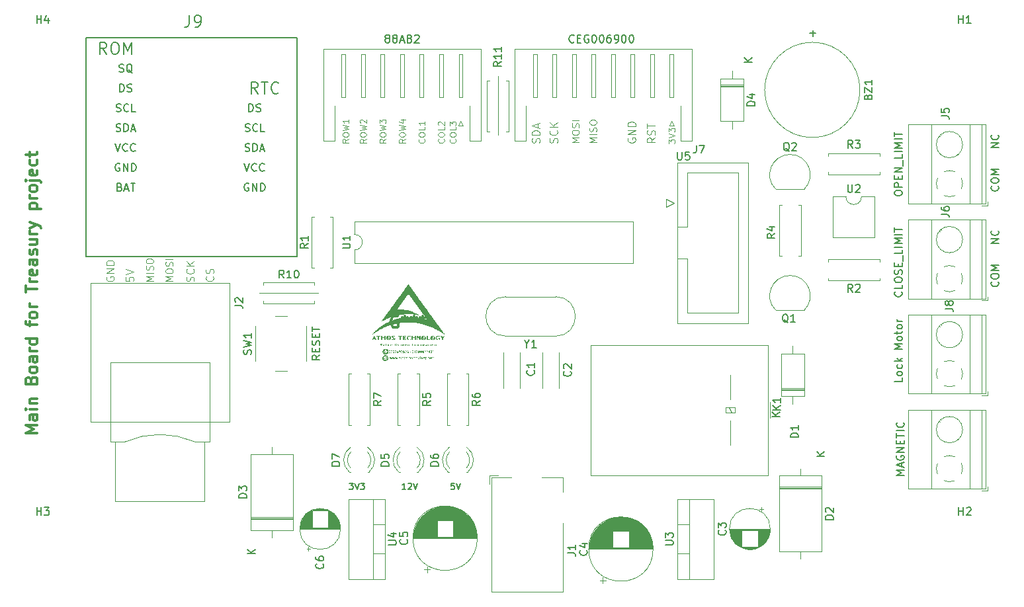
<source format=gbr>
%TF.GenerationSoftware,KiCad,Pcbnew,8.0.5*%
%TF.CreationDate,2024-11-10T22:18:14+02:00*%
%TF.ProjectId,LockBoard,4c6f636b-426f-4617-9264-2e6b69636164,rev?*%
%TF.SameCoordinates,Original*%
%TF.FileFunction,Legend,Top*%
%TF.FilePolarity,Positive*%
%FSLAX46Y46*%
G04 Gerber Fmt 4.6, Leading zero omitted, Abs format (unit mm)*
G04 Created by KiCad (PCBNEW 8.0.5) date 2024-11-10 22:18:14*
%MOMM*%
%LPD*%
G01*
G04 APERTURE LIST*
%ADD10C,0.300000*%
%ADD11C,0.100000*%
%ADD12C,0.200000*%
%ADD13C,0.160000*%
%ADD14C,0.150000*%
%ADD15C,0.000000*%
%ADD16C,0.120000*%
G04 APERTURE END LIST*
D10*
X67800828Y-118445489D02*
X66300828Y-118445489D01*
X66300828Y-118445489D02*
X67372257Y-117945489D01*
X67372257Y-117945489D02*
X66300828Y-117445489D01*
X66300828Y-117445489D02*
X67800828Y-117445489D01*
X67800828Y-116088346D02*
X67015114Y-116088346D01*
X67015114Y-116088346D02*
X66872257Y-116159774D01*
X66872257Y-116159774D02*
X66800828Y-116302631D01*
X66800828Y-116302631D02*
X66800828Y-116588346D01*
X66800828Y-116588346D02*
X66872257Y-116731203D01*
X67729400Y-116088346D02*
X67800828Y-116231203D01*
X67800828Y-116231203D02*
X67800828Y-116588346D01*
X67800828Y-116588346D02*
X67729400Y-116731203D01*
X67729400Y-116731203D02*
X67586542Y-116802631D01*
X67586542Y-116802631D02*
X67443685Y-116802631D01*
X67443685Y-116802631D02*
X67300828Y-116731203D01*
X67300828Y-116731203D02*
X67229400Y-116588346D01*
X67229400Y-116588346D02*
X67229400Y-116231203D01*
X67229400Y-116231203D02*
X67157971Y-116088346D01*
X67800828Y-115374060D02*
X66800828Y-115374060D01*
X66300828Y-115374060D02*
X66372257Y-115445488D01*
X66372257Y-115445488D02*
X66443685Y-115374060D01*
X66443685Y-115374060D02*
X66372257Y-115302631D01*
X66372257Y-115302631D02*
X66300828Y-115374060D01*
X66300828Y-115374060D02*
X66443685Y-115374060D01*
X66800828Y-114659774D02*
X67800828Y-114659774D01*
X66943685Y-114659774D02*
X66872257Y-114588345D01*
X66872257Y-114588345D02*
X66800828Y-114445488D01*
X66800828Y-114445488D02*
X66800828Y-114231202D01*
X66800828Y-114231202D02*
X66872257Y-114088345D01*
X66872257Y-114088345D02*
X67015114Y-114016917D01*
X67015114Y-114016917D02*
X67800828Y-114016917D01*
X67015114Y-111659774D02*
X67086542Y-111445488D01*
X67086542Y-111445488D02*
X67157971Y-111374059D01*
X67157971Y-111374059D02*
X67300828Y-111302631D01*
X67300828Y-111302631D02*
X67515114Y-111302631D01*
X67515114Y-111302631D02*
X67657971Y-111374059D01*
X67657971Y-111374059D02*
X67729400Y-111445488D01*
X67729400Y-111445488D02*
X67800828Y-111588345D01*
X67800828Y-111588345D02*
X67800828Y-112159774D01*
X67800828Y-112159774D02*
X66300828Y-112159774D01*
X66300828Y-112159774D02*
X66300828Y-111659774D01*
X66300828Y-111659774D02*
X66372257Y-111516917D01*
X66372257Y-111516917D02*
X66443685Y-111445488D01*
X66443685Y-111445488D02*
X66586542Y-111374059D01*
X66586542Y-111374059D02*
X66729400Y-111374059D01*
X66729400Y-111374059D02*
X66872257Y-111445488D01*
X66872257Y-111445488D02*
X66943685Y-111516917D01*
X66943685Y-111516917D02*
X67015114Y-111659774D01*
X67015114Y-111659774D02*
X67015114Y-112159774D01*
X67800828Y-110445488D02*
X67729400Y-110588345D01*
X67729400Y-110588345D02*
X67657971Y-110659774D01*
X67657971Y-110659774D02*
X67515114Y-110731202D01*
X67515114Y-110731202D02*
X67086542Y-110731202D01*
X67086542Y-110731202D02*
X66943685Y-110659774D01*
X66943685Y-110659774D02*
X66872257Y-110588345D01*
X66872257Y-110588345D02*
X66800828Y-110445488D01*
X66800828Y-110445488D02*
X66800828Y-110231202D01*
X66800828Y-110231202D02*
X66872257Y-110088345D01*
X66872257Y-110088345D02*
X66943685Y-110016917D01*
X66943685Y-110016917D02*
X67086542Y-109945488D01*
X67086542Y-109945488D02*
X67515114Y-109945488D01*
X67515114Y-109945488D02*
X67657971Y-110016917D01*
X67657971Y-110016917D02*
X67729400Y-110088345D01*
X67729400Y-110088345D02*
X67800828Y-110231202D01*
X67800828Y-110231202D02*
X67800828Y-110445488D01*
X67800828Y-108659774D02*
X67015114Y-108659774D01*
X67015114Y-108659774D02*
X66872257Y-108731202D01*
X66872257Y-108731202D02*
X66800828Y-108874059D01*
X66800828Y-108874059D02*
X66800828Y-109159774D01*
X66800828Y-109159774D02*
X66872257Y-109302631D01*
X67729400Y-108659774D02*
X67800828Y-108802631D01*
X67800828Y-108802631D02*
X67800828Y-109159774D01*
X67800828Y-109159774D02*
X67729400Y-109302631D01*
X67729400Y-109302631D02*
X67586542Y-109374059D01*
X67586542Y-109374059D02*
X67443685Y-109374059D01*
X67443685Y-109374059D02*
X67300828Y-109302631D01*
X67300828Y-109302631D02*
X67229400Y-109159774D01*
X67229400Y-109159774D02*
X67229400Y-108802631D01*
X67229400Y-108802631D02*
X67157971Y-108659774D01*
X67800828Y-107945488D02*
X66800828Y-107945488D01*
X67086542Y-107945488D02*
X66943685Y-107874059D01*
X66943685Y-107874059D02*
X66872257Y-107802631D01*
X66872257Y-107802631D02*
X66800828Y-107659773D01*
X66800828Y-107659773D02*
X66800828Y-107516916D01*
X67800828Y-106374060D02*
X66300828Y-106374060D01*
X67729400Y-106374060D02*
X67800828Y-106516917D01*
X67800828Y-106516917D02*
X67800828Y-106802631D01*
X67800828Y-106802631D02*
X67729400Y-106945488D01*
X67729400Y-106945488D02*
X67657971Y-107016917D01*
X67657971Y-107016917D02*
X67515114Y-107088345D01*
X67515114Y-107088345D02*
X67086542Y-107088345D01*
X67086542Y-107088345D02*
X66943685Y-107016917D01*
X66943685Y-107016917D02*
X66872257Y-106945488D01*
X66872257Y-106945488D02*
X66800828Y-106802631D01*
X66800828Y-106802631D02*
X66800828Y-106516917D01*
X66800828Y-106516917D02*
X66872257Y-106374060D01*
X66800828Y-104731202D02*
X66800828Y-104159774D01*
X67800828Y-104516917D02*
X66515114Y-104516917D01*
X66515114Y-104516917D02*
X66372257Y-104445488D01*
X66372257Y-104445488D02*
X66300828Y-104302631D01*
X66300828Y-104302631D02*
X66300828Y-104159774D01*
X67800828Y-103445488D02*
X67729400Y-103588345D01*
X67729400Y-103588345D02*
X67657971Y-103659774D01*
X67657971Y-103659774D02*
X67515114Y-103731202D01*
X67515114Y-103731202D02*
X67086542Y-103731202D01*
X67086542Y-103731202D02*
X66943685Y-103659774D01*
X66943685Y-103659774D02*
X66872257Y-103588345D01*
X66872257Y-103588345D02*
X66800828Y-103445488D01*
X66800828Y-103445488D02*
X66800828Y-103231202D01*
X66800828Y-103231202D02*
X66872257Y-103088345D01*
X66872257Y-103088345D02*
X66943685Y-103016917D01*
X66943685Y-103016917D02*
X67086542Y-102945488D01*
X67086542Y-102945488D02*
X67515114Y-102945488D01*
X67515114Y-102945488D02*
X67657971Y-103016917D01*
X67657971Y-103016917D02*
X67729400Y-103088345D01*
X67729400Y-103088345D02*
X67800828Y-103231202D01*
X67800828Y-103231202D02*
X67800828Y-103445488D01*
X67800828Y-102302631D02*
X66800828Y-102302631D01*
X67086542Y-102302631D02*
X66943685Y-102231202D01*
X66943685Y-102231202D02*
X66872257Y-102159774D01*
X66872257Y-102159774D02*
X66800828Y-102016916D01*
X66800828Y-102016916D02*
X66800828Y-101874059D01*
X66300828Y-100445488D02*
X66300828Y-99588346D01*
X67800828Y-100016917D02*
X66300828Y-100016917D01*
X67800828Y-99088346D02*
X66800828Y-99088346D01*
X67086542Y-99088346D02*
X66943685Y-99016917D01*
X66943685Y-99016917D02*
X66872257Y-98945489D01*
X66872257Y-98945489D02*
X66800828Y-98802631D01*
X66800828Y-98802631D02*
X66800828Y-98659774D01*
X67729400Y-97588346D02*
X67800828Y-97731203D01*
X67800828Y-97731203D02*
X67800828Y-98016918D01*
X67800828Y-98016918D02*
X67729400Y-98159775D01*
X67729400Y-98159775D02*
X67586542Y-98231203D01*
X67586542Y-98231203D02*
X67015114Y-98231203D01*
X67015114Y-98231203D02*
X66872257Y-98159775D01*
X66872257Y-98159775D02*
X66800828Y-98016918D01*
X66800828Y-98016918D02*
X66800828Y-97731203D01*
X66800828Y-97731203D02*
X66872257Y-97588346D01*
X66872257Y-97588346D02*
X67015114Y-97516918D01*
X67015114Y-97516918D02*
X67157971Y-97516918D01*
X67157971Y-97516918D02*
X67300828Y-98231203D01*
X67800828Y-96231204D02*
X67015114Y-96231204D01*
X67015114Y-96231204D02*
X66872257Y-96302632D01*
X66872257Y-96302632D02*
X66800828Y-96445489D01*
X66800828Y-96445489D02*
X66800828Y-96731204D01*
X66800828Y-96731204D02*
X66872257Y-96874061D01*
X67729400Y-96231204D02*
X67800828Y-96374061D01*
X67800828Y-96374061D02*
X67800828Y-96731204D01*
X67800828Y-96731204D02*
X67729400Y-96874061D01*
X67729400Y-96874061D02*
X67586542Y-96945489D01*
X67586542Y-96945489D02*
X67443685Y-96945489D01*
X67443685Y-96945489D02*
X67300828Y-96874061D01*
X67300828Y-96874061D02*
X67229400Y-96731204D01*
X67229400Y-96731204D02*
X67229400Y-96374061D01*
X67229400Y-96374061D02*
X67157971Y-96231204D01*
X67729400Y-95588346D02*
X67800828Y-95445489D01*
X67800828Y-95445489D02*
X67800828Y-95159775D01*
X67800828Y-95159775D02*
X67729400Y-95016918D01*
X67729400Y-95016918D02*
X67586542Y-94945489D01*
X67586542Y-94945489D02*
X67515114Y-94945489D01*
X67515114Y-94945489D02*
X67372257Y-95016918D01*
X67372257Y-95016918D02*
X67300828Y-95159775D01*
X67300828Y-95159775D02*
X67300828Y-95374061D01*
X67300828Y-95374061D02*
X67229400Y-95516918D01*
X67229400Y-95516918D02*
X67086542Y-95588346D01*
X67086542Y-95588346D02*
X67015114Y-95588346D01*
X67015114Y-95588346D02*
X66872257Y-95516918D01*
X66872257Y-95516918D02*
X66800828Y-95374061D01*
X66800828Y-95374061D02*
X66800828Y-95159775D01*
X66800828Y-95159775D02*
X66872257Y-95016918D01*
X66800828Y-93659775D02*
X67800828Y-93659775D01*
X66800828Y-94302632D02*
X67586542Y-94302632D01*
X67586542Y-94302632D02*
X67729400Y-94231203D01*
X67729400Y-94231203D02*
X67800828Y-94088346D01*
X67800828Y-94088346D02*
X67800828Y-93874060D01*
X67800828Y-93874060D02*
X67729400Y-93731203D01*
X67729400Y-93731203D02*
X67657971Y-93659775D01*
X67800828Y-92945489D02*
X66800828Y-92945489D01*
X67086542Y-92945489D02*
X66943685Y-92874060D01*
X66943685Y-92874060D02*
X66872257Y-92802632D01*
X66872257Y-92802632D02*
X66800828Y-92659774D01*
X66800828Y-92659774D02*
X66800828Y-92516917D01*
X66800828Y-92159775D02*
X67800828Y-91802632D01*
X66800828Y-91445489D02*
X67800828Y-91802632D01*
X67800828Y-91802632D02*
X68157971Y-91945489D01*
X68157971Y-91945489D02*
X68229400Y-92016918D01*
X68229400Y-92016918D02*
X68300828Y-92159775D01*
X66800828Y-89731204D02*
X68300828Y-89731204D01*
X66872257Y-89731204D02*
X66800828Y-89588347D01*
X66800828Y-89588347D02*
X66800828Y-89302632D01*
X66800828Y-89302632D02*
X66872257Y-89159775D01*
X66872257Y-89159775D02*
X66943685Y-89088347D01*
X66943685Y-89088347D02*
X67086542Y-89016918D01*
X67086542Y-89016918D02*
X67515114Y-89016918D01*
X67515114Y-89016918D02*
X67657971Y-89088347D01*
X67657971Y-89088347D02*
X67729400Y-89159775D01*
X67729400Y-89159775D02*
X67800828Y-89302632D01*
X67800828Y-89302632D02*
X67800828Y-89588347D01*
X67800828Y-89588347D02*
X67729400Y-89731204D01*
X67800828Y-88374061D02*
X66800828Y-88374061D01*
X67086542Y-88374061D02*
X66943685Y-88302632D01*
X66943685Y-88302632D02*
X66872257Y-88231204D01*
X66872257Y-88231204D02*
X66800828Y-88088346D01*
X66800828Y-88088346D02*
X66800828Y-87945489D01*
X67800828Y-87231204D02*
X67729400Y-87374061D01*
X67729400Y-87374061D02*
X67657971Y-87445490D01*
X67657971Y-87445490D02*
X67515114Y-87516918D01*
X67515114Y-87516918D02*
X67086542Y-87516918D01*
X67086542Y-87516918D02*
X66943685Y-87445490D01*
X66943685Y-87445490D02*
X66872257Y-87374061D01*
X66872257Y-87374061D02*
X66800828Y-87231204D01*
X66800828Y-87231204D02*
X66800828Y-87016918D01*
X66800828Y-87016918D02*
X66872257Y-86874061D01*
X66872257Y-86874061D02*
X66943685Y-86802633D01*
X66943685Y-86802633D02*
X67086542Y-86731204D01*
X67086542Y-86731204D02*
X67515114Y-86731204D01*
X67515114Y-86731204D02*
X67657971Y-86802633D01*
X67657971Y-86802633D02*
X67729400Y-86874061D01*
X67729400Y-86874061D02*
X67800828Y-87016918D01*
X67800828Y-87016918D02*
X67800828Y-87231204D01*
X66800828Y-86088347D02*
X68086542Y-86088347D01*
X68086542Y-86088347D02*
X68229400Y-86159775D01*
X68229400Y-86159775D02*
X68300828Y-86302632D01*
X68300828Y-86302632D02*
X68300828Y-86374061D01*
X66300828Y-86088347D02*
X66372257Y-86159775D01*
X66372257Y-86159775D02*
X66443685Y-86088347D01*
X66443685Y-86088347D02*
X66372257Y-86016918D01*
X66372257Y-86016918D02*
X66300828Y-86088347D01*
X66300828Y-86088347D02*
X66443685Y-86088347D01*
X67729400Y-84802632D02*
X67800828Y-84945489D01*
X67800828Y-84945489D02*
X67800828Y-85231204D01*
X67800828Y-85231204D02*
X67729400Y-85374061D01*
X67729400Y-85374061D02*
X67586542Y-85445489D01*
X67586542Y-85445489D02*
X67015114Y-85445489D01*
X67015114Y-85445489D02*
X66872257Y-85374061D01*
X66872257Y-85374061D02*
X66800828Y-85231204D01*
X66800828Y-85231204D02*
X66800828Y-84945489D01*
X66800828Y-84945489D02*
X66872257Y-84802632D01*
X66872257Y-84802632D02*
X67015114Y-84731204D01*
X67015114Y-84731204D02*
X67157971Y-84731204D01*
X67157971Y-84731204D02*
X67300828Y-85445489D01*
X67729400Y-83445490D02*
X67800828Y-83588347D01*
X67800828Y-83588347D02*
X67800828Y-83874061D01*
X67800828Y-83874061D02*
X67729400Y-84016918D01*
X67729400Y-84016918D02*
X67657971Y-84088347D01*
X67657971Y-84088347D02*
X67515114Y-84159775D01*
X67515114Y-84159775D02*
X67086542Y-84159775D01*
X67086542Y-84159775D02*
X66943685Y-84088347D01*
X66943685Y-84088347D02*
X66872257Y-84016918D01*
X66872257Y-84016918D02*
X66800828Y-83874061D01*
X66800828Y-83874061D02*
X66800828Y-83588347D01*
X66800828Y-83588347D02*
X66872257Y-83445490D01*
X66800828Y-83016918D02*
X66800828Y-82445490D01*
X66300828Y-82802633D02*
X67586542Y-82802633D01*
X67586542Y-82802633D02*
X67729400Y-82731204D01*
X67729400Y-82731204D02*
X67800828Y-82588347D01*
X67800828Y-82588347D02*
X67800828Y-82445490D01*
D11*
X103750000Y-100500000D02*
X96250000Y-100500000D01*
X126750000Y-72750000D02*
X126750000Y-80250000D01*
X134324800Y-81243734D02*
X134372419Y-81100877D01*
X134372419Y-81100877D02*
X134372419Y-80862782D01*
X134372419Y-80862782D02*
X134324800Y-80767544D01*
X134324800Y-80767544D02*
X134277180Y-80719925D01*
X134277180Y-80719925D02*
X134181942Y-80672306D01*
X134181942Y-80672306D02*
X134086704Y-80672306D01*
X134086704Y-80672306D02*
X133991466Y-80719925D01*
X133991466Y-80719925D02*
X133943847Y-80767544D01*
X133943847Y-80767544D02*
X133896228Y-80862782D01*
X133896228Y-80862782D02*
X133848609Y-81053258D01*
X133848609Y-81053258D02*
X133800990Y-81148496D01*
X133800990Y-81148496D02*
X133753371Y-81196115D01*
X133753371Y-81196115D02*
X133658133Y-81243734D01*
X133658133Y-81243734D02*
X133562895Y-81243734D01*
X133562895Y-81243734D02*
X133467657Y-81196115D01*
X133467657Y-81196115D02*
X133420038Y-81148496D01*
X133420038Y-81148496D02*
X133372419Y-81053258D01*
X133372419Y-81053258D02*
X133372419Y-80815163D01*
X133372419Y-80815163D02*
X133420038Y-80672306D01*
X134277180Y-79672306D02*
X134324800Y-79719925D01*
X134324800Y-79719925D02*
X134372419Y-79862782D01*
X134372419Y-79862782D02*
X134372419Y-79958020D01*
X134372419Y-79958020D02*
X134324800Y-80100877D01*
X134324800Y-80100877D02*
X134229561Y-80196115D01*
X134229561Y-80196115D02*
X134134323Y-80243734D01*
X134134323Y-80243734D02*
X133943847Y-80291353D01*
X133943847Y-80291353D02*
X133800990Y-80291353D01*
X133800990Y-80291353D02*
X133610514Y-80243734D01*
X133610514Y-80243734D02*
X133515276Y-80196115D01*
X133515276Y-80196115D02*
X133420038Y-80100877D01*
X133420038Y-80100877D02*
X133372419Y-79958020D01*
X133372419Y-79958020D02*
X133372419Y-79862782D01*
X133372419Y-79862782D02*
X133420038Y-79719925D01*
X133420038Y-79719925D02*
X133467657Y-79672306D01*
X134372419Y-79243734D02*
X133372419Y-79243734D01*
X134372419Y-78672306D02*
X133800990Y-79100877D01*
X133372419Y-78672306D02*
X133943847Y-79243734D01*
D12*
X190867219Y-94130326D02*
X189867219Y-94130326D01*
X189867219Y-94130326D02*
X190867219Y-93558898D01*
X190867219Y-93558898D02*
X189867219Y-93558898D01*
X190771980Y-92511279D02*
X190819600Y-92558898D01*
X190819600Y-92558898D02*
X190867219Y-92701755D01*
X190867219Y-92701755D02*
X190867219Y-92796993D01*
X190867219Y-92796993D02*
X190819600Y-92939850D01*
X190819600Y-92939850D02*
X190724361Y-93035088D01*
X190724361Y-93035088D02*
X190629123Y-93082707D01*
X190629123Y-93082707D02*
X190438647Y-93130326D01*
X190438647Y-93130326D02*
X190295790Y-93130326D01*
X190295790Y-93130326D02*
X190105314Y-93082707D01*
X190105314Y-93082707D02*
X190010076Y-93035088D01*
X190010076Y-93035088D02*
X189914838Y-92939850D01*
X189914838Y-92939850D02*
X189867219Y-92796993D01*
X189867219Y-92796993D02*
X189867219Y-92701755D01*
X189867219Y-92701755D02*
X189914838Y-92558898D01*
X189914838Y-92558898D02*
X189962457Y-92511279D01*
D11*
X76670038Y-98422306D02*
X76622419Y-98517544D01*
X76622419Y-98517544D02*
X76622419Y-98660401D01*
X76622419Y-98660401D02*
X76670038Y-98803258D01*
X76670038Y-98803258D02*
X76765276Y-98898496D01*
X76765276Y-98898496D02*
X76860514Y-98946115D01*
X76860514Y-98946115D02*
X77050990Y-98993734D01*
X77050990Y-98993734D02*
X77193847Y-98993734D01*
X77193847Y-98993734D02*
X77384323Y-98946115D01*
X77384323Y-98946115D02*
X77479561Y-98898496D01*
X77479561Y-98898496D02*
X77574800Y-98803258D01*
X77574800Y-98803258D02*
X77622419Y-98660401D01*
X77622419Y-98660401D02*
X77622419Y-98565163D01*
X77622419Y-98565163D02*
X77574800Y-98422306D01*
X77574800Y-98422306D02*
X77527180Y-98374687D01*
X77527180Y-98374687D02*
X77193847Y-98374687D01*
X77193847Y-98374687D02*
X77193847Y-98565163D01*
X77622419Y-97946115D02*
X76622419Y-97946115D01*
X76622419Y-97946115D02*
X77622419Y-97374687D01*
X77622419Y-97374687D02*
X76622419Y-97374687D01*
X77622419Y-96898496D02*
X76622419Y-96898496D01*
X76622419Y-96898496D02*
X76622419Y-96660401D01*
X76622419Y-96660401D02*
X76670038Y-96517544D01*
X76670038Y-96517544D02*
X76765276Y-96422306D01*
X76765276Y-96422306D02*
X76860514Y-96374687D01*
X76860514Y-96374687D02*
X77050990Y-96327068D01*
X77050990Y-96327068D02*
X77193847Y-96327068D01*
X77193847Y-96327068D02*
X77384323Y-96374687D01*
X77384323Y-96374687D02*
X77479561Y-96422306D01*
X77479561Y-96422306D02*
X77574800Y-96517544D01*
X77574800Y-96517544D02*
X77622419Y-96660401D01*
X77622419Y-96660401D02*
X77622419Y-96898496D01*
X114896895Y-80786591D02*
X114515942Y-81053258D01*
X114896895Y-81243734D02*
X114096895Y-81243734D01*
X114096895Y-81243734D02*
X114096895Y-80938972D01*
X114096895Y-80938972D02*
X114134990Y-80862782D01*
X114134990Y-80862782D02*
X114173085Y-80824687D01*
X114173085Y-80824687D02*
X114249276Y-80786591D01*
X114249276Y-80786591D02*
X114363561Y-80786591D01*
X114363561Y-80786591D02*
X114439752Y-80824687D01*
X114439752Y-80824687D02*
X114477847Y-80862782D01*
X114477847Y-80862782D02*
X114515942Y-80938972D01*
X114515942Y-80938972D02*
X114515942Y-81243734D01*
X114096895Y-80291353D02*
X114096895Y-80138972D01*
X114096895Y-80138972D02*
X114134990Y-80062782D01*
X114134990Y-80062782D02*
X114211180Y-79986591D01*
X114211180Y-79986591D02*
X114363561Y-79948496D01*
X114363561Y-79948496D02*
X114630228Y-79948496D01*
X114630228Y-79948496D02*
X114782609Y-79986591D01*
X114782609Y-79986591D02*
X114858800Y-80062782D01*
X114858800Y-80062782D02*
X114896895Y-80138972D01*
X114896895Y-80138972D02*
X114896895Y-80291353D01*
X114896895Y-80291353D02*
X114858800Y-80367544D01*
X114858800Y-80367544D02*
X114782609Y-80443734D01*
X114782609Y-80443734D02*
X114630228Y-80481830D01*
X114630228Y-80481830D02*
X114363561Y-80481830D01*
X114363561Y-80481830D02*
X114211180Y-80443734D01*
X114211180Y-80443734D02*
X114134990Y-80367544D01*
X114134990Y-80367544D02*
X114096895Y-80291353D01*
X114096895Y-79681830D02*
X114896895Y-79491354D01*
X114896895Y-79491354D02*
X114325466Y-79338973D01*
X114325466Y-79338973D02*
X114896895Y-79186592D01*
X114896895Y-79186592D02*
X114096895Y-78996116D01*
X114363561Y-78348496D02*
X114896895Y-78348496D01*
X114058800Y-78538972D02*
X114630228Y-78729449D01*
X114630228Y-78729449D02*
X114630228Y-78234210D01*
X79122419Y-98469925D02*
X79122419Y-98946115D01*
X79122419Y-98946115D02*
X79598609Y-98993734D01*
X79598609Y-98993734D02*
X79550990Y-98946115D01*
X79550990Y-98946115D02*
X79503371Y-98850877D01*
X79503371Y-98850877D02*
X79503371Y-98612782D01*
X79503371Y-98612782D02*
X79550990Y-98517544D01*
X79550990Y-98517544D02*
X79598609Y-98469925D01*
X79598609Y-98469925D02*
X79693847Y-98422306D01*
X79693847Y-98422306D02*
X79931942Y-98422306D01*
X79931942Y-98422306D02*
X80027180Y-98469925D01*
X80027180Y-98469925D02*
X80074800Y-98517544D01*
X80074800Y-98517544D02*
X80122419Y-98612782D01*
X80122419Y-98612782D02*
X80122419Y-98850877D01*
X80122419Y-98850877D02*
X80074800Y-98946115D01*
X80074800Y-98946115D02*
X80027180Y-98993734D01*
X79122419Y-98136591D02*
X80122419Y-97803258D01*
X80122419Y-97803258D02*
X79122419Y-97469925D01*
D13*
X114964786Y-125643775D02*
X114507643Y-125643775D01*
X114736215Y-125643775D02*
X114736215Y-124843775D01*
X114736215Y-124843775D02*
X114660024Y-124958060D01*
X114660024Y-124958060D02*
X114583834Y-125034251D01*
X114583834Y-125034251D02*
X114507643Y-125072346D01*
X115269548Y-124919965D02*
X115307644Y-124881870D01*
X115307644Y-124881870D02*
X115383834Y-124843775D01*
X115383834Y-124843775D02*
X115574310Y-124843775D01*
X115574310Y-124843775D02*
X115650501Y-124881870D01*
X115650501Y-124881870D02*
X115688596Y-124919965D01*
X115688596Y-124919965D02*
X115726691Y-124996156D01*
X115726691Y-124996156D02*
X115726691Y-125072346D01*
X115726691Y-125072346D02*
X115688596Y-125186632D01*
X115688596Y-125186632D02*
X115231453Y-125643775D01*
X115231453Y-125643775D02*
X115726691Y-125643775D01*
X115955263Y-124843775D02*
X116221930Y-125643775D01*
X116221930Y-125643775D02*
X116488596Y-124843775D01*
X107719548Y-124843775D02*
X108214786Y-124843775D01*
X108214786Y-124843775D02*
X107948120Y-125148537D01*
X107948120Y-125148537D02*
X108062405Y-125148537D01*
X108062405Y-125148537D02*
X108138596Y-125186632D01*
X108138596Y-125186632D02*
X108176691Y-125224727D01*
X108176691Y-125224727D02*
X108214786Y-125300918D01*
X108214786Y-125300918D02*
X108214786Y-125491394D01*
X108214786Y-125491394D02*
X108176691Y-125567584D01*
X108176691Y-125567584D02*
X108138596Y-125605680D01*
X108138596Y-125605680D02*
X108062405Y-125643775D01*
X108062405Y-125643775D02*
X107833834Y-125643775D01*
X107833834Y-125643775D02*
X107757643Y-125605680D01*
X107757643Y-125605680D02*
X107719548Y-125567584D01*
X108443358Y-124843775D02*
X108710025Y-125643775D01*
X108710025Y-125643775D02*
X108976691Y-124843775D01*
X109167167Y-124843775D02*
X109662405Y-124843775D01*
X109662405Y-124843775D02*
X109395739Y-125148537D01*
X109395739Y-125148537D02*
X109510024Y-125148537D01*
X109510024Y-125148537D02*
X109586215Y-125186632D01*
X109586215Y-125186632D02*
X109624310Y-125224727D01*
X109624310Y-125224727D02*
X109662405Y-125300918D01*
X109662405Y-125300918D02*
X109662405Y-125491394D01*
X109662405Y-125491394D02*
X109624310Y-125567584D01*
X109624310Y-125567584D02*
X109586215Y-125605680D01*
X109586215Y-125605680D02*
X109510024Y-125643775D01*
X109510024Y-125643775D02*
X109281453Y-125643775D01*
X109281453Y-125643775D02*
X109205262Y-125605680D01*
X109205262Y-125605680D02*
X109167167Y-125567584D01*
D14*
X103954819Y-108452381D02*
X103478628Y-108785714D01*
X103954819Y-109023809D02*
X102954819Y-109023809D01*
X102954819Y-109023809D02*
X102954819Y-108642857D01*
X102954819Y-108642857D02*
X103002438Y-108547619D01*
X103002438Y-108547619D02*
X103050057Y-108500000D01*
X103050057Y-108500000D02*
X103145295Y-108452381D01*
X103145295Y-108452381D02*
X103288152Y-108452381D01*
X103288152Y-108452381D02*
X103383390Y-108500000D01*
X103383390Y-108500000D02*
X103431009Y-108547619D01*
X103431009Y-108547619D02*
X103478628Y-108642857D01*
X103478628Y-108642857D02*
X103478628Y-109023809D01*
X103431009Y-108023809D02*
X103431009Y-107690476D01*
X103954819Y-107547619D02*
X103954819Y-108023809D01*
X103954819Y-108023809D02*
X102954819Y-108023809D01*
X102954819Y-108023809D02*
X102954819Y-107547619D01*
X103907200Y-107166666D02*
X103954819Y-107023809D01*
X103954819Y-107023809D02*
X103954819Y-106785714D01*
X103954819Y-106785714D02*
X103907200Y-106690476D01*
X103907200Y-106690476D02*
X103859580Y-106642857D01*
X103859580Y-106642857D02*
X103764342Y-106595238D01*
X103764342Y-106595238D02*
X103669104Y-106595238D01*
X103669104Y-106595238D02*
X103573866Y-106642857D01*
X103573866Y-106642857D02*
X103526247Y-106690476D01*
X103526247Y-106690476D02*
X103478628Y-106785714D01*
X103478628Y-106785714D02*
X103431009Y-106976190D01*
X103431009Y-106976190D02*
X103383390Y-107071428D01*
X103383390Y-107071428D02*
X103335771Y-107119047D01*
X103335771Y-107119047D02*
X103240533Y-107166666D01*
X103240533Y-107166666D02*
X103145295Y-107166666D01*
X103145295Y-107166666D02*
X103050057Y-107119047D01*
X103050057Y-107119047D02*
X103002438Y-107071428D01*
X103002438Y-107071428D02*
X102954819Y-106976190D01*
X102954819Y-106976190D02*
X102954819Y-106738095D01*
X102954819Y-106738095D02*
X103002438Y-106595238D01*
X103431009Y-106166666D02*
X103431009Y-105833333D01*
X103954819Y-105690476D02*
X103954819Y-106166666D01*
X103954819Y-106166666D02*
X102954819Y-106166666D01*
X102954819Y-106166666D02*
X102954819Y-105690476D01*
X102954819Y-105404761D02*
X102954819Y-104833333D01*
X103954819Y-105119047D02*
X102954819Y-105119047D01*
D11*
X87824800Y-98993734D02*
X87872419Y-98850877D01*
X87872419Y-98850877D02*
X87872419Y-98612782D01*
X87872419Y-98612782D02*
X87824800Y-98517544D01*
X87824800Y-98517544D02*
X87777180Y-98469925D01*
X87777180Y-98469925D02*
X87681942Y-98422306D01*
X87681942Y-98422306D02*
X87586704Y-98422306D01*
X87586704Y-98422306D02*
X87491466Y-98469925D01*
X87491466Y-98469925D02*
X87443847Y-98517544D01*
X87443847Y-98517544D02*
X87396228Y-98612782D01*
X87396228Y-98612782D02*
X87348609Y-98803258D01*
X87348609Y-98803258D02*
X87300990Y-98898496D01*
X87300990Y-98898496D02*
X87253371Y-98946115D01*
X87253371Y-98946115D02*
X87158133Y-98993734D01*
X87158133Y-98993734D02*
X87062895Y-98993734D01*
X87062895Y-98993734D02*
X86967657Y-98946115D01*
X86967657Y-98946115D02*
X86920038Y-98898496D01*
X86920038Y-98898496D02*
X86872419Y-98803258D01*
X86872419Y-98803258D02*
X86872419Y-98565163D01*
X86872419Y-98565163D02*
X86920038Y-98422306D01*
X87777180Y-97422306D02*
X87824800Y-97469925D01*
X87824800Y-97469925D02*
X87872419Y-97612782D01*
X87872419Y-97612782D02*
X87872419Y-97708020D01*
X87872419Y-97708020D02*
X87824800Y-97850877D01*
X87824800Y-97850877D02*
X87729561Y-97946115D01*
X87729561Y-97946115D02*
X87634323Y-97993734D01*
X87634323Y-97993734D02*
X87443847Y-98041353D01*
X87443847Y-98041353D02*
X87300990Y-98041353D01*
X87300990Y-98041353D02*
X87110514Y-97993734D01*
X87110514Y-97993734D02*
X87015276Y-97946115D01*
X87015276Y-97946115D02*
X86920038Y-97850877D01*
X86920038Y-97850877D02*
X86872419Y-97708020D01*
X86872419Y-97708020D02*
X86872419Y-97612782D01*
X86872419Y-97612782D02*
X86920038Y-97469925D01*
X86920038Y-97469925D02*
X86967657Y-97422306D01*
X87872419Y-96993734D02*
X86872419Y-96993734D01*
X87872419Y-96422306D02*
X87300990Y-96850877D01*
X86872419Y-96422306D02*
X87443847Y-96993734D01*
X117320704Y-80786591D02*
X117358800Y-80824687D01*
X117358800Y-80824687D02*
X117396895Y-80938972D01*
X117396895Y-80938972D02*
X117396895Y-81015163D01*
X117396895Y-81015163D02*
X117358800Y-81129449D01*
X117358800Y-81129449D02*
X117282609Y-81205639D01*
X117282609Y-81205639D02*
X117206419Y-81243734D01*
X117206419Y-81243734D02*
X117054038Y-81281830D01*
X117054038Y-81281830D02*
X116939752Y-81281830D01*
X116939752Y-81281830D02*
X116787371Y-81243734D01*
X116787371Y-81243734D02*
X116711180Y-81205639D01*
X116711180Y-81205639D02*
X116634990Y-81129449D01*
X116634990Y-81129449D02*
X116596895Y-81015163D01*
X116596895Y-81015163D02*
X116596895Y-80938972D01*
X116596895Y-80938972D02*
X116634990Y-80824687D01*
X116634990Y-80824687D02*
X116673085Y-80786591D01*
X116596895Y-80291353D02*
X116596895Y-80138972D01*
X116596895Y-80138972D02*
X116634990Y-80062782D01*
X116634990Y-80062782D02*
X116711180Y-79986591D01*
X116711180Y-79986591D02*
X116863561Y-79948496D01*
X116863561Y-79948496D02*
X117130228Y-79948496D01*
X117130228Y-79948496D02*
X117282609Y-79986591D01*
X117282609Y-79986591D02*
X117358800Y-80062782D01*
X117358800Y-80062782D02*
X117396895Y-80138972D01*
X117396895Y-80138972D02*
X117396895Y-80291353D01*
X117396895Y-80291353D02*
X117358800Y-80367544D01*
X117358800Y-80367544D02*
X117282609Y-80443734D01*
X117282609Y-80443734D02*
X117130228Y-80481830D01*
X117130228Y-80481830D02*
X116863561Y-80481830D01*
X116863561Y-80481830D02*
X116711180Y-80443734D01*
X116711180Y-80443734D02*
X116634990Y-80367544D01*
X116634990Y-80367544D02*
X116596895Y-80291353D01*
X117396895Y-79224687D02*
X117396895Y-79605639D01*
X117396895Y-79605639D02*
X116596895Y-79605639D01*
X117396895Y-78538973D02*
X117396895Y-78996116D01*
X117396895Y-78767544D02*
X116596895Y-78767544D01*
X116596895Y-78767544D02*
X116711180Y-78843735D01*
X116711180Y-78843735D02*
X116787371Y-78919925D01*
X116787371Y-78919925D02*
X116825466Y-78996116D01*
X148596895Y-81319925D02*
X148596895Y-80824687D01*
X148596895Y-80824687D02*
X148901657Y-81091353D01*
X148901657Y-81091353D02*
X148901657Y-80977068D01*
X148901657Y-80977068D02*
X148939752Y-80900877D01*
X148939752Y-80900877D02*
X148977847Y-80862782D01*
X148977847Y-80862782D02*
X149054038Y-80824687D01*
X149054038Y-80824687D02*
X149244514Y-80824687D01*
X149244514Y-80824687D02*
X149320704Y-80862782D01*
X149320704Y-80862782D02*
X149358800Y-80900877D01*
X149358800Y-80900877D02*
X149396895Y-80977068D01*
X149396895Y-80977068D02*
X149396895Y-81205639D01*
X149396895Y-81205639D02*
X149358800Y-81281830D01*
X149358800Y-81281830D02*
X149320704Y-81319925D01*
X148596895Y-80596115D02*
X149396895Y-80329448D01*
X149396895Y-80329448D02*
X148596895Y-80062782D01*
X148596895Y-79872306D02*
X148596895Y-79377068D01*
X148596895Y-79377068D02*
X148901657Y-79643734D01*
X148901657Y-79643734D02*
X148901657Y-79529449D01*
X148901657Y-79529449D02*
X148939752Y-79453258D01*
X148939752Y-79453258D02*
X148977847Y-79415163D01*
X148977847Y-79415163D02*
X149054038Y-79377068D01*
X149054038Y-79377068D02*
X149244514Y-79377068D01*
X149244514Y-79377068D02*
X149320704Y-79415163D01*
X149320704Y-79415163D02*
X149358800Y-79453258D01*
X149358800Y-79453258D02*
X149396895Y-79529449D01*
X149396895Y-79529449D02*
X149396895Y-79758020D01*
X149396895Y-79758020D02*
X149358800Y-79834211D01*
X149358800Y-79834211D02*
X149320704Y-79872306D01*
D12*
X190771980Y-86808898D02*
X190819600Y-86856517D01*
X190819600Y-86856517D02*
X190867219Y-86999374D01*
X190867219Y-86999374D02*
X190867219Y-87094612D01*
X190867219Y-87094612D02*
X190819600Y-87237469D01*
X190819600Y-87237469D02*
X190724361Y-87332707D01*
X190724361Y-87332707D02*
X190629123Y-87380326D01*
X190629123Y-87380326D02*
X190438647Y-87427945D01*
X190438647Y-87427945D02*
X190295790Y-87427945D01*
X190295790Y-87427945D02*
X190105314Y-87380326D01*
X190105314Y-87380326D02*
X190010076Y-87332707D01*
X190010076Y-87332707D02*
X189914838Y-87237469D01*
X189914838Y-87237469D02*
X189867219Y-87094612D01*
X189867219Y-87094612D02*
X189867219Y-86999374D01*
X189867219Y-86999374D02*
X189914838Y-86856517D01*
X189914838Y-86856517D02*
X189962457Y-86808898D01*
X189867219Y-86189850D02*
X189867219Y-85999374D01*
X189867219Y-85999374D02*
X189914838Y-85904136D01*
X189914838Y-85904136D02*
X190010076Y-85808898D01*
X190010076Y-85808898D02*
X190200552Y-85761279D01*
X190200552Y-85761279D02*
X190533885Y-85761279D01*
X190533885Y-85761279D02*
X190724361Y-85808898D01*
X190724361Y-85808898D02*
X190819600Y-85904136D01*
X190819600Y-85904136D02*
X190867219Y-85999374D01*
X190867219Y-85999374D02*
X190867219Y-86189850D01*
X190867219Y-86189850D02*
X190819600Y-86285088D01*
X190819600Y-86285088D02*
X190724361Y-86380326D01*
X190724361Y-86380326D02*
X190533885Y-86427945D01*
X190533885Y-86427945D02*
X190200552Y-86427945D01*
X190200552Y-86427945D02*
X190010076Y-86380326D01*
X190010076Y-86380326D02*
X189914838Y-86285088D01*
X189914838Y-86285088D02*
X189867219Y-86189850D01*
X190867219Y-85332707D02*
X189867219Y-85332707D01*
X189867219Y-85332707D02*
X190581504Y-84999374D01*
X190581504Y-84999374D02*
X189867219Y-84666041D01*
X189867219Y-84666041D02*
X190867219Y-84666041D01*
D11*
X132074800Y-81243734D02*
X132122419Y-81100877D01*
X132122419Y-81100877D02*
X132122419Y-80862782D01*
X132122419Y-80862782D02*
X132074800Y-80767544D01*
X132074800Y-80767544D02*
X132027180Y-80719925D01*
X132027180Y-80719925D02*
X131931942Y-80672306D01*
X131931942Y-80672306D02*
X131836704Y-80672306D01*
X131836704Y-80672306D02*
X131741466Y-80719925D01*
X131741466Y-80719925D02*
X131693847Y-80767544D01*
X131693847Y-80767544D02*
X131646228Y-80862782D01*
X131646228Y-80862782D02*
X131598609Y-81053258D01*
X131598609Y-81053258D02*
X131550990Y-81148496D01*
X131550990Y-81148496D02*
X131503371Y-81196115D01*
X131503371Y-81196115D02*
X131408133Y-81243734D01*
X131408133Y-81243734D02*
X131312895Y-81243734D01*
X131312895Y-81243734D02*
X131217657Y-81196115D01*
X131217657Y-81196115D02*
X131170038Y-81148496D01*
X131170038Y-81148496D02*
X131122419Y-81053258D01*
X131122419Y-81053258D02*
X131122419Y-80815163D01*
X131122419Y-80815163D02*
X131170038Y-80672306D01*
X132122419Y-80243734D02*
X131122419Y-80243734D01*
X131122419Y-80243734D02*
X131122419Y-80005639D01*
X131122419Y-80005639D02*
X131170038Y-79862782D01*
X131170038Y-79862782D02*
X131265276Y-79767544D01*
X131265276Y-79767544D02*
X131360514Y-79719925D01*
X131360514Y-79719925D02*
X131550990Y-79672306D01*
X131550990Y-79672306D02*
X131693847Y-79672306D01*
X131693847Y-79672306D02*
X131884323Y-79719925D01*
X131884323Y-79719925D02*
X131979561Y-79767544D01*
X131979561Y-79767544D02*
X132074800Y-79862782D01*
X132074800Y-79862782D02*
X132122419Y-80005639D01*
X132122419Y-80005639D02*
X132122419Y-80243734D01*
X131836704Y-79291353D02*
X131836704Y-78815163D01*
X132122419Y-79386591D02*
X131122419Y-79053258D01*
X131122419Y-79053258D02*
X132122419Y-78719925D01*
X109896895Y-80786591D02*
X109515942Y-81053258D01*
X109896895Y-81243734D02*
X109096895Y-81243734D01*
X109096895Y-81243734D02*
X109096895Y-80938972D01*
X109096895Y-80938972D02*
X109134990Y-80862782D01*
X109134990Y-80862782D02*
X109173085Y-80824687D01*
X109173085Y-80824687D02*
X109249276Y-80786591D01*
X109249276Y-80786591D02*
X109363561Y-80786591D01*
X109363561Y-80786591D02*
X109439752Y-80824687D01*
X109439752Y-80824687D02*
X109477847Y-80862782D01*
X109477847Y-80862782D02*
X109515942Y-80938972D01*
X109515942Y-80938972D02*
X109515942Y-81243734D01*
X109096895Y-80291353D02*
X109096895Y-80138972D01*
X109096895Y-80138972D02*
X109134990Y-80062782D01*
X109134990Y-80062782D02*
X109211180Y-79986591D01*
X109211180Y-79986591D02*
X109363561Y-79948496D01*
X109363561Y-79948496D02*
X109630228Y-79948496D01*
X109630228Y-79948496D02*
X109782609Y-79986591D01*
X109782609Y-79986591D02*
X109858800Y-80062782D01*
X109858800Y-80062782D02*
X109896895Y-80138972D01*
X109896895Y-80138972D02*
X109896895Y-80291353D01*
X109896895Y-80291353D02*
X109858800Y-80367544D01*
X109858800Y-80367544D02*
X109782609Y-80443734D01*
X109782609Y-80443734D02*
X109630228Y-80481830D01*
X109630228Y-80481830D02*
X109363561Y-80481830D01*
X109363561Y-80481830D02*
X109211180Y-80443734D01*
X109211180Y-80443734D02*
X109134990Y-80367544D01*
X109134990Y-80367544D02*
X109096895Y-80291353D01*
X109096895Y-79681830D02*
X109896895Y-79491354D01*
X109896895Y-79491354D02*
X109325466Y-79338973D01*
X109325466Y-79338973D02*
X109896895Y-79186592D01*
X109896895Y-79186592D02*
X109096895Y-78996116D01*
X109173085Y-78729449D02*
X109134990Y-78691353D01*
X109134990Y-78691353D02*
X109096895Y-78615163D01*
X109096895Y-78615163D02*
X109096895Y-78424687D01*
X109096895Y-78424687D02*
X109134990Y-78348496D01*
X109134990Y-78348496D02*
X109173085Y-78310401D01*
X109173085Y-78310401D02*
X109249276Y-78272306D01*
X109249276Y-78272306D02*
X109325466Y-78272306D01*
X109325466Y-78272306D02*
X109439752Y-78310401D01*
X109439752Y-78310401D02*
X109896895Y-78767544D01*
X109896895Y-78767544D02*
X109896895Y-78272306D01*
X143420038Y-80672306D02*
X143372419Y-80767544D01*
X143372419Y-80767544D02*
X143372419Y-80910401D01*
X143372419Y-80910401D02*
X143420038Y-81053258D01*
X143420038Y-81053258D02*
X143515276Y-81148496D01*
X143515276Y-81148496D02*
X143610514Y-81196115D01*
X143610514Y-81196115D02*
X143800990Y-81243734D01*
X143800990Y-81243734D02*
X143943847Y-81243734D01*
X143943847Y-81243734D02*
X144134323Y-81196115D01*
X144134323Y-81196115D02*
X144229561Y-81148496D01*
X144229561Y-81148496D02*
X144324800Y-81053258D01*
X144324800Y-81053258D02*
X144372419Y-80910401D01*
X144372419Y-80910401D02*
X144372419Y-80815163D01*
X144372419Y-80815163D02*
X144324800Y-80672306D01*
X144324800Y-80672306D02*
X144277180Y-80624687D01*
X144277180Y-80624687D02*
X143943847Y-80624687D01*
X143943847Y-80624687D02*
X143943847Y-80815163D01*
X144372419Y-80196115D02*
X143372419Y-80196115D01*
X143372419Y-80196115D02*
X144372419Y-79624687D01*
X144372419Y-79624687D02*
X143372419Y-79624687D01*
X144372419Y-79148496D02*
X143372419Y-79148496D01*
X143372419Y-79148496D02*
X143372419Y-78910401D01*
X143372419Y-78910401D02*
X143420038Y-78767544D01*
X143420038Y-78767544D02*
X143515276Y-78672306D01*
X143515276Y-78672306D02*
X143610514Y-78624687D01*
X143610514Y-78624687D02*
X143800990Y-78577068D01*
X143800990Y-78577068D02*
X143943847Y-78577068D01*
X143943847Y-78577068D02*
X144134323Y-78624687D01*
X144134323Y-78624687D02*
X144229561Y-78672306D01*
X144229561Y-78672306D02*
X144324800Y-78767544D01*
X144324800Y-78767544D02*
X144372419Y-78910401D01*
X144372419Y-78910401D02*
X144372419Y-79148496D01*
X137134657Y-81219925D02*
X136234657Y-81219925D01*
X136234657Y-81219925D02*
X136877514Y-80919925D01*
X136877514Y-80919925D02*
X136234657Y-80619925D01*
X136234657Y-80619925D02*
X137134657Y-80619925D01*
X136234657Y-80019925D02*
X136234657Y-79848497D01*
X136234657Y-79848497D02*
X136277514Y-79762782D01*
X136277514Y-79762782D02*
X136363228Y-79677068D01*
X136363228Y-79677068D02*
X136534657Y-79634211D01*
X136534657Y-79634211D02*
X136834657Y-79634211D01*
X136834657Y-79634211D02*
X137006085Y-79677068D01*
X137006085Y-79677068D02*
X137091800Y-79762782D01*
X137091800Y-79762782D02*
X137134657Y-79848497D01*
X137134657Y-79848497D02*
X137134657Y-80019925D01*
X137134657Y-80019925D02*
X137091800Y-80105640D01*
X137091800Y-80105640D02*
X137006085Y-80191354D01*
X137006085Y-80191354D02*
X136834657Y-80234211D01*
X136834657Y-80234211D02*
X136534657Y-80234211D01*
X136534657Y-80234211D02*
X136363228Y-80191354D01*
X136363228Y-80191354D02*
X136277514Y-80105640D01*
X136277514Y-80105640D02*
X136234657Y-80019925D01*
X137091800Y-79291354D02*
X137134657Y-79162783D01*
X137134657Y-79162783D02*
X137134657Y-78948497D01*
X137134657Y-78948497D02*
X137091800Y-78862783D01*
X137091800Y-78862783D02*
X137048942Y-78819925D01*
X137048942Y-78819925D02*
X136963228Y-78777068D01*
X136963228Y-78777068D02*
X136877514Y-78777068D01*
X136877514Y-78777068D02*
X136791800Y-78819925D01*
X136791800Y-78819925D02*
X136748942Y-78862783D01*
X136748942Y-78862783D02*
X136706085Y-78948497D01*
X136706085Y-78948497D02*
X136663228Y-79119925D01*
X136663228Y-79119925D02*
X136620371Y-79205640D01*
X136620371Y-79205640D02*
X136577514Y-79248497D01*
X136577514Y-79248497D02*
X136491800Y-79291354D01*
X136491800Y-79291354D02*
X136406085Y-79291354D01*
X136406085Y-79291354D02*
X136320371Y-79248497D01*
X136320371Y-79248497D02*
X136277514Y-79205640D01*
X136277514Y-79205640D02*
X136234657Y-79119925D01*
X136234657Y-79119925D02*
X136234657Y-78905640D01*
X136234657Y-78905640D02*
X136277514Y-78777068D01*
X137134657Y-78391354D02*
X136234657Y-78391354D01*
X112396895Y-80786591D02*
X112015942Y-81053258D01*
X112396895Y-81243734D02*
X111596895Y-81243734D01*
X111596895Y-81243734D02*
X111596895Y-80938972D01*
X111596895Y-80938972D02*
X111634990Y-80862782D01*
X111634990Y-80862782D02*
X111673085Y-80824687D01*
X111673085Y-80824687D02*
X111749276Y-80786591D01*
X111749276Y-80786591D02*
X111863561Y-80786591D01*
X111863561Y-80786591D02*
X111939752Y-80824687D01*
X111939752Y-80824687D02*
X111977847Y-80862782D01*
X111977847Y-80862782D02*
X112015942Y-80938972D01*
X112015942Y-80938972D02*
X112015942Y-81243734D01*
X111596895Y-80291353D02*
X111596895Y-80138972D01*
X111596895Y-80138972D02*
X111634990Y-80062782D01*
X111634990Y-80062782D02*
X111711180Y-79986591D01*
X111711180Y-79986591D02*
X111863561Y-79948496D01*
X111863561Y-79948496D02*
X112130228Y-79948496D01*
X112130228Y-79948496D02*
X112282609Y-79986591D01*
X112282609Y-79986591D02*
X112358800Y-80062782D01*
X112358800Y-80062782D02*
X112396895Y-80138972D01*
X112396895Y-80138972D02*
X112396895Y-80291353D01*
X112396895Y-80291353D02*
X112358800Y-80367544D01*
X112358800Y-80367544D02*
X112282609Y-80443734D01*
X112282609Y-80443734D02*
X112130228Y-80481830D01*
X112130228Y-80481830D02*
X111863561Y-80481830D01*
X111863561Y-80481830D02*
X111711180Y-80443734D01*
X111711180Y-80443734D02*
X111634990Y-80367544D01*
X111634990Y-80367544D02*
X111596895Y-80291353D01*
X111596895Y-79681830D02*
X112396895Y-79491354D01*
X112396895Y-79491354D02*
X111825466Y-79338973D01*
X111825466Y-79338973D02*
X112396895Y-79186592D01*
X112396895Y-79186592D02*
X111596895Y-78996116D01*
X111596895Y-78767544D02*
X111596895Y-78272306D01*
X111596895Y-78272306D02*
X111901657Y-78538972D01*
X111901657Y-78538972D02*
X111901657Y-78424687D01*
X111901657Y-78424687D02*
X111939752Y-78348496D01*
X111939752Y-78348496D02*
X111977847Y-78310401D01*
X111977847Y-78310401D02*
X112054038Y-78272306D01*
X112054038Y-78272306D02*
X112244514Y-78272306D01*
X112244514Y-78272306D02*
X112320704Y-78310401D01*
X112320704Y-78310401D02*
X112358800Y-78348496D01*
X112358800Y-78348496D02*
X112396895Y-78424687D01*
X112396895Y-78424687D02*
X112396895Y-78653258D01*
X112396895Y-78653258D02*
X112358800Y-78729449D01*
X112358800Y-78729449D02*
X112320704Y-78767544D01*
X139384657Y-81219925D02*
X138484657Y-81219925D01*
X138484657Y-81219925D02*
X139127514Y-80919925D01*
X139127514Y-80919925D02*
X138484657Y-80619925D01*
X138484657Y-80619925D02*
X139384657Y-80619925D01*
X139384657Y-80191354D02*
X138484657Y-80191354D01*
X139341800Y-79805640D02*
X139384657Y-79677069D01*
X139384657Y-79677069D02*
X139384657Y-79462783D01*
X139384657Y-79462783D02*
X139341800Y-79377069D01*
X139341800Y-79377069D02*
X139298942Y-79334211D01*
X139298942Y-79334211D02*
X139213228Y-79291354D01*
X139213228Y-79291354D02*
X139127514Y-79291354D01*
X139127514Y-79291354D02*
X139041800Y-79334211D01*
X139041800Y-79334211D02*
X138998942Y-79377069D01*
X138998942Y-79377069D02*
X138956085Y-79462783D01*
X138956085Y-79462783D02*
X138913228Y-79634211D01*
X138913228Y-79634211D02*
X138870371Y-79719926D01*
X138870371Y-79719926D02*
X138827514Y-79762783D01*
X138827514Y-79762783D02*
X138741800Y-79805640D01*
X138741800Y-79805640D02*
X138656085Y-79805640D01*
X138656085Y-79805640D02*
X138570371Y-79762783D01*
X138570371Y-79762783D02*
X138527514Y-79719926D01*
X138527514Y-79719926D02*
X138484657Y-79634211D01*
X138484657Y-79634211D02*
X138484657Y-79419926D01*
X138484657Y-79419926D02*
X138527514Y-79291354D01*
X138484657Y-78734211D02*
X138484657Y-78562783D01*
X138484657Y-78562783D02*
X138527514Y-78477068D01*
X138527514Y-78477068D02*
X138613228Y-78391354D01*
X138613228Y-78391354D02*
X138784657Y-78348497D01*
X138784657Y-78348497D02*
X139084657Y-78348497D01*
X139084657Y-78348497D02*
X139256085Y-78391354D01*
X139256085Y-78391354D02*
X139341800Y-78477068D01*
X139341800Y-78477068D02*
X139384657Y-78562783D01*
X139384657Y-78562783D02*
X139384657Y-78734211D01*
X139384657Y-78734211D02*
X139341800Y-78819926D01*
X139341800Y-78819926D02*
X139256085Y-78905640D01*
X139256085Y-78905640D02*
X139084657Y-78948497D01*
X139084657Y-78948497D02*
X138784657Y-78948497D01*
X138784657Y-78948497D02*
X138613228Y-78905640D01*
X138613228Y-78905640D02*
X138527514Y-78819926D01*
X138527514Y-78819926D02*
X138484657Y-78734211D01*
X85134657Y-98969925D02*
X84234657Y-98969925D01*
X84234657Y-98969925D02*
X84877514Y-98669925D01*
X84877514Y-98669925D02*
X84234657Y-98369925D01*
X84234657Y-98369925D02*
X85134657Y-98369925D01*
X84234657Y-97769925D02*
X84234657Y-97598497D01*
X84234657Y-97598497D02*
X84277514Y-97512782D01*
X84277514Y-97512782D02*
X84363228Y-97427068D01*
X84363228Y-97427068D02*
X84534657Y-97384211D01*
X84534657Y-97384211D02*
X84834657Y-97384211D01*
X84834657Y-97384211D02*
X85006085Y-97427068D01*
X85006085Y-97427068D02*
X85091800Y-97512782D01*
X85091800Y-97512782D02*
X85134657Y-97598497D01*
X85134657Y-97598497D02*
X85134657Y-97769925D01*
X85134657Y-97769925D02*
X85091800Y-97855640D01*
X85091800Y-97855640D02*
X85006085Y-97941354D01*
X85006085Y-97941354D02*
X84834657Y-97984211D01*
X84834657Y-97984211D02*
X84534657Y-97984211D01*
X84534657Y-97984211D02*
X84363228Y-97941354D01*
X84363228Y-97941354D02*
X84277514Y-97855640D01*
X84277514Y-97855640D02*
X84234657Y-97769925D01*
X85091800Y-97041354D02*
X85134657Y-96912783D01*
X85134657Y-96912783D02*
X85134657Y-96698497D01*
X85134657Y-96698497D02*
X85091800Y-96612783D01*
X85091800Y-96612783D02*
X85048942Y-96569925D01*
X85048942Y-96569925D02*
X84963228Y-96527068D01*
X84963228Y-96527068D02*
X84877514Y-96527068D01*
X84877514Y-96527068D02*
X84791800Y-96569925D01*
X84791800Y-96569925D02*
X84748942Y-96612783D01*
X84748942Y-96612783D02*
X84706085Y-96698497D01*
X84706085Y-96698497D02*
X84663228Y-96869925D01*
X84663228Y-96869925D02*
X84620371Y-96955640D01*
X84620371Y-96955640D02*
X84577514Y-96998497D01*
X84577514Y-96998497D02*
X84491800Y-97041354D01*
X84491800Y-97041354D02*
X84406085Y-97041354D01*
X84406085Y-97041354D02*
X84320371Y-96998497D01*
X84320371Y-96998497D02*
X84277514Y-96955640D01*
X84277514Y-96955640D02*
X84234657Y-96869925D01*
X84234657Y-96869925D02*
X84234657Y-96655640D01*
X84234657Y-96655640D02*
X84277514Y-96527068D01*
X85134657Y-96141354D02*
X84234657Y-96141354D01*
X90277180Y-98374687D02*
X90324800Y-98422306D01*
X90324800Y-98422306D02*
X90372419Y-98565163D01*
X90372419Y-98565163D02*
X90372419Y-98660401D01*
X90372419Y-98660401D02*
X90324800Y-98803258D01*
X90324800Y-98803258D02*
X90229561Y-98898496D01*
X90229561Y-98898496D02*
X90134323Y-98946115D01*
X90134323Y-98946115D02*
X89943847Y-98993734D01*
X89943847Y-98993734D02*
X89800990Y-98993734D01*
X89800990Y-98993734D02*
X89610514Y-98946115D01*
X89610514Y-98946115D02*
X89515276Y-98898496D01*
X89515276Y-98898496D02*
X89420038Y-98803258D01*
X89420038Y-98803258D02*
X89372419Y-98660401D01*
X89372419Y-98660401D02*
X89372419Y-98565163D01*
X89372419Y-98565163D02*
X89420038Y-98422306D01*
X89420038Y-98422306D02*
X89467657Y-98374687D01*
X90324800Y-97993734D02*
X90372419Y-97850877D01*
X90372419Y-97850877D02*
X90372419Y-97612782D01*
X90372419Y-97612782D02*
X90324800Y-97517544D01*
X90324800Y-97517544D02*
X90277180Y-97469925D01*
X90277180Y-97469925D02*
X90181942Y-97422306D01*
X90181942Y-97422306D02*
X90086704Y-97422306D01*
X90086704Y-97422306D02*
X89991466Y-97469925D01*
X89991466Y-97469925D02*
X89943847Y-97517544D01*
X89943847Y-97517544D02*
X89896228Y-97612782D01*
X89896228Y-97612782D02*
X89848609Y-97803258D01*
X89848609Y-97803258D02*
X89800990Y-97898496D01*
X89800990Y-97898496D02*
X89753371Y-97946115D01*
X89753371Y-97946115D02*
X89658133Y-97993734D01*
X89658133Y-97993734D02*
X89562895Y-97993734D01*
X89562895Y-97993734D02*
X89467657Y-97946115D01*
X89467657Y-97946115D02*
X89420038Y-97898496D01*
X89420038Y-97898496D02*
X89372419Y-97803258D01*
X89372419Y-97803258D02*
X89372419Y-97565163D01*
X89372419Y-97565163D02*
X89420038Y-97422306D01*
D12*
X190867219Y-81880326D02*
X189867219Y-81880326D01*
X189867219Y-81880326D02*
X190867219Y-81308898D01*
X190867219Y-81308898D02*
X189867219Y-81308898D01*
X190771980Y-80261279D02*
X190819600Y-80308898D01*
X190819600Y-80308898D02*
X190867219Y-80451755D01*
X190867219Y-80451755D02*
X190867219Y-80546993D01*
X190867219Y-80546993D02*
X190819600Y-80689850D01*
X190819600Y-80689850D02*
X190724361Y-80785088D01*
X190724361Y-80785088D02*
X190629123Y-80832707D01*
X190629123Y-80832707D02*
X190438647Y-80880326D01*
X190438647Y-80880326D02*
X190295790Y-80880326D01*
X190295790Y-80880326D02*
X190105314Y-80832707D01*
X190105314Y-80832707D02*
X190010076Y-80785088D01*
X190010076Y-80785088D02*
X189914838Y-80689850D01*
X189914838Y-80689850D02*
X189867219Y-80546993D01*
X189867219Y-80546993D02*
X189867219Y-80451755D01*
X189867219Y-80451755D02*
X189914838Y-80308898D01*
X189914838Y-80308898D02*
X189962457Y-80261279D01*
X190771980Y-99058898D02*
X190819600Y-99106517D01*
X190819600Y-99106517D02*
X190867219Y-99249374D01*
X190867219Y-99249374D02*
X190867219Y-99344612D01*
X190867219Y-99344612D02*
X190819600Y-99487469D01*
X190819600Y-99487469D02*
X190724361Y-99582707D01*
X190724361Y-99582707D02*
X190629123Y-99630326D01*
X190629123Y-99630326D02*
X190438647Y-99677945D01*
X190438647Y-99677945D02*
X190295790Y-99677945D01*
X190295790Y-99677945D02*
X190105314Y-99630326D01*
X190105314Y-99630326D02*
X190010076Y-99582707D01*
X190010076Y-99582707D02*
X189914838Y-99487469D01*
X189914838Y-99487469D02*
X189867219Y-99344612D01*
X189867219Y-99344612D02*
X189867219Y-99249374D01*
X189867219Y-99249374D02*
X189914838Y-99106517D01*
X189914838Y-99106517D02*
X189962457Y-99058898D01*
X189867219Y-98439850D02*
X189867219Y-98249374D01*
X189867219Y-98249374D02*
X189914838Y-98154136D01*
X189914838Y-98154136D02*
X190010076Y-98058898D01*
X190010076Y-98058898D02*
X190200552Y-98011279D01*
X190200552Y-98011279D02*
X190533885Y-98011279D01*
X190533885Y-98011279D02*
X190724361Y-98058898D01*
X190724361Y-98058898D02*
X190819600Y-98154136D01*
X190819600Y-98154136D02*
X190867219Y-98249374D01*
X190867219Y-98249374D02*
X190867219Y-98439850D01*
X190867219Y-98439850D02*
X190819600Y-98535088D01*
X190819600Y-98535088D02*
X190724361Y-98630326D01*
X190724361Y-98630326D02*
X190533885Y-98677945D01*
X190533885Y-98677945D02*
X190200552Y-98677945D01*
X190200552Y-98677945D02*
X190010076Y-98630326D01*
X190010076Y-98630326D02*
X189914838Y-98535088D01*
X189914838Y-98535088D02*
X189867219Y-98439850D01*
X190867219Y-97582707D02*
X189867219Y-97582707D01*
X189867219Y-97582707D02*
X190581504Y-97249374D01*
X190581504Y-97249374D02*
X189867219Y-96916041D01*
X189867219Y-96916041D02*
X190867219Y-96916041D01*
D11*
X119820704Y-80786591D02*
X119858800Y-80824687D01*
X119858800Y-80824687D02*
X119896895Y-80938972D01*
X119896895Y-80938972D02*
X119896895Y-81015163D01*
X119896895Y-81015163D02*
X119858800Y-81129449D01*
X119858800Y-81129449D02*
X119782609Y-81205639D01*
X119782609Y-81205639D02*
X119706419Y-81243734D01*
X119706419Y-81243734D02*
X119554038Y-81281830D01*
X119554038Y-81281830D02*
X119439752Y-81281830D01*
X119439752Y-81281830D02*
X119287371Y-81243734D01*
X119287371Y-81243734D02*
X119211180Y-81205639D01*
X119211180Y-81205639D02*
X119134990Y-81129449D01*
X119134990Y-81129449D02*
X119096895Y-81015163D01*
X119096895Y-81015163D02*
X119096895Y-80938972D01*
X119096895Y-80938972D02*
X119134990Y-80824687D01*
X119134990Y-80824687D02*
X119173085Y-80786591D01*
X119096895Y-80291353D02*
X119096895Y-80138972D01*
X119096895Y-80138972D02*
X119134990Y-80062782D01*
X119134990Y-80062782D02*
X119211180Y-79986591D01*
X119211180Y-79986591D02*
X119363561Y-79948496D01*
X119363561Y-79948496D02*
X119630228Y-79948496D01*
X119630228Y-79948496D02*
X119782609Y-79986591D01*
X119782609Y-79986591D02*
X119858800Y-80062782D01*
X119858800Y-80062782D02*
X119896895Y-80138972D01*
X119896895Y-80138972D02*
X119896895Y-80291353D01*
X119896895Y-80291353D02*
X119858800Y-80367544D01*
X119858800Y-80367544D02*
X119782609Y-80443734D01*
X119782609Y-80443734D02*
X119630228Y-80481830D01*
X119630228Y-80481830D02*
X119363561Y-80481830D01*
X119363561Y-80481830D02*
X119211180Y-80443734D01*
X119211180Y-80443734D02*
X119134990Y-80367544D01*
X119134990Y-80367544D02*
X119096895Y-80291353D01*
X119896895Y-79224687D02*
X119896895Y-79605639D01*
X119896895Y-79605639D02*
X119096895Y-79605639D01*
X119173085Y-78996116D02*
X119134990Y-78958020D01*
X119134990Y-78958020D02*
X119096895Y-78881830D01*
X119096895Y-78881830D02*
X119096895Y-78691354D01*
X119096895Y-78691354D02*
X119134990Y-78615163D01*
X119134990Y-78615163D02*
X119173085Y-78577068D01*
X119173085Y-78577068D02*
X119249276Y-78538973D01*
X119249276Y-78538973D02*
X119325466Y-78538973D01*
X119325466Y-78538973D02*
X119439752Y-78577068D01*
X119439752Y-78577068D02*
X119896895Y-79034211D01*
X119896895Y-79034211D02*
X119896895Y-78538973D01*
X121320704Y-80786591D02*
X121358800Y-80824687D01*
X121358800Y-80824687D02*
X121396895Y-80938972D01*
X121396895Y-80938972D02*
X121396895Y-81015163D01*
X121396895Y-81015163D02*
X121358800Y-81129449D01*
X121358800Y-81129449D02*
X121282609Y-81205639D01*
X121282609Y-81205639D02*
X121206419Y-81243734D01*
X121206419Y-81243734D02*
X121054038Y-81281830D01*
X121054038Y-81281830D02*
X120939752Y-81281830D01*
X120939752Y-81281830D02*
X120787371Y-81243734D01*
X120787371Y-81243734D02*
X120711180Y-81205639D01*
X120711180Y-81205639D02*
X120634990Y-81129449D01*
X120634990Y-81129449D02*
X120596895Y-81015163D01*
X120596895Y-81015163D02*
X120596895Y-80938972D01*
X120596895Y-80938972D02*
X120634990Y-80824687D01*
X120634990Y-80824687D02*
X120673085Y-80786591D01*
X120596895Y-80291353D02*
X120596895Y-80138972D01*
X120596895Y-80138972D02*
X120634990Y-80062782D01*
X120634990Y-80062782D02*
X120711180Y-79986591D01*
X120711180Y-79986591D02*
X120863561Y-79948496D01*
X120863561Y-79948496D02*
X121130228Y-79948496D01*
X121130228Y-79948496D02*
X121282609Y-79986591D01*
X121282609Y-79986591D02*
X121358800Y-80062782D01*
X121358800Y-80062782D02*
X121396895Y-80138972D01*
X121396895Y-80138972D02*
X121396895Y-80291353D01*
X121396895Y-80291353D02*
X121358800Y-80367544D01*
X121358800Y-80367544D02*
X121282609Y-80443734D01*
X121282609Y-80443734D02*
X121130228Y-80481830D01*
X121130228Y-80481830D02*
X120863561Y-80481830D01*
X120863561Y-80481830D02*
X120711180Y-80443734D01*
X120711180Y-80443734D02*
X120634990Y-80367544D01*
X120634990Y-80367544D02*
X120596895Y-80291353D01*
X121396895Y-79224687D02*
X121396895Y-79605639D01*
X121396895Y-79605639D02*
X120596895Y-79605639D01*
X120596895Y-79034211D02*
X120596895Y-78538973D01*
X120596895Y-78538973D02*
X120901657Y-78805639D01*
X120901657Y-78805639D02*
X120901657Y-78691354D01*
X120901657Y-78691354D02*
X120939752Y-78615163D01*
X120939752Y-78615163D02*
X120977847Y-78577068D01*
X120977847Y-78577068D02*
X121054038Y-78538973D01*
X121054038Y-78538973D02*
X121244514Y-78538973D01*
X121244514Y-78538973D02*
X121320704Y-78577068D01*
X121320704Y-78577068D02*
X121358800Y-78615163D01*
X121358800Y-78615163D02*
X121396895Y-78691354D01*
X121396895Y-78691354D02*
X121396895Y-78919925D01*
X121396895Y-78919925D02*
X121358800Y-78996116D01*
X121358800Y-78996116D02*
X121320704Y-79034211D01*
X107646895Y-80786591D02*
X107265942Y-81053258D01*
X107646895Y-81243734D02*
X106846895Y-81243734D01*
X106846895Y-81243734D02*
X106846895Y-80938972D01*
X106846895Y-80938972D02*
X106884990Y-80862782D01*
X106884990Y-80862782D02*
X106923085Y-80824687D01*
X106923085Y-80824687D02*
X106999276Y-80786591D01*
X106999276Y-80786591D02*
X107113561Y-80786591D01*
X107113561Y-80786591D02*
X107189752Y-80824687D01*
X107189752Y-80824687D02*
X107227847Y-80862782D01*
X107227847Y-80862782D02*
X107265942Y-80938972D01*
X107265942Y-80938972D02*
X107265942Y-81243734D01*
X106846895Y-80291353D02*
X106846895Y-80138972D01*
X106846895Y-80138972D02*
X106884990Y-80062782D01*
X106884990Y-80062782D02*
X106961180Y-79986591D01*
X106961180Y-79986591D02*
X107113561Y-79948496D01*
X107113561Y-79948496D02*
X107380228Y-79948496D01*
X107380228Y-79948496D02*
X107532609Y-79986591D01*
X107532609Y-79986591D02*
X107608800Y-80062782D01*
X107608800Y-80062782D02*
X107646895Y-80138972D01*
X107646895Y-80138972D02*
X107646895Y-80291353D01*
X107646895Y-80291353D02*
X107608800Y-80367544D01*
X107608800Y-80367544D02*
X107532609Y-80443734D01*
X107532609Y-80443734D02*
X107380228Y-80481830D01*
X107380228Y-80481830D02*
X107113561Y-80481830D01*
X107113561Y-80481830D02*
X106961180Y-80443734D01*
X106961180Y-80443734D02*
X106884990Y-80367544D01*
X106884990Y-80367544D02*
X106846895Y-80291353D01*
X106846895Y-79681830D02*
X107646895Y-79491354D01*
X107646895Y-79491354D02*
X107075466Y-79338973D01*
X107075466Y-79338973D02*
X107646895Y-79186592D01*
X107646895Y-79186592D02*
X106846895Y-78996116D01*
X107646895Y-78272306D02*
X107646895Y-78729449D01*
X107646895Y-78500877D02*
X106846895Y-78500877D01*
X106846895Y-78500877D02*
X106961180Y-78577068D01*
X106961180Y-78577068D02*
X107037371Y-78653258D01*
X107037371Y-78653258D02*
X107075466Y-78729449D01*
D13*
X121176691Y-124843775D02*
X120795739Y-124843775D01*
X120795739Y-124843775D02*
X120757643Y-125224727D01*
X120757643Y-125224727D02*
X120795739Y-125186632D01*
X120795739Y-125186632D02*
X120871929Y-125148537D01*
X120871929Y-125148537D02*
X121062405Y-125148537D01*
X121062405Y-125148537D02*
X121138596Y-125186632D01*
X121138596Y-125186632D02*
X121176691Y-125224727D01*
X121176691Y-125224727D02*
X121214786Y-125300918D01*
X121214786Y-125300918D02*
X121214786Y-125491394D01*
X121214786Y-125491394D02*
X121176691Y-125567584D01*
X121176691Y-125567584D02*
X121138596Y-125605680D01*
X121138596Y-125605680D02*
X121062405Y-125643775D01*
X121062405Y-125643775D02*
X120871929Y-125643775D01*
X120871929Y-125643775D02*
X120795739Y-125605680D01*
X120795739Y-125605680D02*
X120757643Y-125567584D01*
X121443358Y-124843775D02*
X121710025Y-125643775D01*
X121710025Y-125643775D02*
X121976691Y-124843775D01*
D11*
X82634657Y-98969925D02*
X81734657Y-98969925D01*
X81734657Y-98969925D02*
X82377514Y-98669925D01*
X82377514Y-98669925D02*
X81734657Y-98369925D01*
X81734657Y-98369925D02*
X82634657Y-98369925D01*
X82634657Y-97941354D02*
X81734657Y-97941354D01*
X82591800Y-97555640D02*
X82634657Y-97427069D01*
X82634657Y-97427069D02*
X82634657Y-97212783D01*
X82634657Y-97212783D02*
X82591800Y-97127069D01*
X82591800Y-97127069D02*
X82548942Y-97084211D01*
X82548942Y-97084211D02*
X82463228Y-97041354D01*
X82463228Y-97041354D02*
X82377514Y-97041354D01*
X82377514Y-97041354D02*
X82291800Y-97084211D01*
X82291800Y-97084211D02*
X82248942Y-97127069D01*
X82248942Y-97127069D02*
X82206085Y-97212783D01*
X82206085Y-97212783D02*
X82163228Y-97384211D01*
X82163228Y-97384211D02*
X82120371Y-97469926D01*
X82120371Y-97469926D02*
X82077514Y-97512783D01*
X82077514Y-97512783D02*
X81991800Y-97555640D01*
X81991800Y-97555640D02*
X81906085Y-97555640D01*
X81906085Y-97555640D02*
X81820371Y-97512783D01*
X81820371Y-97512783D02*
X81777514Y-97469926D01*
X81777514Y-97469926D02*
X81734657Y-97384211D01*
X81734657Y-97384211D02*
X81734657Y-97169926D01*
X81734657Y-97169926D02*
X81777514Y-97041354D01*
X81734657Y-96484211D02*
X81734657Y-96312783D01*
X81734657Y-96312783D02*
X81777514Y-96227068D01*
X81777514Y-96227068D02*
X81863228Y-96141354D01*
X81863228Y-96141354D02*
X82034657Y-96098497D01*
X82034657Y-96098497D02*
X82334657Y-96098497D01*
X82334657Y-96098497D02*
X82506085Y-96141354D01*
X82506085Y-96141354D02*
X82591800Y-96227068D01*
X82591800Y-96227068D02*
X82634657Y-96312783D01*
X82634657Y-96312783D02*
X82634657Y-96484211D01*
X82634657Y-96484211D02*
X82591800Y-96569926D01*
X82591800Y-96569926D02*
X82506085Y-96655640D01*
X82506085Y-96655640D02*
X82334657Y-96698497D01*
X82334657Y-96698497D02*
X82034657Y-96698497D01*
X82034657Y-96698497D02*
X81863228Y-96655640D01*
X81863228Y-96655640D02*
X81777514Y-96569926D01*
X81777514Y-96569926D02*
X81734657Y-96484211D01*
X146872419Y-80624687D02*
X146396228Y-80958020D01*
X146872419Y-81196115D02*
X145872419Y-81196115D01*
X145872419Y-81196115D02*
X145872419Y-80815163D01*
X145872419Y-80815163D02*
X145920038Y-80719925D01*
X145920038Y-80719925D02*
X145967657Y-80672306D01*
X145967657Y-80672306D02*
X146062895Y-80624687D01*
X146062895Y-80624687D02*
X146205752Y-80624687D01*
X146205752Y-80624687D02*
X146300990Y-80672306D01*
X146300990Y-80672306D02*
X146348609Y-80719925D01*
X146348609Y-80719925D02*
X146396228Y-80815163D01*
X146396228Y-80815163D02*
X146396228Y-81196115D01*
X146824800Y-80243734D02*
X146872419Y-80100877D01*
X146872419Y-80100877D02*
X146872419Y-79862782D01*
X146872419Y-79862782D02*
X146824800Y-79767544D01*
X146824800Y-79767544D02*
X146777180Y-79719925D01*
X146777180Y-79719925D02*
X146681942Y-79672306D01*
X146681942Y-79672306D02*
X146586704Y-79672306D01*
X146586704Y-79672306D02*
X146491466Y-79719925D01*
X146491466Y-79719925D02*
X146443847Y-79767544D01*
X146443847Y-79767544D02*
X146396228Y-79862782D01*
X146396228Y-79862782D02*
X146348609Y-80053258D01*
X146348609Y-80053258D02*
X146300990Y-80148496D01*
X146300990Y-80148496D02*
X146253371Y-80196115D01*
X146253371Y-80196115D02*
X146158133Y-80243734D01*
X146158133Y-80243734D02*
X146062895Y-80243734D01*
X146062895Y-80243734D02*
X145967657Y-80196115D01*
X145967657Y-80196115D02*
X145920038Y-80148496D01*
X145920038Y-80148496D02*
X145872419Y-80053258D01*
X145872419Y-80053258D02*
X145872419Y-79815163D01*
X145872419Y-79815163D02*
X145920038Y-79672306D01*
X145872419Y-79386591D02*
X145872419Y-78815163D01*
X146872419Y-79100877D02*
X145872419Y-79100877D01*
D10*
X113928572Y-103499757D02*
X113785715Y-103428328D01*
X113785715Y-103428328D02*
X113571429Y-103428328D01*
X113571429Y-103428328D02*
X113357143Y-103499757D01*
X113357143Y-103499757D02*
X113214286Y-103642614D01*
X113214286Y-103642614D02*
X113142857Y-103785471D01*
X113142857Y-103785471D02*
X113071429Y-104071185D01*
X113071429Y-104071185D02*
X113071429Y-104285471D01*
X113071429Y-104285471D02*
X113142857Y-104571185D01*
X113142857Y-104571185D02*
X113214286Y-104714042D01*
X113214286Y-104714042D02*
X113357143Y-104856900D01*
X113357143Y-104856900D02*
X113571429Y-104928328D01*
X113571429Y-104928328D02*
X113714286Y-104928328D01*
X113714286Y-104928328D02*
X113928572Y-104856900D01*
X113928572Y-104856900D02*
X114000000Y-104785471D01*
X114000000Y-104785471D02*
X114000000Y-104285471D01*
X114000000Y-104285471D02*
X113714286Y-104285471D01*
X114857143Y-103428328D02*
X114857143Y-103785471D01*
X114500000Y-103642614D02*
X114857143Y-103785471D01*
X114857143Y-103785471D02*
X115214286Y-103642614D01*
X114642857Y-104071185D02*
X114857143Y-103785471D01*
X114857143Y-103785471D02*
X115071429Y-104071185D01*
X116000000Y-103428328D02*
X116000000Y-103785471D01*
X115642857Y-103642614D02*
X116000000Y-103785471D01*
X116000000Y-103785471D02*
X116357143Y-103642614D01*
X115785714Y-104071185D02*
X116000000Y-103785471D01*
X116000000Y-103785471D02*
X116214286Y-104071185D01*
X117142857Y-103428328D02*
X117142857Y-103785471D01*
X116785714Y-103642614D02*
X117142857Y-103785471D01*
X117142857Y-103785471D02*
X117500000Y-103642614D01*
X116928571Y-104071185D02*
X117142857Y-103785471D01*
X117142857Y-103785471D02*
X117357143Y-104071185D01*
D14*
X138109580Y-133456666D02*
X138157200Y-133504285D01*
X138157200Y-133504285D02*
X138204819Y-133647142D01*
X138204819Y-133647142D02*
X138204819Y-133742380D01*
X138204819Y-133742380D02*
X138157200Y-133885237D01*
X138157200Y-133885237D02*
X138061961Y-133980475D01*
X138061961Y-133980475D02*
X137966723Y-134028094D01*
X137966723Y-134028094D02*
X137776247Y-134075713D01*
X137776247Y-134075713D02*
X137633390Y-134075713D01*
X137633390Y-134075713D02*
X137442914Y-134028094D01*
X137442914Y-134028094D02*
X137347676Y-133980475D01*
X137347676Y-133980475D02*
X137252438Y-133885237D01*
X137252438Y-133885237D02*
X137204819Y-133742380D01*
X137204819Y-133742380D02*
X137204819Y-133647142D01*
X137204819Y-133647142D02*
X137252438Y-133504285D01*
X137252438Y-133504285D02*
X137300057Y-133456666D01*
X137538152Y-132599523D02*
X138204819Y-132599523D01*
X137157200Y-132837618D02*
X137871485Y-133075713D01*
X137871485Y-133075713D02*
X137871485Y-132456666D01*
X162954819Y-115488094D02*
X161954819Y-115488094D01*
X162954819Y-114916666D02*
X162383390Y-115345237D01*
X161954819Y-114916666D02*
X162526247Y-115488094D01*
X162954819Y-113964285D02*
X162954819Y-114535713D01*
X162954819Y-114249999D02*
X161954819Y-114249999D01*
X161954819Y-114249999D02*
X162097676Y-114345237D01*
X162097676Y-114345237D02*
X162192914Y-114440475D01*
X162192914Y-114440475D02*
X162240533Y-114535713D01*
X112815194Y-122638094D02*
X111815194Y-122638094D01*
X111815194Y-122638094D02*
X111815194Y-122399999D01*
X111815194Y-122399999D02*
X111862813Y-122257142D01*
X111862813Y-122257142D02*
X111958051Y-122161904D01*
X111958051Y-122161904D02*
X112053289Y-122114285D01*
X112053289Y-122114285D02*
X112243765Y-122066666D01*
X112243765Y-122066666D02*
X112386622Y-122066666D01*
X112386622Y-122066666D02*
X112577098Y-122114285D01*
X112577098Y-122114285D02*
X112672336Y-122161904D01*
X112672336Y-122161904D02*
X112767575Y-122257142D01*
X112767575Y-122257142D02*
X112815194Y-122399999D01*
X112815194Y-122399999D02*
X112815194Y-122638094D01*
X111815194Y-121161904D02*
X111815194Y-121638094D01*
X111815194Y-121638094D02*
X112291384Y-121685713D01*
X112291384Y-121685713D02*
X112243765Y-121638094D01*
X112243765Y-121638094D02*
X112196146Y-121542856D01*
X112196146Y-121542856D02*
X112196146Y-121304761D01*
X112196146Y-121304761D02*
X112243765Y-121209523D01*
X112243765Y-121209523D02*
X112291384Y-121161904D01*
X112291384Y-121161904D02*
X112386622Y-121114285D01*
X112386622Y-121114285D02*
X112624717Y-121114285D01*
X112624717Y-121114285D02*
X112719955Y-121161904D01*
X112719955Y-121161904D02*
X112767575Y-121209523D01*
X112767575Y-121209523D02*
X112815194Y-121304761D01*
X112815194Y-121304761D02*
X112815194Y-121542856D01*
X112815194Y-121542856D02*
X112767575Y-121638094D01*
X112767575Y-121638094D02*
X112719955Y-121685713D01*
X178749819Y-123857142D02*
X177749819Y-123857142D01*
X177749819Y-123857142D02*
X178464104Y-123523809D01*
X178464104Y-123523809D02*
X177749819Y-123190476D01*
X177749819Y-123190476D02*
X178749819Y-123190476D01*
X178464104Y-122761904D02*
X178464104Y-122285714D01*
X178749819Y-122857142D02*
X177749819Y-122523809D01*
X177749819Y-122523809D02*
X178749819Y-122190476D01*
X177797438Y-121333333D02*
X177749819Y-121428571D01*
X177749819Y-121428571D02*
X177749819Y-121571428D01*
X177749819Y-121571428D02*
X177797438Y-121714285D01*
X177797438Y-121714285D02*
X177892676Y-121809523D01*
X177892676Y-121809523D02*
X177987914Y-121857142D01*
X177987914Y-121857142D02*
X178178390Y-121904761D01*
X178178390Y-121904761D02*
X178321247Y-121904761D01*
X178321247Y-121904761D02*
X178511723Y-121857142D01*
X178511723Y-121857142D02*
X178606961Y-121809523D01*
X178606961Y-121809523D02*
X178702200Y-121714285D01*
X178702200Y-121714285D02*
X178749819Y-121571428D01*
X178749819Y-121571428D02*
X178749819Y-121476190D01*
X178749819Y-121476190D02*
X178702200Y-121333333D01*
X178702200Y-121333333D02*
X178654580Y-121285714D01*
X178654580Y-121285714D02*
X178321247Y-121285714D01*
X178321247Y-121285714D02*
X178321247Y-121476190D01*
X178749819Y-120857142D02*
X177749819Y-120857142D01*
X177749819Y-120857142D02*
X178749819Y-120285714D01*
X178749819Y-120285714D02*
X177749819Y-120285714D01*
X178226009Y-119809523D02*
X178226009Y-119476190D01*
X178749819Y-119333333D02*
X178749819Y-119809523D01*
X178749819Y-119809523D02*
X177749819Y-119809523D01*
X177749819Y-119809523D02*
X177749819Y-119333333D01*
X177749819Y-119047618D02*
X177749819Y-118476190D01*
X178749819Y-118761904D02*
X177749819Y-118761904D01*
X178749819Y-118142856D02*
X177749819Y-118142856D01*
X178654580Y-117095238D02*
X178702200Y-117142857D01*
X178702200Y-117142857D02*
X178749819Y-117285714D01*
X178749819Y-117285714D02*
X178749819Y-117380952D01*
X178749819Y-117380952D02*
X178702200Y-117523809D01*
X178702200Y-117523809D02*
X178606961Y-117619047D01*
X178606961Y-117619047D02*
X178511723Y-117666666D01*
X178511723Y-117666666D02*
X178321247Y-117714285D01*
X178321247Y-117714285D02*
X178178390Y-117714285D01*
X178178390Y-117714285D02*
X177987914Y-117666666D01*
X177987914Y-117666666D02*
X177892676Y-117619047D01*
X177892676Y-117619047D02*
X177797438Y-117523809D01*
X177797438Y-117523809D02*
X177749819Y-117380952D01*
X177749819Y-117380952D02*
X177749819Y-117285714D01*
X177749819Y-117285714D02*
X177797438Y-117142857D01*
X177797438Y-117142857D02*
X177845057Y-117095238D01*
X104359580Y-135166666D02*
X104407200Y-135214285D01*
X104407200Y-135214285D02*
X104454819Y-135357142D01*
X104454819Y-135357142D02*
X104454819Y-135452380D01*
X104454819Y-135452380D02*
X104407200Y-135595237D01*
X104407200Y-135595237D02*
X104311961Y-135690475D01*
X104311961Y-135690475D02*
X104216723Y-135738094D01*
X104216723Y-135738094D02*
X104026247Y-135785713D01*
X104026247Y-135785713D02*
X103883390Y-135785713D01*
X103883390Y-135785713D02*
X103692914Y-135738094D01*
X103692914Y-135738094D02*
X103597676Y-135690475D01*
X103597676Y-135690475D02*
X103502438Y-135595237D01*
X103502438Y-135595237D02*
X103454819Y-135452380D01*
X103454819Y-135452380D02*
X103454819Y-135357142D01*
X103454819Y-135357142D02*
X103502438Y-135214285D01*
X103502438Y-135214285D02*
X103550057Y-135166666D01*
X103454819Y-134309523D02*
X103454819Y-134499999D01*
X103454819Y-134499999D02*
X103502438Y-134595237D01*
X103502438Y-134595237D02*
X103550057Y-134642856D01*
X103550057Y-134642856D02*
X103692914Y-134738094D01*
X103692914Y-134738094D02*
X103883390Y-134785713D01*
X103883390Y-134785713D02*
X104264342Y-134785713D01*
X104264342Y-134785713D02*
X104359580Y-134738094D01*
X104359580Y-134738094D02*
X104407200Y-134690475D01*
X104407200Y-134690475D02*
X104454819Y-134595237D01*
X104454819Y-134595237D02*
X104454819Y-134404761D01*
X104454819Y-134404761D02*
X104407200Y-134309523D01*
X104407200Y-134309523D02*
X104359580Y-134261904D01*
X104359580Y-134261904D02*
X104264342Y-134214285D01*
X104264342Y-134214285D02*
X104026247Y-134214285D01*
X104026247Y-134214285D02*
X103931009Y-134261904D01*
X103931009Y-134261904D02*
X103883390Y-134309523D01*
X103883390Y-134309523D02*
X103835771Y-134404761D01*
X103835771Y-134404761D02*
X103835771Y-134595237D01*
X103835771Y-134595237D02*
X103883390Y-134690475D01*
X103883390Y-134690475D02*
X103931009Y-134738094D01*
X103931009Y-134738094D02*
X104026247Y-134785713D01*
X130463809Y-107003628D02*
X130463809Y-107479819D01*
X130130476Y-106479819D02*
X130463809Y-107003628D01*
X130463809Y-107003628D02*
X130797142Y-106479819D01*
X131654285Y-107479819D02*
X131082857Y-107479819D01*
X131368571Y-107479819D02*
X131368571Y-106479819D01*
X131368571Y-106479819D02*
X131273333Y-106622676D01*
X131273333Y-106622676D02*
X131178095Y-106717914D01*
X131178095Y-106717914D02*
X131082857Y-106765533D01*
X135704819Y-133783333D02*
X136419104Y-133783333D01*
X136419104Y-133783333D02*
X136561961Y-133830952D01*
X136561961Y-133830952D02*
X136657200Y-133926190D01*
X136657200Y-133926190D02*
X136704819Y-134069047D01*
X136704819Y-134069047D02*
X136704819Y-134164285D01*
X136704819Y-132783333D02*
X136704819Y-133354761D01*
X136704819Y-133069047D02*
X135704819Y-133069047D01*
X135704819Y-133069047D02*
X135847676Y-133164285D01*
X135847676Y-133164285D02*
X135942914Y-133259523D01*
X135942914Y-133259523D02*
X135990533Y-133354761D01*
X111824819Y-114286666D02*
X111348628Y-114619999D01*
X111824819Y-114858094D02*
X110824819Y-114858094D01*
X110824819Y-114858094D02*
X110824819Y-114477142D01*
X110824819Y-114477142D02*
X110872438Y-114381904D01*
X110872438Y-114381904D02*
X110920057Y-114334285D01*
X110920057Y-114334285D02*
X111015295Y-114286666D01*
X111015295Y-114286666D02*
X111158152Y-114286666D01*
X111158152Y-114286666D02*
X111253390Y-114334285D01*
X111253390Y-114334285D02*
X111301009Y-114381904D01*
X111301009Y-114381904D02*
X111348628Y-114477142D01*
X111348628Y-114477142D02*
X111348628Y-114858094D01*
X110824819Y-113953332D02*
X110824819Y-113286666D01*
X110824819Y-113286666D02*
X111824819Y-113715237D01*
X131359580Y-110416666D02*
X131407200Y-110464285D01*
X131407200Y-110464285D02*
X131454819Y-110607142D01*
X131454819Y-110607142D02*
X131454819Y-110702380D01*
X131454819Y-110702380D02*
X131407200Y-110845237D01*
X131407200Y-110845237D02*
X131311961Y-110940475D01*
X131311961Y-110940475D02*
X131216723Y-110988094D01*
X131216723Y-110988094D02*
X131026247Y-111035713D01*
X131026247Y-111035713D02*
X130883390Y-111035713D01*
X130883390Y-111035713D02*
X130692914Y-110988094D01*
X130692914Y-110988094D02*
X130597676Y-110940475D01*
X130597676Y-110940475D02*
X130502438Y-110845237D01*
X130502438Y-110845237D02*
X130454819Y-110702380D01*
X130454819Y-110702380D02*
X130454819Y-110607142D01*
X130454819Y-110607142D02*
X130502438Y-110464285D01*
X130502438Y-110464285D02*
X130550057Y-110416666D01*
X131454819Y-109464285D02*
X131454819Y-110035713D01*
X131454819Y-109749999D02*
X130454819Y-109749999D01*
X130454819Y-109749999D02*
X130597676Y-109845237D01*
X130597676Y-109845237D02*
X130692914Y-109940475D01*
X130692914Y-109940475D02*
X130740533Y-110035713D01*
X102454819Y-94166666D02*
X101978628Y-94499999D01*
X102454819Y-94738094D02*
X101454819Y-94738094D01*
X101454819Y-94738094D02*
X101454819Y-94357142D01*
X101454819Y-94357142D02*
X101502438Y-94261904D01*
X101502438Y-94261904D02*
X101550057Y-94214285D01*
X101550057Y-94214285D02*
X101645295Y-94166666D01*
X101645295Y-94166666D02*
X101788152Y-94166666D01*
X101788152Y-94166666D02*
X101883390Y-94214285D01*
X101883390Y-94214285D02*
X101931009Y-94261904D01*
X101931009Y-94261904D02*
X101978628Y-94357142D01*
X101978628Y-94357142D02*
X101978628Y-94738094D01*
X102454819Y-93214285D02*
X102454819Y-93785713D01*
X102454819Y-93499999D02*
X101454819Y-93499999D01*
X101454819Y-93499999D02*
X101597676Y-93595237D01*
X101597676Y-93595237D02*
X101692914Y-93690475D01*
X101692914Y-93690475D02*
X101740533Y-93785713D01*
X165204819Y-118988094D02*
X164204819Y-118988094D01*
X164204819Y-118988094D02*
X164204819Y-118749999D01*
X164204819Y-118749999D02*
X164252438Y-118607142D01*
X164252438Y-118607142D02*
X164347676Y-118511904D01*
X164347676Y-118511904D02*
X164442914Y-118464285D01*
X164442914Y-118464285D02*
X164633390Y-118416666D01*
X164633390Y-118416666D02*
X164776247Y-118416666D01*
X164776247Y-118416666D02*
X164966723Y-118464285D01*
X164966723Y-118464285D02*
X165061961Y-118511904D01*
X165061961Y-118511904D02*
X165157200Y-118607142D01*
X165157200Y-118607142D02*
X165204819Y-118749999D01*
X165204819Y-118749999D02*
X165204819Y-118988094D01*
X165204819Y-117464285D02*
X165204819Y-118035713D01*
X165204819Y-117749999D02*
X164204819Y-117749999D01*
X164204819Y-117749999D02*
X164347676Y-117845237D01*
X164347676Y-117845237D02*
X164442914Y-117940475D01*
X164442914Y-117940475D02*
X164490533Y-118035713D01*
X162854819Y-116341904D02*
X161854819Y-116341904D01*
X162854819Y-115770476D02*
X162283390Y-116199047D01*
X161854819Y-115770476D02*
X162426247Y-116341904D01*
X67738095Y-128954819D02*
X67738095Y-127954819D01*
X67738095Y-128431009D02*
X68309523Y-128431009D01*
X68309523Y-128954819D02*
X68309523Y-127954819D01*
X68690476Y-127954819D02*
X69309523Y-127954819D01*
X69309523Y-127954819D02*
X68976190Y-128335771D01*
X68976190Y-128335771D02*
X69119047Y-128335771D01*
X69119047Y-128335771D02*
X69214285Y-128383390D01*
X69214285Y-128383390D02*
X69261904Y-128431009D01*
X69261904Y-128431009D02*
X69309523Y-128526247D01*
X69309523Y-128526247D02*
X69309523Y-128764342D01*
X69309523Y-128764342D02*
X69261904Y-128859580D01*
X69261904Y-128859580D02*
X69214285Y-128907200D01*
X69214285Y-128907200D02*
X69119047Y-128954819D01*
X69119047Y-128954819D02*
X68833333Y-128954819D01*
X68833333Y-128954819D02*
X68738095Y-128907200D01*
X68738095Y-128907200D02*
X68690476Y-128859580D01*
X183509819Y-90416666D02*
X184224104Y-90416666D01*
X184224104Y-90416666D02*
X184366961Y-90464285D01*
X184366961Y-90464285D02*
X184462200Y-90559523D01*
X184462200Y-90559523D02*
X184509819Y-90702380D01*
X184509819Y-90702380D02*
X184509819Y-90797618D01*
X183509819Y-89511904D02*
X183509819Y-89702380D01*
X183509819Y-89702380D02*
X183557438Y-89797618D01*
X183557438Y-89797618D02*
X183605057Y-89845237D01*
X183605057Y-89845237D02*
X183747914Y-89940475D01*
X183747914Y-89940475D02*
X183938390Y-89988094D01*
X183938390Y-89988094D02*
X184319342Y-89988094D01*
X184319342Y-89988094D02*
X184414580Y-89940475D01*
X184414580Y-89940475D02*
X184462200Y-89892856D01*
X184462200Y-89892856D02*
X184509819Y-89797618D01*
X184509819Y-89797618D02*
X184509819Y-89607142D01*
X184509819Y-89607142D02*
X184462200Y-89511904D01*
X184462200Y-89511904D02*
X184414580Y-89464285D01*
X184414580Y-89464285D02*
X184319342Y-89416666D01*
X184319342Y-89416666D02*
X184081247Y-89416666D01*
X184081247Y-89416666D02*
X183986009Y-89464285D01*
X183986009Y-89464285D02*
X183938390Y-89511904D01*
X183938390Y-89511904D02*
X183890771Y-89607142D01*
X183890771Y-89607142D02*
X183890771Y-89797618D01*
X183890771Y-89797618D02*
X183938390Y-89892856D01*
X183938390Y-89892856D02*
X183986009Y-89940475D01*
X183986009Y-89940475D02*
X184081247Y-89988094D01*
X178414580Y-100345237D02*
X178462200Y-100392856D01*
X178462200Y-100392856D02*
X178509819Y-100535713D01*
X178509819Y-100535713D02*
X178509819Y-100630951D01*
X178509819Y-100630951D02*
X178462200Y-100773808D01*
X178462200Y-100773808D02*
X178366961Y-100869046D01*
X178366961Y-100869046D02*
X178271723Y-100916665D01*
X178271723Y-100916665D02*
X178081247Y-100964284D01*
X178081247Y-100964284D02*
X177938390Y-100964284D01*
X177938390Y-100964284D02*
X177747914Y-100916665D01*
X177747914Y-100916665D02*
X177652676Y-100869046D01*
X177652676Y-100869046D02*
X177557438Y-100773808D01*
X177557438Y-100773808D02*
X177509819Y-100630951D01*
X177509819Y-100630951D02*
X177509819Y-100535713D01*
X177509819Y-100535713D02*
X177557438Y-100392856D01*
X177557438Y-100392856D02*
X177605057Y-100345237D01*
X178509819Y-99440475D02*
X178509819Y-99916665D01*
X178509819Y-99916665D02*
X177509819Y-99916665D01*
X177509819Y-98916665D02*
X177509819Y-98726189D01*
X177509819Y-98726189D02*
X177557438Y-98630951D01*
X177557438Y-98630951D02*
X177652676Y-98535713D01*
X177652676Y-98535713D02*
X177843152Y-98488094D01*
X177843152Y-98488094D02*
X178176485Y-98488094D01*
X178176485Y-98488094D02*
X178366961Y-98535713D01*
X178366961Y-98535713D02*
X178462200Y-98630951D01*
X178462200Y-98630951D02*
X178509819Y-98726189D01*
X178509819Y-98726189D02*
X178509819Y-98916665D01*
X178509819Y-98916665D02*
X178462200Y-99011903D01*
X178462200Y-99011903D02*
X178366961Y-99107141D01*
X178366961Y-99107141D02*
X178176485Y-99154760D01*
X178176485Y-99154760D02*
X177843152Y-99154760D01*
X177843152Y-99154760D02*
X177652676Y-99107141D01*
X177652676Y-99107141D02*
X177557438Y-99011903D01*
X177557438Y-99011903D02*
X177509819Y-98916665D01*
X178462200Y-98107141D02*
X178509819Y-97964284D01*
X178509819Y-97964284D02*
X178509819Y-97726189D01*
X178509819Y-97726189D02*
X178462200Y-97630951D01*
X178462200Y-97630951D02*
X178414580Y-97583332D01*
X178414580Y-97583332D02*
X178319342Y-97535713D01*
X178319342Y-97535713D02*
X178224104Y-97535713D01*
X178224104Y-97535713D02*
X178128866Y-97583332D01*
X178128866Y-97583332D02*
X178081247Y-97630951D01*
X178081247Y-97630951D02*
X178033628Y-97726189D01*
X178033628Y-97726189D02*
X177986009Y-97916665D01*
X177986009Y-97916665D02*
X177938390Y-98011903D01*
X177938390Y-98011903D02*
X177890771Y-98059522D01*
X177890771Y-98059522D02*
X177795533Y-98107141D01*
X177795533Y-98107141D02*
X177700295Y-98107141D01*
X177700295Y-98107141D02*
X177605057Y-98059522D01*
X177605057Y-98059522D02*
X177557438Y-98011903D01*
X177557438Y-98011903D02*
X177509819Y-97916665D01*
X177509819Y-97916665D02*
X177509819Y-97678570D01*
X177509819Y-97678570D02*
X177557438Y-97535713D01*
X177986009Y-97107141D02*
X177986009Y-96773808D01*
X178509819Y-96630951D02*
X178509819Y-97107141D01*
X178509819Y-97107141D02*
X177509819Y-97107141D01*
X177509819Y-97107141D02*
X177509819Y-96630951D01*
X178605057Y-96440475D02*
X178605057Y-95678570D01*
X178509819Y-94964284D02*
X178509819Y-95440474D01*
X178509819Y-95440474D02*
X177509819Y-95440474D01*
X178509819Y-94630950D02*
X177509819Y-94630950D01*
X178509819Y-94154760D02*
X177509819Y-94154760D01*
X177509819Y-94154760D02*
X178224104Y-93821427D01*
X178224104Y-93821427D02*
X177509819Y-93488094D01*
X177509819Y-93488094D02*
X178509819Y-93488094D01*
X178509819Y-93011903D02*
X177509819Y-93011903D01*
X177509819Y-92678570D02*
X177509819Y-92107142D01*
X178509819Y-92392856D02*
X177509819Y-92392856D01*
X163904761Y-104300057D02*
X163809523Y-104252438D01*
X163809523Y-104252438D02*
X163714285Y-104157200D01*
X163714285Y-104157200D02*
X163571428Y-104014342D01*
X163571428Y-104014342D02*
X163476190Y-103966723D01*
X163476190Y-103966723D02*
X163380952Y-103966723D01*
X163428571Y-104204819D02*
X163333333Y-104157200D01*
X163333333Y-104157200D02*
X163238095Y-104061961D01*
X163238095Y-104061961D02*
X163190476Y-103871485D01*
X163190476Y-103871485D02*
X163190476Y-103538152D01*
X163190476Y-103538152D02*
X163238095Y-103347676D01*
X163238095Y-103347676D02*
X163333333Y-103252438D01*
X163333333Y-103252438D02*
X163428571Y-103204819D01*
X163428571Y-103204819D02*
X163619047Y-103204819D01*
X163619047Y-103204819D02*
X163714285Y-103252438D01*
X163714285Y-103252438D02*
X163809523Y-103347676D01*
X163809523Y-103347676D02*
X163857142Y-103538152D01*
X163857142Y-103538152D02*
X163857142Y-103871485D01*
X163857142Y-103871485D02*
X163809523Y-104061961D01*
X163809523Y-104061961D02*
X163714285Y-104157200D01*
X163714285Y-104157200D02*
X163619047Y-104204819D01*
X163619047Y-104204819D02*
X163428571Y-104204819D01*
X164809523Y-104204819D02*
X164238095Y-104204819D01*
X164523809Y-104204819D02*
X164523809Y-103204819D01*
X164523809Y-103204819D02*
X164428571Y-103347676D01*
X164428571Y-103347676D02*
X164333333Y-103442914D01*
X164333333Y-103442914D02*
X164238095Y-103490533D01*
X67738095Y-65954819D02*
X67738095Y-64954819D01*
X67738095Y-65431009D02*
X68309523Y-65431009D01*
X68309523Y-65954819D02*
X68309523Y-64954819D01*
X69214285Y-65288152D02*
X69214285Y-65954819D01*
X68976190Y-64907200D02*
X68738095Y-65621485D01*
X68738095Y-65621485D02*
X69357142Y-65621485D01*
X94594069Y-126738094D02*
X93594069Y-126738094D01*
X93594069Y-126738094D02*
X93594069Y-126499999D01*
X93594069Y-126499999D02*
X93641688Y-126357142D01*
X93641688Y-126357142D02*
X93736926Y-126261904D01*
X93736926Y-126261904D02*
X93832164Y-126214285D01*
X93832164Y-126214285D02*
X94022640Y-126166666D01*
X94022640Y-126166666D02*
X94165497Y-126166666D01*
X94165497Y-126166666D02*
X94355973Y-126214285D01*
X94355973Y-126214285D02*
X94451211Y-126261904D01*
X94451211Y-126261904D02*
X94546450Y-126357142D01*
X94546450Y-126357142D02*
X94594069Y-126499999D01*
X94594069Y-126499999D02*
X94594069Y-126738094D01*
X93594069Y-125833332D02*
X93594069Y-125214285D01*
X93594069Y-125214285D02*
X93975021Y-125547618D01*
X93975021Y-125547618D02*
X93975021Y-125404761D01*
X93975021Y-125404761D02*
X94022640Y-125309523D01*
X94022640Y-125309523D02*
X94070259Y-125261904D01*
X94070259Y-125261904D02*
X94165497Y-125214285D01*
X94165497Y-125214285D02*
X94403592Y-125214285D01*
X94403592Y-125214285D02*
X94498830Y-125261904D01*
X94498830Y-125261904D02*
X94546450Y-125309523D01*
X94546450Y-125309523D02*
X94594069Y-125404761D01*
X94594069Y-125404761D02*
X94594069Y-125690475D01*
X94594069Y-125690475D02*
X94546450Y-125785713D01*
X94546450Y-125785713D02*
X94498830Y-125833332D01*
X95714069Y-133881904D02*
X94714069Y-133881904D01*
X95714069Y-133310476D02*
X95142640Y-133739047D01*
X94714069Y-133310476D02*
X95285497Y-133881904D01*
X112724819Y-132761904D02*
X113534342Y-132761904D01*
X113534342Y-132761904D02*
X113629580Y-132714285D01*
X113629580Y-132714285D02*
X113677200Y-132666666D01*
X113677200Y-132666666D02*
X113724819Y-132571428D01*
X113724819Y-132571428D02*
X113724819Y-132380952D01*
X113724819Y-132380952D02*
X113677200Y-132285714D01*
X113677200Y-132285714D02*
X113629580Y-132238095D01*
X113629580Y-132238095D02*
X113534342Y-132190476D01*
X113534342Y-132190476D02*
X112724819Y-132190476D01*
X113058152Y-131285714D02*
X113724819Y-131285714D01*
X112677200Y-131523809D02*
X113391485Y-131761904D01*
X113391485Y-131761904D02*
X113391485Y-131142857D01*
X95157200Y-108333332D02*
X95204819Y-108190475D01*
X95204819Y-108190475D02*
X95204819Y-107952380D01*
X95204819Y-107952380D02*
X95157200Y-107857142D01*
X95157200Y-107857142D02*
X95109580Y-107809523D01*
X95109580Y-107809523D02*
X95014342Y-107761904D01*
X95014342Y-107761904D02*
X94919104Y-107761904D01*
X94919104Y-107761904D02*
X94823866Y-107809523D01*
X94823866Y-107809523D02*
X94776247Y-107857142D01*
X94776247Y-107857142D02*
X94728628Y-107952380D01*
X94728628Y-107952380D02*
X94681009Y-108142856D01*
X94681009Y-108142856D02*
X94633390Y-108238094D01*
X94633390Y-108238094D02*
X94585771Y-108285713D01*
X94585771Y-108285713D02*
X94490533Y-108333332D01*
X94490533Y-108333332D02*
X94395295Y-108333332D01*
X94395295Y-108333332D02*
X94300057Y-108285713D01*
X94300057Y-108285713D02*
X94252438Y-108238094D01*
X94252438Y-108238094D02*
X94204819Y-108142856D01*
X94204819Y-108142856D02*
X94204819Y-107904761D01*
X94204819Y-107904761D02*
X94252438Y-107761904D01*
X94204819Y-107428570D02*
X95204819Y-107190475D01*
X95204819Y-107190475D02*
X94490533Y-106999999D01*
X94490533Y-106999999D02*
X95204819Y-106809523D01*
X95204819Y-106809523D02*
X94204819Y-106571428D01*
X95204819Y-105666666D02*
X95204819Y-106238094D01*
X95204819Y-105952380D02*
X94204819Y-105952380D01*
X94204819Y-105952380D02*
X94347676Y-106047618D01*
X94347676Y-106047618D02*
X94442914Y-106142856D01*
X94442914Y-106142856D02*
X94490533Y-106238094D01*
X124465569Y-114286666D02*
X123989378Y-114619999D01*
X124465569Y-114858094D02*
X123465569Y-114858094D01*
X123465569Y-114858094D02*
X123465569Y-114477142D01*
X123465569Y-114477142D02*
X123513188Y-114381904D01*
X123513188Y-114381904D02*
X123560807Y-114334285D01*
X123560807Y-114334285D02*
X123656045Y-114286666D01*
X123656045Y-114286666D02*
X123798902Y-114286666D01*
X123798902Y-114286666D02*
X123894140Y-114334285D01*
X123894140Y-114334285D02*
X123941759Y-114381904D01*
X123941759Y-114381904D02*
X123989378Y-114477142D01*
X123989378Y-114477142D02*
X123989378Y-114858094D01*
X123465569Y-113429523D02*
X123465569Y-113619999D01*
X123465569Y-113619999D02*
X123513188Y-113715237D01*
X123513188Y-113715237D02*
X123560807Y-113762856D01*
X123560807Y-113762856D02*
X123703664Y-113858094D01*
X123703664Y-113858094D02*
X123894140Y-113905713D01*
X123894140Y-113905713D02*
X124275092Y-113905713D01*
X124275092Y-113905713D02*
X124370330Y-113858094D01*
X124370330Y-113858094D02*
X124417950Y-113810475D01*
X124417950Y-113810475D02*
X124465569Y-113715237D01*
X124465569Y-113715237D02*
X124465569Y-113524761D01*
X124465569Y-113524761D02*
X124417950Y-113429523D01*
X124417950Y-113429523D02*
X124370330Y-113381904D01*
X124370330Y-113381904D02*
X124275092Y-113334285D01*
X124275092Y-113334285D02*
X124036997Y-113334285D01*
X124036997Y-113334285D02*
X123941759Y-113381904D01*
X123941759Y-113381904D02*
X123894140Y-113429523D01*
X123894140Y-113429523D02*
X123846521Y-113524761D01*
X123846521Y-113524761D02*
X123846521Y-113715237D01*
X123846521Y-113715237D02*
X123894140Y-113810475D01*
X123894140Y-113810475D02*
X123941759Y-113858094D01*
X123941759Y-113858094D02*
X124036997Y-113905713D01*
X99357142Y-98584819D02*
X99023809Y-98108628D01*
X98785714Y-98584819D02*
X98785714Y-97584819D01*
X98785714Y-97584819D02*
X99166666Y-97584819D01*
X99166666Y-97584819D02*
X99261904Y-97632438D01*
X99261904Y-97632438D02*
X99309523Y-97680057D01*
X99309523Y-97680057D02*
X99357142Y-97775295D01*
X99357142Y-97775295D02*
X99357142Y-97918152D01*
X99357142Y-97918152D02*
X99309523Y-98013390D01*
X99309523Y-98013390D02*
X99261904Y-98061009D01*
X99261904Y-98061009D02*
X99166666Y-98108628D01*
X99166666Y-98108628D02*
X98785714Y-98108628D01*
X100309523Y-98584819D02*
X99738095Y-98584819D01*
X100023809Y-98584819D02*
X100023809Y-97584819D01*
X100023809Y-97584819D02*
X99928571Y-97727676D01*
X99928571Y-97727676D02*
X99833333Y-97822914D01*
X99833333Y-97822914D02*
X99738095Y-97870533D01*
X100928571Y-97584819D02*
X101023809Y-97584819D01*
X101023809Y-97584819D02*
X101119047Y-97632438D01*
X101119047Y-97632438D02*
X101166666Y-97680057D01*
X101166666Y-97680057D02*
X101214285Y-97775295D01*
X101214285Y-97775295D02*
X101261904Y-97965771D01*
X101261904Y-97965771D02*
X101261904Y-98203866D01*
X101261904Y-98203866D02*
X101214285Y-98394342D01*
X101214285Y-98394342D02*
X101166666Y-98489580D01*
X101166666Y-98489580D02*
X101119047Y-98537200D01*
X101119047Y-98537200D02*
X101023809Y-98584819D01*
X101023809Y-98584819D02*
X100928571Y-98584819D01*
X100928571Y-98584819D02*
X100833333Y-98537200D01*
X100833333Y-98537200D02*
X100785714Y-98489580D01*
X100785714Y-98489580D02*
X100738095Y-98394342D01*
X100738095Y-98394342D02*
X100690476Y-98203866D01*
X100690476Y-98203866D02*
X100690476Y-97965771D01*
X100690476Y-97965771D02*
X100738095Y-97775295D01*
X100738095Y-97775295D02*
X100785714Y-97680057D01*
X100785714Y-97680057D02*
X100833333Y-97632438D01*
X100833333Y-97632438D02*
X100928571Y-97584819D01*
X115109580Y-132069317D02*
X115157200Y-132116936D01*
X115157200Y-132116936D02*
X115204819Y-132259793D01*
X115204819Y-132259793D02*
X115204819Y-132355031D01*
X115204819Y-132355031D02*
X115157200Y-132497888D01*
X115157200Y-132497888D02*
X115061961Y-132593126D01*
X115061961Y-132593126D02*
X114966723Y-132640745D01*
X114966723Y-132640745D02*
X114776247Y-132688364D01*
X114776247Y-132688364D02*
X114633390Y-132688364D01*
X114633390Y-132688364D02*
X114442914Y-132640745D01*
X114442914Y-132640745D02*
X114347676Y-132593126D01*
X114347676Y-132593126D02*
X114252438Y-132497888D01*
X114252438Y-132497888D02*
X114204819Y-132355031D01*
X114204819Y-132355031D02*
X114204819Y-132259793D01*
X114204819Y-132259793D02*
X114252438Y-132116936D01*
X114252438Y-132116936D02*
X114300057Y-132069317D01*
X114204819Y-131164555D02*
X114204819Y-131640745D01*
X114204819Y-131640745D02*
X114681009Y-131688364D01*
X114681009Y-131688364D02*
X114633390Y-131640745D01*
X114633390Y-131640745D02*
X114585771Y-131545507D01*
X114585771Y-131545507D02*
X114585771Y-131307412D01*
X114585771Y-131307412D02*
X114633390Y-131212174D01*
X114633390Y-131212174D02*
X114681009Y-131164555D01*
X114681009Y-131164555D02*
X114776247Y-131116936D01*
X114776247Y-131116936D02*
X115014342Y-131116936D01*
X115014342Y-131116936D02*
X115109580Y-131164555D01*
X115109580Y-131164555D02*
X115157200Y-131212174D01*
X115157200Y-131212174D02*
X115204819Y-131307412D01*
X115204819Y-131307412D02*
X115204819Y-131545507D01*
X115204819Y-131545507D02*
X115157200Y-131640745D01*
X115157200Y-131640745D02*
X115109580Y-131688364D01*
X119135569Y-122638094D02*
X118135569Y-122638094D01*
X118135569Y-122638094D02*
X118135569Y-122399999D01*
X118135569Y-122399999D02*
X118183188Y-122257142D01*
X118183188Y-122257142D02*
X118278426Y-122161904D01*
X118278426Y-122161904D02*
X118373664Y-122114285D01*
X118373664Y-122114285D02*
X118564140Y-122066666D01*
X118564140Y-122066666D02*
X118706997Y-122066666D01*
X118706997Y-122066666D02*
X118897473Y-122114285D01*
X118897473Y-122114285D02*
X118992711Y-122161904D01*
X118992711Y-122161904D02*
X119087950Y-122257142D01*
X119087950Y-122257142D02*
X119135569Y-122399999D01*
X119135569Y-122399999D02*
X119135569Y-122638094D01*
X118135569Y-121209523D02*
X118135569Y-121399999D01*
X118135569Y-121399999D02*
X118183188Y-121495237D01*
X118183188Y-121495237D02*
X118230807Y-121542856D01*
X118230807Y-121542856D02*
X118373664Y-121638094D01*
X118373664Y-121638094D02*
X118564140Y-121685713D01*
X118564140Y-121685713D02*
X118945092Y-121685713D01*
X118945092Y-121685713D02*
X119040330Y-121638094D01*
X119040330Y-121638094D02*
X119087950Y-121590475D01*
X119087950Y-121590475D02*
X119135569Y-121495237D01*
X119135569Y-121495237D02*
X119135569Y-121304761D01*
X119135569Y-121304761D02*
X119087950Y-121209523D01*
X119087950Y-121209523D02*
X119040330Y-121161904D01*
X119040330Y-121161904D02*
X118945092Y-121114285D01*
X118945092Y-121114285D02*
X118706997Y-121114285D01*
X118706997Y-121114285D02*
X118611759Y-121161904D01*
X118611759Y-121161904D02*
X118564140Y-121209523D01*
X118564140Y-121209523D02*
X118516521Y-121304761D01*
X118516521Y-121304761D02*
X118516521Y-121495237D01*
X118516521Y-121495237D02*
X118564140Y-121590475D01*
X118564140Y-121590475D02*
X118611759Y-121638094D01*
X118611759Y-121638094D02*
X118706997Y-121685713D01*
X174131009Y-75380952D02*
X174178628Y-75238095D01*
X174178628Y-75238095D02*
X174226247Y-75190476D01*
X174226247Y-75190476D02*
X174321485Y-75142857D01*
X174321485Y-75142857D02*
X174464342Y-75142857D01*
X174464342Y-75142857D02*
X174559580Y-75190476D01*
X174559580Y-75190476D02*
X174607200Y-75238095D01*
X174607200Y-75238095D02*
X174654819Y-75333333D01*
X174654819Y-75333333D02*
X174654819Y-75714285D01*
X174654819Y-75714285D02*
X173654819Y-75714285D01*
X173654819Y-75714285D02*
X173654819Y-75380952D01*
X173654819Y-75380952D02*
X173702438Y-75285714D01*
X173702438Y-75285714D02*
X173750057Y-75238095D01*
X173750057Y-75238095D02*
X173845295Y-75190476D01*
X173845295Y-75190476D02*
X173940533Y-75190476D01*
X173940533Y-75190476D02*
X174035771Y-75238095D01*
X174035771Y-75238095D02*
X174083390Y-75285714D01*
X174083390Y-75285714D02*
X174131009Y-75380952D01*
X174131009Y-75380952D02*
X174131009Y-75714285D01*
X173654819Y-74809523D02*
X173654819Y-74142857D01*
X173654819Y-74142857D02*
X174654819Y-74809523D01*
X174654819Y-74809523D02*
X174654819Y-74142857D01*
X174654819Y-73238095D02*
X174654819Y-73809523D01*
X174654819Y-73523809D02*
X173654819Y-73523809D01*
X173654819Y-73523809D02*
X173797676Y-73619047D01*
X173797676Y-73619047D02*
X173892914Y-73714285D01*
X173892914Y-73714285D02*
X173940533Y-73809523D01*
D12*
X167071266Y-67630951D02*
X167071266Y-66869047D01*
X167452219Y-67249999D02*
X166690314Y-67249999D01*
D14*
X159654819Y-76518094D02*
X158654819Y-76518094D01*
X158654819Y-76518094D02*
X158654819Y-76279999D01*
X158654819Y-76279999D02*
X158702438Y-76137142D01*
X158702438Y-76137142D02*
X158797676Y-76041904D01*
X158797676Y-76041904D02*
X158892914Y-75994285D01*
X158892914Y-75994285D02*
X159083390Y-75946666D01*
X159083390Y-75946666D02*
X159226247Y-75946666D01*
X159226247Y-75946666D02*
X159416723Y-75994285D01*
X159416723Y-75994285D02*
X159511961Y-76041904D01*
X159511961Y-76041904D02*
X159607200Y-76137142D01*
X159607200Y-76137142D02*
X159654819Y-76279999D01*
X159654819Y-76279999D02*
X159654819Y-76518094D01*
X158988152Y-75089523D02*
X159654819Y-75089523D01*
X158607200Y-75327618D02*
X159321485Y-75565713D01*
X159321485Y-75565713D02*
X159321485Y-74946666D01*
X159284819Y-70961904D02*
X158284819Y-70961904D01*
X159284819Y-70390476D02*
X158713390Y-70819047D01*
X158284819Y-70390476D02*
X158856247Y-70961904D01*
X118145194Y-114286666D02*
X117669003Y-114619999D01*
X118145194Y-114858094D02*
X117145194Y-114858094D01*
X117145194Y-114858094D02*
X117145194Y-114477142D01*
X117145194Y-114477142D02*
X117192813Y-114381904D01*
X117192813Y-114381904D02*
X117240432Y-114334285D01*
X117240432Y-114334285D02*
X117335670Y-114286666D01*
X117335670Y-114286666D02*
X117478527Y-114286666D01*
X117478527Y-114286666D02*
X117573765Y-114334285D01*
X117573765Y-114334285D02*
X117621384Y-114381904D01*
X117621384Y-114381904D02*
X117669003Y-114477142D01*
X117669003Y-114477142D02*
X117669003Y-114858094D01*
X117145194Y-113381904D02*
X117145194Y-113858094D01*
X117145194Y-113858094D02*
X117621384Y-113905713D01*
X117621384Y-113905713D02*
X117573765Y-113858094D01*
X117573765Y-113858094D02*
X117526146Y-113762856D01*
X117526146Y-113762856D02*
X117526146Y-113524761D01*
X117526146Y-113524761D02*
X117573765Y-113429523D01*
X117573765Y-113429523D02*
X117621384Y-113381904D01*
X117621384Y-113381904D02*
X117716622Y-113334285D01*
X117716622Y-113334285D02*
X117954717Y-113334285D01*
X117954717Y-113334285D02*
X118049955Y-113381904D01*
X118049955Y-113381904D02*
X118097575Y-113429523D01*
X118097575Y-113429523D02*
X118145194Y-113524761D01*
X118145194Y-113524761D02*
X118145194Y-113762856D01*
X118145194Y-113762856D02*
X118097575Y-113858094D01*
X118097575Y-113858094D02*
X118049955Y-113905713D01*
X183509819Y-77833333D02*
X184224104Y-77833333D01*
X184224104Y-77833333D02*
X184366961Y-77880952D01*
X184366961Y-77880952D02*
X184462200Y-77976190D01*
X184462200Y-77976190D02*
X184509819Y-78119047D01*
X184509819Y-78119047D02*
X184509819Y-78214285D01*
X183509819Y-76880952D02*
X183509819Y-77357142D01*
X183509819Y-77357142D02*
X183986009Y-77404761D01*
X183986009Y-77404761D02*
X183938390Y-77357142D01*
X183938390Y-77357142D02*
X183890771Y-77261904D01*
X183890771Y-77261904D02*
X183890771Y-77023809D01*
X183890771Y-77023809D02*
X183938390Y-76928571D01*
X183938390Y-76928571D02*
X183986009Y-76880952D01*
X183986009Y-76880952D02*
X184081247Y-76833333D01*
X184081247Y-76833333D02*
X184319342Y-76833333D01*
X184319342Y-76833333D02*
X184414580Y-76880952D01*
X184414580Y-76880952D02*
X184462200Y-76928571D01*
X184462200Y-76928571D02*
X184509819Y-77023809D01*
X184509819Y-77023809D02*
X184509819Y-77261904D01*
X184509819Y-77261904D02*
X184462200Y-77357142D01*
X184462200Y-77357142D02*
X184414580Y-77404761D01*
X177509819Y-87785713D02*
X177509819Y-87595237D01*
X177509819Y-87595237D02*
X177557438Y-87499999D01*
X177557438Y-87499999D02*
X177652676Y-87404761D01*
X177652676Y-87404761D02*
X177843152Y-87357142D01*
X177843152Y-87357142D02*
X178176485Y-87357142D01*
X178176485Y-87357142D02*
X178366961Y-87404761D01*
X178366961Y-87404761D02*
X178462200Y-87499999D01*
X178462200Y-87499999D02*
X178509819Y-87595237D01*
X178509819Y-87595237D02*
X178509819Y-87785713D01*
X178509819Y-87785713D02*
X178462200Y-87880951D01*
X178462200Y-87880951D02*
X178366961Y-87976189D01*
X178366961Y-87976189D02*
X178176485Y-88023808D01*
X178176485Y-88023808D02*
X177843152Y-88023808D01*
X177843152Y-88023808D02*
X177652676Y-87976189D01*
X177652676Y-87976189D02*
X177557438Y-87880951D01*
X177557438Y-87880951D02*
X177509819Y-87785713D01*
X178509819Y-86928570D02*
X177509819Y-86928570D01*
X177509819Y-86928570D02*
X177509819Y-86547618D01*
X177509819Y-86547618D02*
X177557438Y-86452380D01*
X177557438Y-86452380D02*
X177605057Y-86404761D01*
X177605057Y-86404761D02*
X177700295Y-86357142D01*
X177700295Y-86357142D02*
X177843152Y-86357142D01*
X177843152Y-86357142D02*
X177938390Y-86404761D01*
X177938390Y-86404761D02*
X177986009Y-86452380D01*
X177986009Y-86452380D02*
X178033628Y-86547618D01*
X178033628Y-86547618D02*
X178033628Y-86928570D01*
X177986009Y-85928570D02*
X177986009Y-85595237D01*
X178509819Y-85452380D02*
X178509819Y-85928570D01*
X178509819Y-85928570D02*
X177509819Y-85928570D01*
X177509819Y-85928570D02*
X177509819Y-85452380D01*
X178509819Y-85023808D02*
X177509819Y-85023808D01*
X177509819Y-85023808D02*
X178509819Y-84452380D01*
X178509819Y-84452380D02*
X177509819Y-84452380D01*
X178605057Y-84214285D02*
X178605057Y-83452380D01*
X178509819Y-82738094D02*
X178509819Y-83214284D01*
X178509819Y-83214284D02*
X177509819Y-83214284D01*
X178509819Y-82404760D02*
X177509819Y-82404760D01*
X178509819Y-81928570D02*
X177509819Y-81928570D01*
X177509819Y-81928570D02*
X178224104Y-81595237D01*
X178224104Y-81595237D02*
X177509819Y-81261904D01*
X177509819Y-81261904D02*
X178509819Y-81261904D01*
X178509819Y-80785713D02*
X177509819Y-80785713D01*
X177509819Y-80452380D02*
X177509819Y-79880952D01*
X178509819Y-80166666D02*
X177509819Y-80166666D01*
X169674819Y-129508094D02*
X168674819Y-129508094D01*
X168674819Y-129508094D02*
X168674819Y-129269999D01*
X168674819Y-129269999D02*
X168722438Y-129127142D01*
X168722438Y-129127142D02*
X168817676Y-129031904D01*
X168817676Y-129031904D02*
X168912914Y-128984285D01*
X168912914Y-128984285D02*
X169103390Y-128936666D01*
X169103390Y-128936666D02*
X169246247Y-128936666D01*
X169246247Y-128936666D02*
X169436723Y-128984285D01*
X169436723Y-128984285D02*
X169531961Y-129031904D01*
X169531961Y-129031904D02*
X169627200Y-129127142D01*
X169627200Y-129127142D02*
X169674819Y-129269999D01*
X169674819Y-129269999D02*
X169674819Y-129508094D01*
X168770057Y-128555713D02*
X168722438Y-128508094D01*
X168722438Y-128508094D02*
X168674819Y-128412856D01*
X168674819Y-128412856D02*
X168674819Y-128174761D01*
X168674819Y-128174761D02*
X168722438Y-128079523D01*
X168722438Y-128079523D02*
X168770057Y-128031904D01*
X168770057Y-128031904D02*
X168865295Y-127984285D01*
X168865295Y-127984285D02*
X168960533Y-127984285D01*
X168960533Y-127984285D02*
X169103390Y-128031904D01*
X169103390Y-128031904D02*
X169674819Y-128603332D01*
X169674819Y-128603332D02*
X169674819Y-127984285D01*
X168554819Y-121411904D02*
X167554819Y-121411904D01*
X168554819Y-120840476D02*
X167983390Y-121269047D01*
X167554819Y-120840476D02*
X168126247Y-121411904D01*
X149738095Y-82454819D02*
X149738095Y-83264342D01*
X149738095Y-83264342D02*
X149785714Y-83359580D01*
X149785714Y-83359580D02*
X149833333Y-83407200D01*
X149833333Y-83407200D02*
X149928571Y-83454819D01*
X149928571Y-83454819D02*
X150119047Y-83454819D01*
X150119047Y-83454819D02*
X150214285Y-83407200D01*
X150214285Y-83407200D02*
X150261904Y-83359580D01*
X150261904Y-83359580D02*
X150309523Y-83264342D01*
X150309523Y-83264342D02*
X150309523Y-82454819D01*
X151261904Y-82454819D02*
X150785714Y-82454819D01*
X150785714Y-82454819D02*
X150738095Y-82931009D01*
X150738095Y-82931009D02*
X150785714Y-82883390D01*
X150785714Y-82883390D02*
X150880952Y-82835771D01*
X150880952Y-82835771D02*
X151119047Y-82835771D01*
X151119047Y-82835771D02*
X151214285Y-82883390D01*
X151214285Y-82883390D02*
X151261904Y-82931009D01*
X151261904Y-82931009D02*
X151309523Y-83026247D01*
X151309523Y-83026247D02*
X151309523Y-83264342D01*
X151309523Y-83264342D02*
X151261904Y-83359580D01*
X151261904Y-83359580D02*
X151214285Y-83407200D01*
X151214285Y-83407200D02*
X151119047Y-83454819D01*
X151119047Y-83454819D02*
X150880952Y-83454819D01*
X150880952Y-83454819D02*
X150785714Y-83407200D01*
X150785714Y-83407200D02*
X150738095Y-83359580D01*
D12*
X136499999Y-68356980D02*
X136452380Y-68404600D01*
X136452380Y-68404600D02*
X136309523Y-68452219D01*
X136309523Y-68452219D02*
X136214285Y-68452219D01*
X136214285Y-68452219D02*
X136071428Y-68404600D01*
X136071428Y-68404600D02*
X135976190Y-68309361D01*
X135976190Y-68309361D02*
X135928571Y-68214123D01*
X135928571Y-68214123D02*
X135880952Y-68023647D01*
X135880952Y-68023647D02*
X135880952Y-67880790D01*
X135880952Y-67880790D02*
X135928571Y-67690314D01*
X135928571Y-67690314D02*
X135976190Y-67595076D01*
X135976190Y-67595076D02*
X136071428Y-67499838D01*
X136071428Y-67499838D02*
X136214285Y-67452219D01*
X136214285Y-67452219D02*
X136309523Y-67452219D01*
X136309523Y-67452219D02*
X136452380Y-67499838D01*
X136452380Y-67499838D02*
X136499999Y-67547457D01*
X136928571Y-67928409D02*
X137261904Y-67928409D01*
X137404761Y-68452219D02*
X136928571Y-68452219D01*
X136928571Y-68452219D02*
X136928571Y-67452219D01*
X136928571Y-67452219D02*
X137404761Y-67452219D01*
X138357142Y-67499838D02*
X138261904Y-67452219D01*
X138261904Y-67452219D02*
X138119047Y-67452219D01*
X138119047Y-67452219D02*
X137976190Y-67499838D01*
X137976190Y-67499838D02*
X137880952Y-67595076D01*
X137880952Y-67595076D02*
X137833333Y-67690314D01*
X137833333Y-67690314D02*
X137785714Y-67880790D01*
X137785714Y-67880790D02*
X137785714Y-68023647D01*
X137785714Y-68023647D02*
X137833333Y-68214123D01*
X137833333Y-68214123D02*
X137880952Y-68309361D01*
X137880952Y-68309361D02*
X137976190Y-68404600D01*
X137976190Y-68404600D02*
X138119047Y-68452219D01*
X138119047Y-68452219D02*
X138214285Y-68452219D01*
X138214285Y-68452219D02*
X138357142Y-68404600D01*
X138357142Y-68404600D02*
X138404761Y-68356980D01*
X138404761Y-68356980D02*
X138404761Y-68023647D01*
X138404761Y-68023647D02*
X138214285Y-68023647D01*
X139023809Y-67452219D02*
X139119047Y-67452219D01*
X139119047Y-67452219D02*
X139214285Y-67499838D01*
X139214285Y-67499838D02*
X139261904Y-67547457D01*
X139261904Y-67547457D02*
X139309523Y-67642695D01*
X139309523Y-67642695D02*
X139357142Y-67833171D01*
X139357142Y-67833171D02*
X139357142Y-68071266D01*
X139357142Y-68071266D02*
X139309523Y-68261742D01*
X139309523Y-68261742D02*
X139261904Y-68356980D01*
X139261904Y-68356980D02*
X139214285Y-68404600D01*
X139214285Y-68404600D02*
X139119047Y-68452219D01*
X139119047Y-68452219D02*
X139023809Y-68452219D01*
X139023809Y-68452219D02*
X138928571Y-68404600D01*
X138928571Y-68404600D02*
X138880952Y-68356980D01*
X138880952Y-68356980D02*
X138833333Y-68261742D01*
X138833333Y-68261742D02*
X138785714Y-68071266D01*
X138785714Y-68071266D02*
X138785714Y-67833171D01*
X138785714Y-67833171D02*
X138833333Y-67642695D01*
X138833333Y-67642695D02*
X138880952Y-67547457D01*
X138880952Y-67547457D02*
X138928571Y-67499838D01*
X138928571Y-67499838D02*
X139023809Y-67452219D01*
X139976190Y-67452219D02*
X140071428Y-67452219D01*
X140071428Y-67452219D02*
X140166666Y-67499838D01*
X140166666Y-67499838D02*
X140214285Y-67547457D01*
X140214285Y-67547457D02*
X140261904Y-67642695D01*
X140261904Y-67642695D02*
X140309523Y-67833171D01*
X140309523Y-67833171D02*
X140309523Y-68071266D01*
X140309523Y-68071266D02*
X140261904Y-68261742D01*
X140261904Y-68261742D02*
X140214285Y-68356980D01*
X140214285Y-68356980D02*
X140166666Y-68404600D01*
X140166666Y-68404600D02*
X140071428Y-68452219D01*
X140071428Y-68452219D02*
X139976190Y-68452219D01*
X139976190Y-68452219D02*
X139880952Y-68404600D01*
X139880952Y-68404600D02*
X139833333Y-68356980D01*
X139833333Y-68356980D02*
X139785714Y-68261742D01*
X139785714Y-68261742D02*
X139738095Y-68071266D01*
X139738095Y-68071266D02*
X139738095Y-67833171D01*
X139738095Y-67833171D02*
X139785714Y-67642695D01*
X139785714Y-67642695D02*
X139833333Y-67547457D01*
X139833333Y-67547457D02*
X139880952Y-67499838D01*
X139880952Y-67499838D02*
X139976190Y-67452219D01*
X141166666Y-67452219D02*
X140976190Y-67452219D01*
X140976190Y-67452219D02*
X140880952Y-67499838D01*
X140880952Y-67499838D02*
X140833333Y-67547457D01*
X140833333Y-67547457D02*
X140738095Y-67690314D01*
X140738095Y-67690314D02*
X140690476Y-67880790D01*
X140690476Y-67880790D02*
X140690476Y-68261742D01*
X140690476Y-68261742D02*
X140738095Y-68356980D01*
X140738095Y-68356980D02*
X140785714Y-68404600D01*
X140785714Y-68404600D02*
X140880952Y-68452219D01*
X140880952Y-68452219D02*
X141071428Y-68452219D01*
X141071428Y-68452219D02*
X141166666Y-68404600D01*
X141166666Y-68404600D02*
X141214285Y-68356980D01*
X141214285Y-68356980D02*
X141261904Y-68261742D01*
X141261904Y-68261742D02*
X141261904Y-68023647D01*
X141261904Y-68023647D02*
X141214285Y-67928409D01*
X141214285Y-67928409D02*
X141166666Y-67880790D01*
X141166666Y-67880790D02*
X141071428Y-67833171D01*
X141071428Y-67833171D02*
X140880952Y-67833171D01*
X140880952Y-67833171D02*
X140785714Y-67880790D01*
X140785714Y-67880790D02*
X140738095Y-67928409D01*
X140738095Y-67928409D02*
X140690476Y-68023647D01*
X141738095Y-68452219D02*
X141928571Y-68452219D01*
X141928571Y-68452219D02*
X142023809Y-68404600D01*
X142023809Y-68404600D02*
X142071428Y-68356980D01*
X142071428Y-68356980D02*
X142166666Y-68214123D01*
X142166666Y-68214123D02*
X142214285Y-68023647D01*
X142214285Y-68023647D02*
X142214285Y-67642695D01*
X142214285Y-67642695D02*
X142166666Y-67547457D01*
X142166666Y-67547457D02*
X142119047Y-67499838D01*
X142119047Y-67499838D02*
X142023809Y-67452219D01*
X142023809Y-67452219D02*
X141833333Y-67452219D01*
X141833333Y-67452219D02*
X141738095Y-67499838D01*
X141738095Y-67499838D02*
X141690476Y-67547457D01*
X141690476Y-67547457D02*
X141642857Y-67642695D01*
X141642857Y-67642695D02*
X141642857Y-67880790D01*
X141642857Y-67880790D02*
X141690476Y-67976028D01*
X141690476Y-67976028D02*
X141738095Y-68023647D01*
X141738095Y-68023647D02*
X141833333Y-68071266D01*
X141833333Y-68071266D02*
X142023809Y-68071266D01*
X142023809Y-68071266D02*
X142119047Y-68023647D01*
X142119047Y-68023647D02*
X142166666Y-67976028D01*
X142166666Y-67976028D02*
X142214285Y-67880790D01*
X142833333Y-67452219D02*
X142928571Y-67452219D01*
X142928571Y-67452219D02*
X143023809Y-67499838D01*
X143023809Y-67499838D02*
X143071428Y-67547457D01*
X143071428Y-67547457D02*
X143119047Y-67642695D01*
X143119047Y-67642695D02*
X143166666Y-67833171D01*
X143166666Y-67833171D02*
X143166666Y-68071266D01*
X143166666Y-68071266D02*
X143119047Y-68261742D01*
X143119047Y-68261742D02*
X143071428Y-68356980D01*
X143071428Y-68356980D02*
X143023809Y-68404600D01*
X143023809Y-68404600D02*
X142928571Y-68452219D01*
X142928571Y-68452219D02*
X142833333Y-68452219D01*
X142833333Y-68452219D02*
X142738095Y-68404600D01*
X142738095Y-68404600D02*
X142690476Y-68356980D01*
X142690476Y-68356980D02*
X142642857Y-68261742D01*
X142642857Y-68261742D02*
X142595238Y-68071266D01*
X142595238Y-68071266D02*
X142595238Y-67833171D01*
X142595238Y-67833171D02*
X142642857Y-67642695D01*
X142642857Y-67642695D02*
X142690476Y-67547457D01*
X142690476Y-67547457D02*
X142738095Y-67499838D01*
X142738095Y-67499838D02*
X142833333Y-67452219D01*
X143785714Y-67452219D02*
X143880952Y-67452219D01*
X143880952Y-67452219D02*
X143976190Y-67499838D01*
X143976190Y-67499838D02*
X144023809Y-67547457D01*
X144023809Y-67547457D02*
X144071428Y-67642695D01*
X144071428Y-67642695D02*
X144119047Y-67833171D01*
X144119047Y-67833171D02*
X144119047Y-68071266D01*
X144119047Y-68071266D02*
X144071428Y-68261742D01*
X144071428Y-68261742D02*
X144023809Y-68356980D01*
X144023809Y-68356980D02*
X143976190Y-68404600D01*
X143976190Y-68404600D02*
X143880952Y-68452219D01*
X143880952Y-68452219D02*
X143785714Y-68452219D01*
X143785714Y-68452219D02*
X143690476Y-68404600D01*
X143690476Y-68404600D02*
X143642857Y-68356980D01*
X143642857Y-68356980D02*
X143595238Y-68261742D01*
X143595238Y-68261742D02*
X143547619Y-68071266D01*
X143547619Y-68071266D02*
X143547619Y-67833171D01*
X143547619Y-67833171D02*
X143595238Y-67642695D01*
X143595238Y-67642695D02*
X143642857Y-67547457D01*
X143642857Y-67547457D02*
X143690476Y-67499838D01*
X143690476Y-67499838D02*
X143785714Y-67452219D01*
D14*
X152166666Y-81574819D02*
X152166666Y-82289104D01*
X152166666Y-82289104D02*
X152119047Y-82431961D01*
X152119047Y-82431961D02*
X152023809Y-82527200D01*
X152023809Y-82527200D02*
X151880952Y-82574819D01*
X151880952Y-82574819D02*
X151785714Y-82574819D01*
X152547619Y-81574819D02*
X153214285Y-81574819D01*
X153214285Y-81574819D02*
X152785714Y-82574819D01*
X155859580Y-130876666D02*
X155907200Y-130924285D01*
X155907200Y-130924285D02*
X155954819Y-131067142D01*
X155954819Y-131067142D02*
X155954819Y-131162380D01*
X155954819Y-131162380D02*
X155907200Y-131305237D01*
X155907200Y-131305237D02*
X155811961Y-131400475D01*
X155811961Y-131400475D02*
X155716723Y-131448094D01*
X155716723Y-131448094D02*
X155526247Y-131495713D01*
X155526247Y-131495713D02*
X155383390Y-131495713D01*
X155383390Y-131495713D02*
X155192914Y-131448094D01*
X155192914Y-131448094D02*
X155097676Y-131400475D01*
X155097676Y-131400475D02*
X155002438Y-131305237D01*
X155002438Y-131305237D02*
X154954819Y-131162380D01*
X154954819Y-131162380D02*
X154954819Y-131067142D01*
X154954819Y-131067142D02*
X155002438Y-130924285D01*
X155002438Y-130924285D02*
X155050057Y-130876666D01*
X154954819Y-130543332D02*
X154954819Y-129924285D01*
X154954819Y-129924285D02*
X155335771Y-130257618D01*
X155335771Y-130257618D02*
X155335771Y-130114761D01*
X155335771Y-130114761D02*
X155383390Y-130019523D01*
X155383390Y-130019523D02*
X155431009Y-129971904D01*
X155431009Y-129971904D02*
X155526247Y-129924285D01*
X155526247Y-129924285D02*
X155764342Y-129924285D01*
X155764342Y-129924285D02*
X155859580Y-129971904D01*
X155859580Y-129971904D02*
X155907200Y-130019523D01*
X155907200Y-130019523D02*
X155954819Y-130114761D01*
X155954819Y-130114761D02*
X155954819Y-130400475D01*
X155954819Y-130400475D02*
X155907200Y-130495713D01*
X155907200Y-130495713D02*
X155859580Y-130543332D01*
X162204819Y-92916666D02*
X161728628Y-93249999D01*
X162204819Y-93488094D02*
X161204819Y-93488094D01*
X161204819Y-93488094D02*
X161204819Y-93107142D01*
X161204819Y-93107142D02*
X161252438Y-93011904D01*
X161252438Y-93011904D02*
X161300057Y-92964285D01*
X161300057Y-92964285D02*
X161395295Y-92916666D01*
X161395295Y-92916666D02*
X161538152Y-92916666D01*
X161538152Y-92916666D02*
X161633390Y-92964285D01*
X161633390Y-92964285D02*
X161681009Y-93011904D01*
X161681009Y-93011904D02*
X161728628Y-93107142D01*
X161728628Y-93107142D02*
X161728628Y-93488094D01*
X161538152Y-92059523D02*
X162204819Y-92059523D01*
X161157200Y-92297618D02*
X161871485Y-92535713D01*
X161871485Y-92535713D02*
X161871485Y-91916666D01*
X87250000Y-64936128D02*
X87250000Y-66007557D01*
X87250000Y-66007557D02*
X87178571Y-66221842D01*
X87178571Y-66221842D02*
X87035714Y-66364700D01*
X87035714Y-66364700D02*
X86821428Y-66436128D01*
X86821428Y-66436128D02*
X86678571Y-66436128D01*
X88035714Y-66436128D02*
X88321428Y-66436128D01*
X88321428Y-66436128D02*
X88464285Y-66364700D01*
X88464285Y-66364700D02*
X88535714Y-66293271D01*
X88535714Y-66293271D02*
X88678571Y-66078985D01*
X88678571Y-66078985D02*
X88750000Y-65793271D01*
X88750000Y-65793271D02*
X88750000Y-65221842D01*
X88750000Y-65221842D02*
X88678571Y-65078985D01*
X88678571Y-65078985D02*
X88607143Y-65007557D01*
X88607143Y-65007557D02*
X88464285Y-64936128D01*
X88464285Y-64936128D02*
X88178571Y-64936128D01*
X88178571Y-64936128D02*
X88035714Y-65007557D01*
X88035714Y-65007557D02*
X87964285Y-65078985D01*
X87964285Y-65078985D02*
X87892857Y-65221842D01*
X87892857Y-65221842D02*
X87892857Y-65578985D01*
X87892857Y-65578985D02*
X87964285Y-65721842D01*
X87964285Y-65721842D02*
X88035714Y-65793271D01*
X88035714Y-65793271D02*
X88178571Y-65864700D01*
X88178571Y-65864700D02*
X88464285Y-65864700D01*
X88464285Y-65864700D02*
X88607143Y-65793271D01*
X88607143Y-65793271D02*
X88678571Y-65721842D01*
X88678571Y-65721842D02*
X88750000Y-65578985D01*
X94405714Y-82327200D02*
X94548571Y-82374819D01*
X94548571Y-82374819D02*
X94786666Y-82374819D01*
X94786666Y-82374819D02*
X94881904Y-82327200D01*
X94881904Y-82327200D02*
X94929523Y-82279580D01*
X94929523Y-82279580D02*
X94977142Y-82184342D01*
X94977142Y-82184342D02*
X94977142Y-82089104D01*
X94977142Y-82089104D02*
X94929523Y-81993866D01*
X94929523Y-81993866D02*
X94881904Y-81946247D01*
X94881904Y-81946247D02*
X94786666Y-81898628D01*
X94786666Y-81898628D02*
X94596190Y-81851009D01*
X94596190Y-81851009D02*
X94500952Y-81803390D01*
X94500952Y-81803390D02*
X94453333Y-81755771D01*
X94453333Y-81755771D02*
X94405714Y-81660533D01*
X94405714Y-81660533D02*
X94405714Y-81565295D01*
X94405714Y-81565295D02*
X94453333Y-81470057D01*
X94453333Y-81470057D02*
X94500952Y-81422438D01*
X94500952Y-81422438D02*
X94596190Y-81374819D01*
X94596190Y-81374819D02*
X94834285Y-81374819D01*
X94834285Y-81374819D02*
X94977142Y-81422438D01*
X95405714Y-82374819D02*
X95405714Y-81374819D01*
X95405714Y-81374819D02*
X95643809Y-81374819D01*
X95643809Y-81374819D02*
X95786666Y-81422438D01*
X95786666Y-81422438D02*
X95881904Y-81517676D01*
X95881904Y-81517676D02*
X95929523Y-81612914D01*
X95929523Y-81612914D02*
X95977142Y-81803390D01*
X95977142Y-81803390D02*
X95977142Y-81946247D01*
X95977142Y-81946247D02*
X95929523Y-82136723D01*
X95929523Y-82136723D02*
X95881904Y-82231961D01*
X95881904Y-82231961D02*
X95786666Y-82327200D01*
X95786666Y-82327200D02*
X95643809Y-82374819D01*
X95643809Y-82374819D02*
X95405714Y-82374819D01*
X96358095Y-82089104D02*
X96834285Y-82089104D01*
X96262857Y-82374819D02*
X96596190Y-81374819D01*
X96596190Y-81374819D02*
X96929523Y-82374819D01*
X94858095Y-86502438D02*
X94762857Y-86454819D01*
X94762857Y-86454819D02*
X94620000Y-86454819D01*
X94620000Y-86454819D02*
X94477143Y-86502438D01*
X94477143Y-86502438D02*
X94381905Y-86597676D01*
X94381905Y-86597676D02*
X94334286Y-86692914D01*
X94334286Y-86692914D02*
X94286667Y-86883390D01*
X94286667Y-86883390D02*
X94286667Y-87026247D01*
X94286667Y-87026247D02*
X94334286Y-87216723D01*
X94334286Y-87216723D02*
X94381905Y-87311961D01*
X94381905Y-87311961D02*
X94477143Y-87407200D01*
X94477143Y-87407200D02*
X94620000Y-87454819D01*
X94620000Y-87454819D02*
X94715238Y-87454819D01*
X94715238Y-87454819D02*
X94858095Y-87407200D01*
X94858095Y-87407200D02*
X94905714Y-87359580D01*
X94905714Y-87359580D02*
X94905714Y-87026247D01*
X94905714Y-87026247D02*
X94715238Y-87026247D01*
X95334286Y-87454819D02*
X95334286Y-86454819D01*
X95334286Y-86454819D02*
X95905714Y-87454819D01*
X95905714Y-87454819D02*
X95905714Y-86454819D01*
X96381905Y-87454819D02*
X96381905Y-86454819D01*
X96381905Y-86454819D02*
X96620000Y-86454819D01*
X96620000Y-86454819D02*
X96762857Y-86502438D01*
X96762857Y-86502438D02*
X96858095Y-86597676D01*
X96858095Y-86597676D02*
X96905714Y-86692914D01*
X96905714Y-86692914D02*
X96953333Y-86883390D01*
X96953333Y-86883390D02*
X96953333Y-87026247D01*
X96953333Y-87026247D02*
X96905714Y-87216723D01*
X96905714Y-87216723D02*
X96858095Y-87311961D01*
X96858095Y-87311961D02*
X96762857Y-87407200D01*
X96762857Y-87407200D02*
X96620000Y-87454819D01*
X96620000Y-87454819D02*
X96381905Y-87454819D01*
D12*
X96032857Y-74983528D02*
X95532857Y-74269242D01*
X95175714Y-74983528D02*
X95175714Y-73483528D01*
X95175714Y-73483528D02*
X95747143Y-73483528D01*
X95747143Y-73483528D02*
X95890000Y-73554957D01*
X95890000Y-73554957D02*
X95961429Y-73626385D01*
X95961429Y-73626385D02*
X96032857Y-73769242D01*
X96032857Y-73769242D02*
X96032857Y-73983528D01*
X96032857Y-73983528D02*
X95961429Y-74126385D01*
X95961429Y-74126385D02*
X95890000Y-74197814D01*
X95890000Y-74197814D02*
X95747143Y-74269242D01*
X95747143Y-74269242D02*
X95175714Y-74269242D01*
X96461429Y-73483528D02*
X97318572Y-73483528D01*
X96890000Y-74983528D02*
X96890000Y-73483528D01*
X98675714Y-74840671D02*
X98604286Y-74912100D01*
X98604286Y-74912100D02*
X98390000Y-74983528D01*
X98390000Y-74983528D02*
X98247143Y-74983528D01*
X98247143Y-74983528D02*
X98032857Y-74912100D01*
X98032857Y-74912100D02*
X97890000Y-74769242D01*
X97890000Y-74769242D02*
X97818571Y-74626385D01*
X97818571Y-74626385D02*
X97747143Y-74340671D01*
X97747143Y-74340671D02*
X97747143Y-74126385D01*
X97747143Y-74126385D02*
X97818571Y-73840671D01*
X97818571Y-73840671D02*
X97890000Y-73697814D01*
X97890000Y-73697814D02*
X98032857Y-73554957D01*
X98032857Y-73554957D02*
X98247143Y-73483528D01*
X98247143Y-73483528D02*
X98390000Y-73483528D01*
X98390000Y-73483528D02*
X98604286Y-73554957D01*
X98604286Y-73554957D02*
X98675714Y-73626385D01*
D14*
X78371905Y-74754819D02*
X78371905Y-73754819D01*
X78371905Y-73754819D02*
X78610000Y-73754819D01*
X78610000Y-73754819D02*
X78752857Y-73802438D01*
X78752857Y-73802438D02*
X78848095Y-73897676D01*
X78848095Y-73897676D02*
X78895714Y-73992914D01*
X78895714Y-73992914D02*
X78943333Y-74183390D01*
X78943333Y-74183390D02*
X78943333Y-74326247D01*
X78943333Y-74326247D02*
X78895714Y-74516723D01*
X78895714Y-74516723D02*
X78848095Y-74611961D01*
X78848095Y-74611961D02*
X78752857Y-74707200D01*
X78752857Y-74707200D02*
X78610000Y-74754819D01*
X78610000Y-74754819D02*
X78371905Y-74754819D01*
X79324286Y-74707200D02*
X79467143Y-74754819D01*
X79467143Y-74754819D02*
X79705238Y-74754819D01*
X79705238Y-74754819D02*
X79800476Y-74707200D01*
X79800476Y-74707200D02*
X79848095Y-74659580D01*
X79848095Y-74659580D02*
X79895714Y-74564342D01*
X79895714Y-74564342D02*
X79895714Y-74469104D01*
X79895714Y-74469104D02*
X79848095Y-74373866D01*
X79848095Y-74373866D02*
X79800476Y-74326247D01*
X79800476Y-74326247D02*
X79705238Y-74278628D01*
X79705238Y-74278628D02*
X79514762Y-74231009D01*
X79514762Y-74231009D02*
X79419524Y-74183390D01*
X79419524Y-74183390D02*
X79371905Y-74135771D01*
X79371905Y-74135771D02*
X79324286Y-74040533D01*
X79324286Y-74040533D02*
X79324286Y-73945295D01*
X79324286Y-73945295D02*
X79371905Y-73850057D01*
X79371905Y-73850057D02*
X79419524Y-73802438D01*
X79419524Y-73802438D02*
X79514762Y-73754819D01*
X79514762Y-73754819D02*
X79752857Y-73754819D01*
X79752857Y-73754819D02*
X79895714Y-73802438D01*
X78371904Y-86931009D02*
X78514761Y-86978628D01*
X78514761Y-86978628D02*
X78562380Y-87026247D01*
X78562380Y-87026247D02*
X78609999Y-87121485D01*
X78609999Y-87121485D02*
X78609999Y-87264342D01*
X78609999Y-87264342D02*
X78562380Y-87359580D01*
X78562380Y-87359580D02*
X78514761Y-87407200D01*
X78514761Y-87407200D02*
X78419523Y-87454819D01*
X78419523Y-87454819D02*
X78038571Y-87454819D01*
X78038571Y-87454819D02*
X78038571Y-86454819D01*
X78038571Y-86454819D02*
X78371904Y-86454819D01*
X78371904Y-86454819D02*
X78467142Y-86502438D01*
X78467142Y-86502438D02*
X78514761Y-86550057D01*
X78514761Y-86550057D02*
X78562380Y-86645295D01*
X78562380Y-86645295D02*
X78562380Y-86740533D01*
X78562380Y-86740533D02*
X78514761Y-86835771D01*
X78514761Y-86835771D02*
X78467142Y-86883390D01*
X78467142Y-86883390D02*
X78371904Y-86931009D01*
X78371904Y-86931009D02*
X78038571Y-86931009D01*
X78990952Y-87169104D02*
X79467142Y-87169104D01*
X78895714Y-87454819D02*
X79229047Y-86454819D01*
X79229047Y-86454819D02*
X79562380Y-87454819D01*
X79752857Y-86454819D02*
X80324285Y-86454819D01*
X80038571Y-87454819D02*
X80038571Y-86454819D01*
D12*
X76661428Y-69903528D02*
X76161428Y-69189242D01*
X75804285Y-69903528D02*
X75804285Y-68403528D01*
X75804285Y-68403528D02*
X76375714Y-68403528D01*
X76375714Y-68403528D02*
X76518571Y-68474957D01*
X76518571Y-68474957D02*
X76590000Y-68546385D01*
X76590000Y-68546385D02*
X76661428Y-68689242D01*
X76661428Y-68689242D02*
X76661428Y-68903528D01*
X76661428Y-68903528D02*
X76590000Y-69046385D01*
X76590000Y-69046385D02*
X76518571Y-69117814D01*
X76518571Y-69117814D02*
X76375714Y-69189242D01*
X76375714Y-69189242D02*
X75804285Y-69189242D01*
X77590000Y-68403528D02*
X77875714Y-68403528D01*
X77875714Y-68403528D02*
X78018571Y-68474957D01*
X78018571Y-68474957D02*
X78161428Y-68617814D01*
X78161428Y-68617814D02*
X78232857Y-68903528D01*
X78232857Y-68903528D02*
X78232857Y-69403528D01*
X78232857Y-69403528D02*
X78161428Y-69689242D01*
X78161428Y-69689242D02*
X78018571Y-69832100D01*
X78018571Y-69832100D02*
X77875714Y-69903528D01*
X77875714Y-69903528D02*
X77590000Y-69903528D01*
X77590000Y-69903528D02*
X77447143Y-69832100D01*
X77447143Y-69832100D02*
X77304285Y-69689242D01*
X77304285Y-69689242D02*
X77232857Y-69403528D01*
X77232857Y-69403528D02*
X77232857Y-68903528D01*
X77232857Y-68903528D02*
X77304285Y-68617814D01*
X77304285Y-68617814D02*
X77447143Y-68474957D01*
X77447143Y-68474957D02*
X77590000Y-68403528D01*
X78875714Y-69903528D02*
X78875714Y-68403528D01*
X78875714Y-68403528D02*
X79375714Y-69474957D01*
X79375714Y-69474957D02*
X79875714Y-68403528D01*
X79875714Y-68403528D02*
X79875714Y-69903528D01*
D14*
X77776667Y-81374819D02*
X78110000Y-82374819D01*
X78110000Y-82374819D02*
X78443333Y-81374819D01*
X79348095Y-82279580D02*
X79300476Y-82327200D01*
X79300476Y-82327200D02*
X79157619Y-82374819D01*
X79157619Y-82374819D02*
X79062381Y-82374819D01*
X79062381Y-82374819D02*
X78919524Y-82327200D01*
X78919524Y-82327200D02*
X78824286Y-82231961D01*
X78824286Y-82231961D02*
X78776667Y-82136723D01*
X78776667Y-82136723D02*
X78729048Y-81946247D01*
X78729048Y-81946247D02*
X78729048Y-81803390D01*
X78729048Y-81803390D02*
X78776667Y-81612914D01*
X78776667Y-81612914D02*
X78824286Y-81517676D01*
X78824286Y-81517676D02*
X78919524Y-81422438D01*
X78919524Y-81422438D02*
X79062381Y-81374819D01*
X79062381Y-81374819D02*
X79157619Y-81374819D01*
X79157619Y-81374819D02*
X79300476Y-81422438D01*
X79300476Y-81422438D02*
X79348095Y-81470057D01*
X80348095Y-82279580D02*
X80300476Y-82327200D01*
X80300476Y-82327200D02*
X80157619Y-82374819D01*
X80157619Y-82374819D02*
X80062381Y-82374819D01*
X80062381Y-82374819D02*
X79919524Y-82327200D01*
X79919524Y-82327200D02*
X79824286Y-82231961D01*
X79824286Y-82231961D02*
X79776667Y-82136723D01*
X79776667Y-82136723D02*
X79729048Y-81946247D01*
X79729048Y-81946247D02*
X79729048Y-81803390D01*
X79729048Y-81803390D02*
X79776667Y-81612914D01*
X79776667Y-81612914D02*
X79824286Y-81517676D01*
X79824286Y-81517676D02*
X79919524Y-81422438D01*
X79919524Y-81422438D02*
X80062381Y-81374819D01*
X80062381Y-81374819D02*
X80157619Y-81374819D01*
X80157619Y-81374819D02*
X80300476Y-81422438D01*
X80300476Y-81422438D02*
X80348095Y-81470057D01*
X78348095Y-83962438D02*
X78252857Y-83914819D01*
X78252857Y-83914819D02*
X78110000Y-83914819D01*
X78110000Y-83914819D02*
X77967143Y-83962438D01*
X77967143Y-83962438D02*
X77871905Y-84057676D01*
X77871905Y-84057676D02*
X77824286Y-84152914D01*
X77824286Y-84152914D02*
X77776667Y-84343390D01*
X77776667Y-84343390D02*
X77776667Y-84486247D01*
X77776667Y-84486247D02*
X77824286Y-84676723D01*
X77824286Y-84676723D02*
X77871905Y-84771961D01*
X77871905Y-84771961D02*
X77967143Y-84867200D01*
X77967143Y-84867200D02*
X78110000Y-84914819D01*
X78110000Y-84914819D02*
X78205238Y-84914819D01*
X78205238Y-84914819D02*
X78348095Y-84867200D01*
X78348095Y-84867200D02*
X78395714Y-84819580D01*
X78395714Y-84819580D02*
X78395714Y-84486247D01*
X78395714Y-84486247D02*
X78205238Y-84486247D01*
X78824286Y-84914819D02*
X78824286Y-83914819D01*
X78824286Y-83914819D02*
X79395714Y-84914819D01*
X79395714Y-84914819D02*
X79395714Y-83914819D01*
X79871905Y-84914819D02*
X79871905Y-83914819D01*
X79871905Y-83914819D02*
X80110000Y-83914819D01*
X80110000Y-83914819D02*
X80252857Y-83962438D01*
X80252857Y-83962438D02*
X80348095Y-84057676D01*
X80348095Y-84057676D02*
X80395714Y-84152914D01*
X80395714Y-84152914D02*
X80443333Y-84343390D01*
X80443333Y-84343390D02*
X80443333Y-84486247D01*
X80443333Y-84486247D02*
X80395714Y-84676723D01*
X80395714Y-84676723D02*
X80348095Y-84771961D01*
X80348095Y-84771961D02*
X80252857Y-84867200D01*
X80252857Y-84867200D02*
X80110000Y-84914819D01*
X80110000Y-84914819D02*
X79871905Y-84914819D01*
X77919524Y-77247200D02*
X78062381Y-77294819D01*
X78062381Y-77294819D02*
X78300476Y-77294819D01*
X78300476Y-77294819D02*
X78395714Y-77247200D01*
X78395714Y-77247200D02*
X78443333Y-77199580D01*
X78443333Y-77199580D02*
X78490952Y-77104342D01*
X78490952Y-77104342D02*
X78490952Y-77009104D01*
X78490952Y-77009104D02*
X78443333Y-76913866D01*
X78443333Y-76913866D02*
X78395714Y-76866247D01*
X78395714Y-76866247D02*
X78300476Y-76818628D01*
X78300476Y-76818628D02*
X78110000Y-76771009D01*
X78110000Y-76771009D02*
X78014762Y-76723390D01*
X78014762Y-76723390D02*
X77967143Y-76675771D01*
X77967143Y-76675771D02*
X77919524Y-76580533D01*
X77919524Y-76580533D02*
X77919524Y-76485295D01*
X77919524Y-76485295D02*
X77967143Y-76390057D01*
X77967143Y-76390057D02*
X78014762Y-76342438D01*
X78014762Y-76342438D02*
X78110000Y-76294819D01*
X78110000Y-76294819D02*
X78348095Y-76294819D01*
X78348095Y-76294819D02*
X78490952Y-76342438D01*
X79490952Y-77199580D02*
X79443333Y-77247200D01*
X79443333Y-77247200D02*
X79300476Y-77294819D01*
X79300476Y-77294819D02*
X79205238Y-77294819D01*
X79205238Y-77294819D02*
X79062381Y-77247200D01*
X79062381Y-77247200D02*
X78967143Y-77151961D01*
X78967143Y-77151961D02*
X78919524Y-77056723D01*
X78919524Y-77056723D02*
X78871905Y-76866247D01*
X78871905Y-76866247D02*
X78871905Y-76723390D01*
X78871905Y-76723390D02*
X78919524Y-76532914D01*
X78919524Y-76532914D02*
X78967143Y-76437676D01*
X78967143Y-76437676D02*
X79062381Y-76342438D01*
X79062381Y-76342438D02*
X79205238Y-76294819D01*
X79205238Y-76294819D02*
X79300476Y-76294819D01*
X79300476Y-76294819D02*
X79443333Y-76342438D01*
X79443333Y-76342438D02*
X79490952Y-76390057D01*
X80395714Y-77294819D02*
X79919524Y-77294819D01*
X79919524Y-77294819D02*
X79919524Y-76294819D01*
X77895714Y-79787200D02*
X78038571Y-79834819D01*
X78038571Y-79834819D02*
X78276666Y-79834819D01*
X78276666Y-79834819D02*
X78371904Y-79787200D01*
X78371904Y-79787200D02*
X78419523Y-79739580D01*
X78419523Y-79739580D02*
X78467142Y-79644342D01*
X78467142Y-79644342D02*
X78467142Y-79549104D01*
X78467142Y-79549104D02*
X78419523Y-79453866D01*
X78419523Y-79453866D02*
X78371904Y-79406247D01*
X78371904Y-79406247D02*
X78276666Y-79358628D01*
X78276666Y-79358628D02*
X78086190Y-79311009D01*
X78086190Y-79311009D02*
X77990952Y-79263390D01*
X77990952Y-79263390D02*
X77943333Y-79215771D01*
X77943333Y-79215771D02*
X77895714Y-79120533D01*
X77895714Y-79120533D02*
X77895714Y-79025295D01*
X77895714Y-79025295D02*
X77943333Y-78930057D01*
X77943333Y-78930057D02*
X77990952Y-78882438D01*
X77990952Y-78882438D02*
X78086190Y-78834819D01*
X78086190Y-78834819D02*
X78324285Y-78834819D01*
X78324285Y-78834819D02*
X78467142Y-78882438D01*
X78895714Y-79834819D02*
X78895714Y-78834819D01*
X78895714Y-78834819D02*
X79133809Y-78834819D01*
X79133809Y-78834819D02*
X79276666Y-78882438D01*
X79276666Y-78882438D02*
X79371904Y-78977676D01*
X79371904Y-78977676D02*
X79419523Y-79072914D01*
X79419523Y-79072914D02*
X79467142Y-79263390D01*
X79467142Y-79263390D02*
X79467142Y-79406247D01*
X79467142Y-79406247D02*
X79419523Y-79596723D01*
X79419523Y-79596723D02*
X79371904Y-79691961D01*
X79371904Y-79691961D02*
X79276666Y-79787200D01*
X79276666Y-79787200D02*
X79133809Y-79834819D01*
X79133809Y-79834819D02*
X78895714Y-79834819D01*
X79848095Y-79549104D02*
X80324285Y-79549104D01*
X79752857Y-79834819D02*
X80086190Y-78834819D01*
X80086190Y-78834819D02*
X80419523Y-79834819D01*
X94881905Y-77294819D02*
X94881905Y-76294819D01*
X94881905Y-76294819D02*
X95120000Y-76294819D01*
X95120000Y-76294819D02*
X95262857Y-76342438D01*
X95262857Y-76342438D02*
X95358095Y-76437676D01*
X95358095Y-76437676D02*
X95405714Y-76532914D01*
X95405714Y-76532914D02*
X95453333Y-76723390D01*
X95453333Y-76723390D02*
X95453333Y-76866247D01*
X95453333Y-76866247D02*
X95405714Y-77056723D01*
X95405714Y-77056723D02*
X95358095Y-77151961D01*
X95358095Y-77151961D02*
X95262857Y-77247200D01*
X95262857Y-77247200D02*
X95120000Y-77294819D01*
X95120000Y-77294819D02*
X94881905Y-77294819D01*
X95834286Y-77247200D02*
X95977143Y-77294819D01*
X95977143Y-77294819D02*
X96215238Y-77294819D01*
X96215238Y-77294819D02*
X96310476Y-77247200D01*
X96310476Y-77247200D02*
X96358095Y-77199580D01*
X96358095Y-77199580D02*
X96405714Y-77104342D01*
X96405714Y-77104342D02*
X96405714Y-77009104D01*
X96405714Y-77009104D02*
X96358095Y-76913866D01*
X96358095Y-76913866D02*
X96310476Y-76866247D01*
X96310476Y-76866247D02*
X96215238Y-76818628D01*
X96215238Y-76818628D02*
X96024762Y-76771009D01*
X96024762Y-76771009D02*
X95929524Y-76723390D01*
X95929524Y-76723390D02*
X95881905Y-76675771D01*
X95881905Y-76675771D02*
X95834286Y-76580533D01*
X95834286Y-76580533D02*
X95834286Y-76485295D01*
X95834286Y-76485295D02*
X95881905Y-76390057D01*
X95881905Y-76390057D02*
X95929524Y-76342438D01*
X95929524Y-76342438D02*
X96024762Y-76294819D01*
X96024762Y-76294819D02*
X96262857Y-76294819D01*
X96262857Y-76294819D02*
X96405714Y-76342438D01*
X78300476Y-72167200D02*
X78443333Y-72214819D01*
X78443333Y-72214819D02*
X78681428Y-72214819D01*
X78681428Y-72214819D02*
X78776666Y-72167200D01*
X78776666Y-72167200D02*
X78824285Y-72119580D01*
X78824285Y-72119580D02*
X78871904Y-72024342D01*
X78871904Y-72024342D02*
X78871904Y-71929104D01*
X78871904Y-71929104D02*
X78824285Y-71833866D01*
X78824285Y-71833866D02*
X78776666Y-71786247D01*
X78776666Y-71786247D02*
X78681428Y-71738628D01*
X78681428Y-71738628D02*
X78490952Y-71691009D01*
X78490952Y-71691009D02*
X78395714Y-71643390D01*
X78395714Y-71643390D02*
X78348095Y-71595771D01*
X78348095Y-71595771D02*
X78300476Y-71500533D01*
X78300476Y-71500533D02*
X78300476Y-71405295D01*
X78300476Y-71405295D02*
X78348095Y-71310057D01*
X78348095Y-71310057D02*
X78395714Y-71262438D01*
X78395714Y-71262438D02*
X78490952Y-71214819D01*
X78490952Y-71214819D02*
X78729047Y-71214819D01*
X78729047Y-71214819D02*
X78871904Y-71262438D01*
X79967142Y-72310057D02*
X79871904Y-72262438D01*
X79871904Y-72262438D02*
X79776666Y-72167200D01*
X79776666Y-72167200D02*
X79633809Y-72024342D01*
X79633809Y-72024342D02*
X79538571Y-71976723D01*
X79538571Y-71976723D02*
X79443333Y-71976723D01*
X79490952Y-72214819D02*
X79395714Y-72167200D01*
X79395714Y-72167200D02*
X79300476Y-72071961D01*
X79300476Y-72071961D02*
X79252857Y-71881485D01*
X79252857Y-71881485D02*
X79252857Y-71548152D01*
X79252857Y-71548152D02*
X79300476Y-71357676D01*
X79300476Y-71357676D02*
X79395714Y-71262438D01*
X79395714Y-71262438D02*
X79490952Y-71214819D01*
X79490952Y-71214819D02*
X79681428Y-71214819D01*
X79681428Y-71214819D02*
X79776666Y-71262438D01*
X79776666Y-71262438D02*
X79871904Y-71357676D01*
X79871904Y-71357676D02*
X79919523Y-71548152D01*
X79919523Y-71548152D02*
X79919523Y-71881485D01*
X79919523Y-71881485D02*
X79871904Y-72071961D01*
X79871904Y-72071961D02*
X79776666Y-72167200D01*
X79776666Y-72167200D02*
X79681428Y-72214819D01*
X79681428Y-72214819D02*
X79490952Y-72214819D01*
X94286667Y-83914819D02*
X94620000Y-84914819D01*
X94620000Y-84914819D02*
X94953333Y-83914819D01*
X95858095Y-84819580D02*
X95810476Y-84867200D01*
X95810476Y-84867200D02*
X95667619Y-84914819D01*
X95667619Y-84914819D02*
X95572381Y-84914819D01*
X95572381Y-84914819D02*
X95429524Y-84867200D01*
X95429524Y-84867200D02*
X95334286Y-84771961D01*
X95334286Y-84771961D02*
X95286667Y-84676723D01*
X95286667Y-84676723D02*
X95239048Y-84486247D01*
X95239048Y-84486247D02*
X95239048Y-84343390D01*
X95239048Y-84343390D02*
X95286667Y-84152914D01*
X95286667Y-84152914D02*
X95334286Y-84057676D01*
X95334286Y-84057676D02*
X95429524Y-83962438D01*
X95429524Y-83962438D02*
X95572381Y-83914819D01*
X95572381Y-83914819D02*
X95667619Y-83914819D01*
X95667619Y-83914819D02*
X95810476Y-83962438D01*
X95810476Y-83962438D02*
X95858095Y-84010057D01*
X96858095Y-84819580D02*
X96810476Y-84867200D01*
X96810476Y-84867200D02*
X96667619Y-84914819D01*
X96667619Y-84914819D02*
X96572381Y-84914819D01*
X96572381Y-84914819D02*
X96429524Y-84867200D01*
X96429524Y-84867200D02*
X96334286Y-84771961D01*
X96334286Y-84771961D02*
X96286667Y-84676723D01*
X96286667Y-84676723D02*
X96239048Y-84486247D01*
X96239048Y-84486247D02*
X96239048Y-84343390D01*
X96239048Y-84343390D02*
X96286667Y-84152914D01*
X96286667Y-84152914D02*
X96334286Y-84057676D01*
X96334286Y-84057676D02*
X96429524Y-83962438D01*
X96429524Y-83962438D02*
X96572381Y-83914819D01*
X96572381Y-83914819D02*
X96667619Y-83914819D01*
X96667619Y-83914819D02*
X96810476Y-83962438D01*
X96810476Y-83962438D02*
X96858095Y-84010057D01*
X94429524Y-79787200D02*
X94572381Y-79834819D01*
X94572381Y-79834819D02*
X94810476Y-79834819D01*
X94810476Y-79834819D02*
X94905714Y-79787200D01*
X94905714Y-79787200D02*
X94953333Y-79739580D01*
X94953333Y-79739580D02*
X95000952Y-79644342D01*
X95000952Y-79644342D02*
X95000952Y-79549104D01*
X95000952Y-79549104D02*
X94953333Y-79453866D01*
X94953333Y-79453866D02*
X94905714Y-79406247D01*
X94905714Y-79406247D02*
X94810476Y-79358628D01*
X94810476Y-79358628D02*
X94620000Y-79311009D01*
X94620000Y-79311009D02*
X94524762Y-79263390D01*
X94524762Y-79263390D02*
X94477143Y-79215771D01*
X94477143Y-79215771D02*
X94429524Y-79120533D01*
X94429524Y-79120533D02*
X94429524Y-79025295D01*
X94429524Y-79025295D02*
X94477143Y-78930057D01*
X94477143Y-78930057D02*
X94524762Y-78882438D01*
X94524762Y-78882438D02*
X94620000Y-78834819D01*
X94620000Y-78834819D02*
X94858095Y-78834819D01*
X94858095Y-78834819D02*
X95000952Y-78882438D01*
X96000952Y-79739580D02*
X95953333Y-79787200D01*
X95953333Y-79787200D02*
X95810476Y-79834819D01*
X95810476Y-79834819D02*
X95715238Y-79834819D01*
X95715238Y-79834819D02*
X95572381Y-79787200D01*
X95572381Y-79787200D02*
X95477143Y-79691961D01*
X95477143Y-79691961D02*
X95429524Y-79596723D01*
X95429524Y-79596723D02*
X95381905Y-79406247D01*
X95381905Y-79406247D02*
X95381905Y-79263390D01*
X95381905Y-79263390D02*
X95429524Y-79072914D01*
X95429524Y-79072914D02*
X95477143Y-78977676D01*
X95477143Y-78977676D02*
X95572381Y-78882438D01*
X95572381Y-78882438D02*
X95715238Y-78834819D01*
X95715238Y-78834819D02*
X95810476Y-78834819D01*
X95810476Y-78834819D02*
X95953333Y-78882438D01*
X95953333Y-78882438D02*
X96000952Y-78930057D01*
X96905714Y-79834819D02*
X96429524Y-79834819D01*
X96429524Y-79834819D02*
X96429524Y-78834819D01*
X185738095Y-65954819D02*
X185738095Y-64954819D01*
X185738095Y-65431009D02*
X186309523Y-65431009D01*
X186309523Y-65954819D02*
X186309523Y-64954819D01*
X187309523Y-65954819D02*
X186738095Y-65954819D01*
X187023809Y-65954819D02*
X187023809Y-64954819D01*
X187023809Y-64954819D02*
X186928571Y-65097676D01*
X186928571Y-65097676D02*
X186833333Y-65192914D01*
X186833333Y-65192914D02*
X186738095Y-65240533D01*
X106854819Y-94761904D02*
X107664342Y-94761904D01*
X107664342Y-94761904D02*
X107759580Y-94714285D01*
X107759580Y-94714285D02*
X107807200Y-94666666D01*
X107807200Y-94666666D02*
X107854819Y-94571428D01*
X107854819Y-94571428D02*
X107854819Y-94380952D01*
X107854819Y-94380952D02*
X107807200Y-94285714D01*
X107807200Y-94285714D02*
X107759580Y-94238095D01*
X107759580Y-94238095D02*
X107664342Y-94190476D01*
X107664342Y-94190476D02*
X106854819Y-94190476D01*
X107854819Y-93190476D02*
X107854819Y-93761904D01*
X107854819Y-93476190D02*
X106854819Y-93476190D01*
X106854819Y-93476190D02*
X106997676Y-93571428D01*
X106997676Y-93571428D02*
X107092914Y-93666666D01*
X107092914Y-93666666D02*
X107140533Y-93761904D01*
X171538095Y-86624819D02*
X171538095Y-87434342D01*
X171538095Y-87434342D02*
X171585714Y-87529580D01*
X171585714Y-87529580D02*
X171633333Y-87577200D01*
X171633333Y-87577200D02*
X171728571Y-87624819D01*
X171728571Y-87624819D02*
X171919047Y-87624819D01*
X171919047Y-87624819D02*
X172014285Y-87577200D01*
X172014285Y-87577200D02*
X172061904Y-87529580D01*
X172061904Y-87529580D02*
X172109523Y-87434342D01*
X172109523Y-87434342D02*
X172109523Y-86624819D01*
X172538095Y-86720057D02*
X172585714Y-86672438D01*
X172585714Y-86672438D02*
X172680952Y-86624819D01*
X172680952Y-86624819D02*
X172919047Y-86624819D01*
X172919047Y-86624819D02*
X173014285Y-86672438D01*
X173014285Y-86672438D02*
X173061904Y-86720057D01*
X173061904Y-86720057D02*
X173109523Y-86815295D01*
X173109523Y-86815295D02*
X173109523Y-86910533D01*
X173109523Y-86910533D02*
X173061904Y-87053390D01*
X173061904Y-87053390D02*
X172490476Y-87624819D01*
X172490476Y-87624819D02*
X173109523Y-87624819D01*
X106494819Y-122638094D02*
X105494819Y-122638094D01*
X105494819Y-122638094D02*
X105494819Y-122399999D01*
X105494819Y-122399999D02*
X105542438Y-122257142D01*
X105542438Y-122257142D02*
X105637676Y-122161904D01*
X105637676Y-122161904D02*
X105732914Y-122114285D01*
X105732914Y-122114285D02*
X105923390Y-122066666D01*
X105923390Y-122066666D02*
X106066247Y-122066666D01*
X106066247Y-122066666D02*
X106256723Y-122114285D01*
X106256723Y-122114285D02*
X106351961Y-122161904D01*
X106351961Y-122161904D02*
X106447200Y-122257142D01*
X106447200Y-122257142D02*
X106494819Y-122399999D01*
X106494819Y-122399999D02*
X106494819Y-122638094D01*
X105494819Y-121733332D02*
X105494819Y-121066666D01*
X105494819Y-121066666D02*
X106494819Y-121495237D01*
X184009819Y-102499999D02*
X184724104Y-102499999D01*
X184724104Y-102499999D02*
X184866961Y-102547618D01*
X184866961Y-102547618D02*
X184962200Y-102642856D01*
X184962200Y-102642856D02*
X185009819Y-102785713D01*
X185009819Y-102785713D02*
X185009819Y-102880951D01*
X184438390Y-101880951D02*
X184390771Y-101976189D01*
X184390771Y-101976189D02*
X184343152Y-102023808D01*
X184343152Y-102023808D02*
X184247914Y-102071427D01*
X184247914Y-102071427D02*
X184200295Y-102071427D01*
X184200295Y-102071427D02*
X184105057Y-102023808D01*
X184105057Y-102023808D02*
X184057438Y-101976189D01*
X184057438Y-101976189D02*
X184009819Y-101880951D01*
X184009819Y-101880951D02*
X184009819Y-101690475D01*
X184009819Y-101690475D02*
X184057438Y-101595237D01*
X184057438Y-101595237D02*
X184105057Y-101547618D01*
X184105057Y-101547618D02*
X184200295Y-101499999D01*
X184200295Y-101499999D02*
X184247914Y-101499999D01*
X184247914Y-101499999D02*
X184343152Y-101547618D01*
X184343152Y-101547618D02*
X184390771Y-101595237D01*
X184390771Y-101595237D02*
X184438390Y-101690475D01*
X184438390Y-101690475D02*
X184438390Y-101880951D01*
X184438390Y-101880951D02*
X184486009Y-101976189D01*
X184486009Y-101976189D02*
X184533628Y-102023808D01*
X184533628Y-102023808D02*
X184628866Y-102071427D01*
X184628866Y-102071427D02*
X184819342Y-102071427D01*
X184819342Y-102071427D02*
X184914580Y-102023808D01*
X184914580Y-102023808D02*
X184962200Y-101976189D01*
X184962200Y-101976189D02*
X185009819Y-101880951D01*
X185009819Y-101880951D02*
X185009819Y-101690475D01*
X185009819Y-101690475D02*
X184962200Y-101595237D01*
X184962200Y-101595237D02*
X184914580Y-101547618D01*
X184914580Y-101547618D02*
X184819342Y-101499999D01*
X184819342Y-101499999D02*
X184628866Y-101499999D01*
X184628866Y-101499999D02*
X184533628Y-101547618D01*
X184533628Y-101547618D02*
X184486009Y-101595237D01*
X184486009Y-101595237D02*
X184438390Y-101690475D01*
X178509819Y-111345238D02*
X178509819Y-111821428D01*
X178509819Y-111821428D02*
X177509819Y-111821428D01*
X178509819Y-110869047D02*
X178462200Y-110964285D01*
X178462200Y-110964285D02*
X178414580Y-111011904D01*
X178414580Y-111011904D02*
X178319342Y-111059523D01*
X178319342Y-111059523D02*
X178033628Y-111059523D01*
X178033628Y-111059523D02*
X177938390Y-111011904D01*
X177938390Y-111011904D02*
X177890771Y-110964285D01*
X177890771Y-110964285D02*
X177843152Y-110869047D01*
X177843152Y-110869047D02*
X177843152Y-110726190D01*
X177843152Y-110726190D02*
X177890771Y-110630952D01*
X177890771Y-110630952D02*
X177938390Y-110583333D01*
X177938390Y-110583333D02*
X178033628Y-110535714D01*
X178033628Y-110535714D02*
X178319342Y-110535714D01*
X178319342Y-110535714D02*
X178414580Y-110583333D01*
X178414580Y-110583333D02*
X178462200Y-110630952D01*
X178462200Y-110630952D02*
X178509819Y-110726190D01*
X178509819Y-110726190D02*
X178509819Y-110869047D01*
X178462200Y-109678571D02*
X178509819Y-109773809D01*
X178509819Y-109773809D02*
X178509819Y-109964285D01*
X178509819Y-109964285D02*
X178462200Y-110059523D01*
X178462200Y-110059523D02*
X178414580Y-110107142D01*
X178414580Y-110107142D02*
X178319342Y-110154761D01*
X178319342Y-110154761D02*
X178033628Y-110154761D01*
X178033628Y-110154761D02*
X177938390Y-110107142D01*
X177938390Y-110107142D02*
X177890771Y-110059523D01*
X177890771Y-110059523D02*
X177843152Y-109964285D01*
X177843152Y-109964285D02*
X177843152Y-109773809D01*
X177843152Y-109773809D02*
X177890771Y-109678571D01*
X178509819Y-109249999D02*
X177509819Y-109249999D01*
X178128866Y-109154761D02*
X178509819Y-108869047D01*
X177843152Y-108869047D02*
X178224104Y-109249999D01*
X178509819Y-107678570D02*
X177509819Y-107678570D01*
X177509819Y-107678570D02*
X178224104Y-107345237D01*
X178224104Y-107345237D02*
X177509819Y-107011904D01*
X177509819Y-107011904D02*
X178509819Y-107011904D01*
X178509819Y-106392856D02*
X178462200Y-106488094D01*
X178462200Y-106488094D02*
X178414580Y-106535713D01*
X178414580Y-106535713D02*
X178319342Y-106583332D01*
X178319342Y-106583332D02*
X178033628Y-106583332D01*
X178033628Y-106583332D02*
X177938390Y-106535713D01*
X177938390Y-106535713D02*
X177890771Y-106488094D01*
X177890771Y-106488094D02*
X177843152Y-106392856D01*
X177843152Y-106392856D02*
X177843152Y-106249999D01*
X177843152Y-106249999D02*
X177890771Y-106154761D01*
X177890771Y-106154761D02*
X177938390Y-106107142D01*
X177938390Y-106107142D02*
X178033628Y-106059523D01*
X178033628Y-106059523D02*
X178319342Y-106059523D01*
X178319342Y-106059523D02*
X178414580Y-106107142D01*
X178414580Y-106107142D02*
X178462200Y-106154761D01*
X178462200Y-106154761D02*
X178509819Y-106249999D01*
X178509819Y-106249999D02*
X178509819Y-106392856D01*
X177843152Y-105773808D02*
X177843152Y-105392856D01*
X177509819Y-105630951D02*
X178366961Y-105630951D01*
X178366961Y-105630951D02*
X178462200Y-105583332D01*
X178462200Y-105583332D02*
X178509819Y-105488094D01*
X178509819Y-105488094D02*
X178509819Y-105392856D01*
X178509819Y-104916665D02*
X178462200Y-105011903D01*
X178462200Y-105011903D02*
X178414580Y-105059522D01*
X178414580Y-105059522D02*
X178319342Y-105107141D01*
X178319342Y-105107141D02*
X178033628Y-105107141D01*
X178033628Y-105107141D02*
X177938390Y-105059522D01*
X177938390Y-105059522D02*
X177890771Y-105011903D01*
X177890771Y-105011903D02*
X177843152Y-104916665D01*
X177843152Y-104916665D02*
X177843152Y-104773808D01*
X177843152Y-104773808D02*
X177890771Y-104678570D01*
X177890771Y-104678570D02*
X177938390Y-104630951D01*
X177938390Y-104630951D02*
X178033628Y-104583332D01*
X178033628Y-104583332D02*
X178319342Y-104583332D01*
X178319342Y-104583332D02*
X178414580Y-104630951D01*
X178414580Y-104630951D02*
X178462200Y-104678570D01*
X178462200Y-104678570D02*
X178509819Y-104773808D01*
X178509819Y-104773808D02*
X178509819Y-104916665D01*
X178509819Y-104154760D02*
X177843152Y-104154760D01*
X178033628Y-104154760D02*
X177938390Y-104107141D01*
X177938390Y-104107141D02*
X177890771Y-104059522D01*
X177890771Y-104059522D02*
X177843152Y-103964284D01*
X177843152Y-103964284D02*
X177843152Y-103869046D01*
X127204819Y-70892857D02*
X126728628Y-71226190D01*
X127204819Y-71464285D02*
X126204819Y-71464285D01*
X126204819Y-71464285D02*
X126204819Y-71083333D01*
X126204819Y-71083333D02*
X126252438Y-70988095D01*
X126252438Y-70988095D02*
X126300057Y-70940476D01*
X126300057Y-70940476D02*
X126395295Y-70892857D01*
X126395295Y-70892857D02*
X126538152Y-70892857D01*
X126538152Y-70892857D02*
X126633390Y-70940476D01*
X126633390Y-70940476D02*
X126681009Y-70988095D01*
X126681009Y-70988095D02*
X126728628Y-71083333D01*
X126728628Y-71083333D02*
X126728628Y-71464285D01*
X127204819Y-69940476D02*
X127204819Y-70511904D01*
X127204819Y-70226190D02*
X126204819Y-70226190D01*
X126204819Y-70226190D02*
X126347676Y-70321428D01*
X126347676Y-70321428D02*
X126442914Y-70416666D01*
X126442914Y-70416666D02*
X126490533Y-70511904D01*
X127204819Y-68988095D02*
X127204819Y-69559523D01*
X127204819Y-69273809D02*
X126204819Y-69273809D01*
X126204819Y-69273809D02*
X126347676Y-69369047D01*
X126347676Y-69369047D02*
X126442914Y-69464285D01*
X126442914Y-69464285D02*
X126490533Y-69559523D01*
X164049761Y-82350057D02*
X163954523Y-82302438D01*
X163954523Y-82302438D02*
X163859285Y-82207200D01*
X163859285Y-82207200D02*
X163716428Y-82064342D01*
X163716428Y-82064342D02*
X163621190Y-82016723D01*
X163621190Y-82016723D02*
X163525952Y-82016723D01*
X163573571Y-82254819D02*
X163478333Y-82207200D01*
X163478333Y-82207200D02*
X163383095Y-82111961D01*
X163383095Y-82111961D02*
X163335476Y-81921485D01*
X163335476Y-81921485D02*
X163335476Y-81588152D01*
X163335476Y-81588152D02*
X163383095Y-81397676D01*
X163383095Y-81397676D02*
X163478333Y-81302438D01*
X163478333Y-81302438D02*
X163573571Y-81254819D01*
X163573571Y-81254819D02*
X163764047Y-81254819D01*
X163764047Y-81254819D02*
X163859285Y-81302438D01*
X163859285Y-81302438D02*
X163954523Y-81397676D01*
X163954523Y-81397676D02*
X164002142Y-81588152D01*
X164002142Y-81588152D02*
X164002142Y-81921485D01*
X164002142Y-81921485D02*
X163954523Y-82111961D01*
X163954523Y-82111961D02*
X163859285Y-82207200D01*
X163859285Y-82207200D02*
X163764047Y-82254819D01*
X163764047Y-82254819D02*
X163573571Y-82254819D01*
X164383095Y-81350057D02*
X164430714Y-81302438D01*
X164430714Y-81302438D02*
X164525952Y-81254819D01*
X164525952Y-81254819D02*
X164764047Y-81254819D01*
X164764047Y-81254819D02*
X164859285Y-81302438D01*
X164859285Y-81302438D02*
X164906904Y-81350057D01*
X164906904Y-81350057D02*
X164954523Y-81445295D01*
X164954523Y-81445295D02*
X164954523Y-81540533D01*
X164954523Y-81540533D02*
X164906904Y-81683390D01*
X164906904Y-81683390D02*
X164335476Y-82254819D01*
X164335476Y-82254819D02*
X164954523Y-82254819D01*
X172163333Y-81954819D02*
X171830000Y-81478628D01*
X171591905Y-81954819D02*
X171591905Y-80954819D01*
X171591905Y-80954819D02*
X171972857Y-80954819D01*
X171972857Y-80954819D02*
X172068095Y-81002438D01*
X172068095Y-81002438D02*
X172115714Y-81050057D01*
X172115714Y-81050057D02*
X172163333Y-81145295D01*
X172163333Y-81145295D02*
X172163333Y-81288152D01*
X172163333Y-81288152D02*
X172115714Y-81383390D01*
X172115714Y-81383390D02*
X172068095Y-81431009D01*
X172068095Y-81431009D02*
X171972857Y-81478628D01*
X171972857Y-81478628D02*
X171591905Y-81478628D01*
X172496667Y-80954819D02*
X173115714Y-80954819D01*
X173115714Y-80954819D02*
X172782381Y-81335771D01*
X172782381Y-81335771D02*
X172925238Y-81335771D01*
X172925238Y-81335771D02*
X173020476Y-81383390D01*
X173020476Y-81383390D02*
X173068095Y-81431009D01*
X173068095Y-81431009D02*
X173115714Y-81526247D01*
X173115714Y-81526247D02*
X173115714Y-81764342D01*
X173115714Y-81764342D02*
X173068095Y-81859580D01*
X173068095Y-81859580D02*
X173020476Y-81907200D01*
X173020476Y-81907200D02*
X172925238Y-81954819D01*
X172925238Y-81954819D02*
X172639524Y-81954819D01*
X172639524Y-81954819D02*
X172544286Y-81907200D01*
X172544286Y-81907200D02*
X172496667Y-81859580D01*
X136049580Y-110546666D02*
X136097200Y-110594285D01*
X136097200Y-110594285D02*
X136144819Y-110737142D01*
X136144819Y-110737142D02*
X136144819Y-110832380D01*
X136144819Y-110832380D02*
X136097200Y-110975237D01*
X136097200Y-110975237D02*
X136001961Y-111070475D01*
X136001961Y-111070475D02*
X135906723Y-111118094D01*
X135906723Y-111118094D02*
X135716247Y-111165713D01*
X135716247Y-111165713D02*
X135573390Y-111165713D01*
X135573390Y-111165713D02*
X135382914Y-111118094D01*
X135382914Y-111118094D02*
X135287676Y-111070475D01*
X135287676Y-111070475D02*
X135192438Y-110975237D01*
X135192438Y-110975237D02*
X135144819Y-110832380D01*
X135144819Y-110832380D02*
X135144819Y-110737142D01*
X135144819Y-110737142D02*
X135192438Y-110594285D01*
X135192438Y-110594285D02*
X135240057Y-110546666D01*
X135240057Y-110165713D02*
X135192438Y-110118094D01*
X135192438Y-110118094D02*
X135144819Y-110022856D01*
X135144819Y-110022856D02*
X135144819Y-109784761D01*
X135144819Y-109784761D02*
X135192438Y-109689523D01*
X135192438Y-109689523D02*
X135240057Y-109641904D01*
X135240057Y-109641904D02*
X135335295Y-109594285D01*
X135335295Y-109594285D02*
X135430533Y-109594285D01*
X135430533Y-109594285D02*
X135573390Y-109641904D01*
X135573390Y-109641904D02*
X136144819Y-110213332D01*
X136144819Y-110213332D02*
X136144819Y-109594285D01*
X172163333Y-100374819D02*
X171830000Y-99898628D01*
X171591905Y-100374819D02*
X171591905Y-99374819D01*
X171591905Y-99374819D02*
X171972857Y-99374819D01*
X171972857Y-99374819D02*
X172068095Y-99422438D01*
X172068095Y-99422438D02*
X172115714Y-99470057D01*
X172115714Y-99470057D02*
X172163333Y-99565295D01*
X172163333Y-99565295D02*
X172163333Y-99708152D01*
X172163333Y-99708152D02*
X172115714Y-99803390D01*
X172115714Y-99803390D02*
X172068095Y-99851009D01*
X172068095Y-99851009D02*
X171972857Y-99898628D01*
X171972857Y-99898628D02*
X171591905Y-99898628D01*
X172544286Y-99470057D02*
X172591905Y-99422438D01*
X172591905Y-99422438D02*
X172687143Y-99374819D01*
X172687143Y-99374819D02*
X172925238Y-99374819D01*
X172925238Y-99374819D02*
X173020476Y-99422438D01*
X173020476Y-99422438D02*
X173068095Y-99470057D01*
X173068095Y-99470057D02*
X173115714Y-99565295D01*
X173115714Y-99565295D02*
X173115714Y-99660533D01*
X173115714Y-99660533D02*
X173068095Y-99803390D01*
X173068095Y-99803390D02*
X172496667Y-100374819D01*
X172496667Y-100374819D02*
X173115714Y-100374819D01*
X148184819Y-132761904D02*
X148994342Y-132761904D01*
X148994342Y-132761904D02*
X149089580Y-132714285D01*
X149089580Y-132714285D02*
X149137200Y-132666666D01*
X149137200Y-132666666D02*
X149184819Y-132571428D01*
X149184819Y-132571428D02*
X149184819Y-132380952D01*
X149184819Y-132380952D02*
X149137200Y-132285714D01*
X149137200Y-132285714D02*
X149089580Y-132238095D01*
X149089580Y-132238095D02*
X148994342Y-132190476D01*
X148994342Y-132190476D02*
X148184819Y-132190476D01*
X148184819Y-131809523D02*
X148184819Y-131190476D01*
X148184819Y-131190476D02*
X148565771Y-131523809D01*
X148565771Y-131523809D02*
X148565771Y-131380952D01*
X148565771Y-131380952D02*
X148613390Y-131285714D01*
X148613390Y-131285714D02*
X148661009Y-131238095D01*
X148661009Y-131238095D02*
X148756247Y-131190476D01*
X148756247Y-131190476D02*
X148994342Y-131190476D01*
X148994342Y-131190476D02*
X149089580Y-131238095D01*
X149089580Y-131238095D02*
X149137200Y-131285714D01*
X149137200Y-131285714D02*
X149184819Y-131380952D01*
X149184819Y-131380952D02*
X149184819Y-131666666D01*
X149184819Y-131666666D02*
X149137200Y-131761904D01*
X149137200Y-131761904D02*
X149089580Y-131809523D01*
X93114819Y-102103333D02*
X93829104Y-102103333D01*
X93829104Y-102103333D02*
X93971961Y-102150952D01*
X93971961Y-102150952D02*
X94067200Y-102246190D01*
X94067200Y-102246190D02*
X94114819Y-102389047D01*
X94114819Y-102389047D02*
X94114819Y-102484285D01*
X93210057Y-101674761D02*
X93162438Y-101627142D01*
X93162438Y-101627142D02*
X93114819Y-101531904D01*
X93114819Y-101531904D02*
X93114819Y-101293809D01*
X93114819Y-101293809D02*
X93162438Y-101198571D01*
X93162438Y-101198571D02*
X93210057Y-101150952D01*
X93210057Y-101150952D02*
X93305295Y-101103333D01*
X93305295Y-101103333D02*
X93400533Y-101103333D01*
X93400533Y-101103333D02*
X93543390Y-101150952D01*
X93543390Y-101150952D02*
X94114819Y-101722380D01*
X94114819Y-101722380D02*
X94114819Y-101103333D01*
X112523809Y-67883390D02*
X112428571Y-67835771D01*
X112428571Y-67835771D02*
X112380952Y-67788152D01*
X112380952Y-67788152D02*
X112333333Y-67692914D01*
X112333333Y-67692914D02*
X112333333Y-67645295D01*
X112333333Y-67645295D02*
X112380952Y-67550057D01*
X112380952Y-67550057D02*
X112428571Y-67502438D01*
X112428571Y-67502438D02*
X112523809Y-67454819D01*
X112523809Y-67454819D02*
X112714285Y-67454819D01*
X112714285Y-67454819D02*
X112809523Y-67502438D01*
X112809523Y-67502438D02*
X112857142Y-67550057D01*
X112857142Y-67550057D02*
X112904761Y-67645295D01*
X112904761Y-67645295D02*
X112904761Y-67692914D01*
X112904761Y-67692914D02*
X112857142Y-67788152D01*
X112857142Y-67788152D02*
X112809523Y-67835771D01*
X112809523Y-67835771D02*
X112714285Y-67883390D01*
X112714285Y-67883390D02*
X112523809Y-67883390D01*
X112523809Y-67883390D02*
X112428571Y-67931009D01*
X112428571Y-67931009D02*
X112380952Y-67978628D01*
X112380952Y-67978628D02*
X112333333Y-68073866D01*
X112333333Y-68073866D02*
X112333333Y-68264342D01*
X112333333Y-68264342D02*
X112380952Y-68359580D01*
X112380952Y-68359580D02*
X112428571Y-68407200D01*
X112428571Y-68407200D02*
X112523809Y-68454819D01*
X112523809Y-68454819D02*
X112714285Y-68454819D01*
X112714285Y-68454819D02*
X112809523Y-68407200D01*
X112809523Y-68407200D02*
X112857142Y-68359580D01*
X112857142Y-68359580D02*
X112904761Y-68264342D01*
X112904761Y-68264342D02*
X112904761Y-68073866D01*
X112904761Y-68073866D02*
X112857142Y-67978628D01*
X112857142Y-67978628D02*
X112809523Y-67931009D01*
X112809523Y-67931009D02*
X112714285Y-67883390D01*
X113476190Y-67883390D02*
X113380952Y-67835771D01*
X113380952Y-67835771D02*
X113333333Y-67788152D01*
X113333333Y-67788152D02*
X113285714Y-67692914D01*
X113285714Y-67692914D02*
X113285714Y-67645295D01*
X113285714Y-67645295D02*
X113333333Y-67550057D01*
X113333333Y-67550057D02*
X113380952Y-67502438D01*
X113380952Y-67502438D02*
X113476190Y-67454819D01*
X113476190Y-67454819D02*
X113666666Y-67454819D01*
X113666666Y-67454819D02*
X113761904Y-67502438D01*
X113761904Y-67502438D02*
X113809523Y-67550057D01*
X113809523Y-67550057D02*
X113857142Y-67645295D01*
X113857142Y-67645295D02*
X113857142Y-67692914D01*
X113857142Y-67692914D02*
X113809523Y-67788152D01*
X113809523Y-67788152D02*
X113761904Y-67835771D01*
X113761904Y-67835771D02*
X113666666Y-67883390D01*
X113666666Y-67883390D02*
X113476190Y-67883390D01*
X113476190Y-67883390D02*
X113380952Y-67931009D01*
X113380952Y-67931009D02*
X113333333Y-67978628D01*
X113333333Y-67978628D02*
X113285714Y-68073866D01*
X113285714Y-68073866D02*
X113285714Y-68264342D01*
X113285714Y-68264342D02*
X113333333Y-68359580D01*
X113333333Y-68359580D02*
X113380952Y-68407200D01*
X113380952Y-68407200D02*
X113476190Y-68454819D01*
X113476190Y-68454819D02*
X113666666Y-68454819D01*
X113666666Y-68454819D02*
X113761904Y-68407200D01*
X113761904Y-68407200D02*
X113809523Y-68359580D01*
X113809523Y-68359580D02*
X113857142Y-68264342D01*
X113857142Y-68264342D02*
X113857142Y-68073866D01*
X113857142Y-68073866D02*
X113809523Y-67978628D01*
X113809523Y-67978628D02*
X113761904Y-67931009D01*
X113761904Y-67931009D02*
X113666666Y-67883390D01*
X114238095Y-68169104D02*
X114714285Y-68169104D01*
X114142857Y-68454819D02*
X114476190Y-67454819D01*
X114476190Y-67454819D02*
X114809523Y-68454819D01*
X115476190Y-67931009D02*
X115619047Y-67978628D01*
X115619047Y-67978628D02*
X115666666Y-68026247D01*
X115666666Y-68026247D02*
X115714285Y-68121485D01*
X115714285Y-68121485D02*
X115714285Y-68264342D01*
X115714285Y-68264342D02*
X115666666Y-68359580D01*
X115666666Y-68359580D02*
X115619047Y-68407200D01*
X115619047Y-68407200D02*
X115523809Y-68454819D01*
X115523809Y-68454819D02*
X115142857Y-68454819D01*
X115142857Y-68454819D02*
X115142857Y-67454819D01*
X115142857Y-67454819D02*
X115476190Y-67454819D01*
X115476190Y-67454819D02*
X115571428Y-67502438D01*
X115571428Y-67502438D02*
X115619047Y-67550057D01*
X115619047Y-67550057D02*
X115666666Y-67645295D01*
X115666666Y-67645295D02*
X115666666Y-67740533D01*
X115666666Y-67740533D02*
X115619047Y-67835771D01*
X115619047Y-67835771D02*
X115571428Y-67883390D01*
X115571428Y-67883390D02*
X115476190Y-67931009D01*
X115476190Y-67931009D02*
X115142857Y-67931009D01*
X116095238Y-67550057D02*
X116142857Y-67502438D01*
X116142857Y-67502438D02*
X116238095Y-67454819D01*
X116238095Y-67454819D02*
X116476190Y-67454819D01*
X116476190Y-67454819D02*
X116571428Y-67502438D01*
X116571428Y-67502438D02*
X116619047Y-67550057D01*
X116619047Y-67550057D02*
X116666666Y-67645295D01*
X116666666Y-67645295D02*
X116666666Y-67740533D01*
X116666666Y-67740533D02*
X116619047Y-67883390D01*
X116619047Y-67883390D02*
X116047619Y-68454819D01*
X116047619Y-68454819D02*
X116666666Y-68454819D01*
X185738095Y-128954819D02*
X185738095Y-127954819D01*
X185738095Y-128431009D02*
X186309523Y-128431009D01*
X186309523Y-128954819D02*
X186309523Y-127954819D01*
X186738095Y-128050057D02*
X186785714Y-128002438D01*
X186785714Y-128002438D02*
X186880952Y-127954819D01*
X186880952Y-127954819D02*
X187119047Y-127954819D01*
X187119047Y-127954819D02*
X187214285Y-128002438D01*
X187214285Y-128002438D02*
X187261904Y-128050057D01*
X187261904Y-128050057D02*
X187309523Y-128145295D01*
X187309523Y-128145295D02*
X187309523Y-128240533D01*
X187309523Y-128240533D02*
X187261904Y-128383390D01*
X187261904Y-128383390D02*
X186690476Y-128954819D01*
X186690476Y-128954819D02*
X187309523Y-128954819D01*
D15*
%TO.C,G\u002A\u002A\u002A*%
G36*
X112421867Y-108466688D02*
G01*
X112455343Y-108473648D01*
X112479898Y-108481259D01*
X112558129Y-108516317D01*
X112622997Y-108564185D01*
X112674717Y-108625076D01*
X112713502Y-108699204D01*
X112722397Y-108723316D01*
X112738044Y-108797129D01*
X112736613Y-108871754D01*
X112719232Y-108944617D01*
X112687033Y-109013145D01*
X112641144Y-109074764D01*
X112582695Y-109126899D01*
X112531613Y-109158068D01*
X112500790Y-109172940D01*
X112475127Y-109182463D01*
X112448478Y-109187983D01*
X112414698Y-109190844D01*
X112375627Y-109192193D01*
X112318350Y-109191922D01*
X112272548Y-109188149D01*
X112245151Y-109182323D01*
X112167846Y-109148769D01*
X112102236Y-109102463D01*
X112082587Y-109084053D01*
X112032344Y-109021861D01*
X111998279Y-108953776D01*
X111979967Y-108882109D01*
X111976983Y-108809172D01*
X111977417Y-108806552D01*
X112111257Y-108806552D01*
X112112703Y-108864031D01*
X112127877Y-108919877D01*
X112156788Y-108971267D01*
X112199446Y-109015378D01*
X112241111Y-109042321D01*
X112293691Y-109060679D01*
X112352908Y-109067075D01*
X112412690Y-109061779D01*
X112466965Y-109045060D01*
X112492094Y-109031210D01*
X112542811Y-108987497D01*
X112579054Y-108935914D01*
X112600496Y-108879241D01*
X112606815Y-108820258D01*
X112597685Y-108761746D01*
X112572783Y-108706484D01*
X112535314Y-108660568D01*
X112483786Y-108623463D01*
X112423670Y-108600252D01*
X112359330Y-108591586D01*
X112295125Y-108598118D01*
X112242557Y-108616779D01*
X112189188Y-108652555D01*
X112149509Y-108697991D01*
X112123528Y-108750264D01*
X112111257Y-108806552D01*
X111977417Y-108806552D01*
X111988903Y-108737278D01*
X112015301Y-108668737D01*
X112055753Y-108605863D01*
X112109835Y-108550966D01*
X112177121Y-108506358D01*
X112189922Y-108499926D01*
X112226304Y-108483767D01*
X112257997Y-108473798D01*
X112292762Y-108468192D01*
X112337751Y-108465152D01*
X112385190Y-108464142D01*
X112421867Y-108466688D01*
G37*
G36*
X117335800Y-108730115D02*
G01*
X117365513Y-108732858D01*
X117384390Y-108738012D01*
X117390184Y-108744245D01*
X117380649Y-108750221D01*
X117372840Y-108752091D01*
X117362569Y-108758323D01*
X117357587Y-108774790D01*
X117356375Y-108799794D01*
X117354210Y-108830025D01*
X117346391Y-108849111D01*
X117333225Y-108861967D01*
X117307116Y-108875106D01*
X117282556Y-108879903D01*
X117250601Y-108884759D01*
X117234479Y-108898085D01*
X117233119Y-108913487D01*
X117238533Y-108923746D01*
X117252723Y-108930189D01*
X117279849Y-108934353D01*
X117292816Y-108935527D01*
X117335072Y-108941575D01*
X117361818Y-108952658D01*
X117375805Y-108970730D01*
X117379785Y-108997271D01*
X117373017Y-109026816D01*
X117355822Y-109053143D01*
X117332861Y-109070566D01*
X117316544Y-109074426D01*
X117293953Y-109075864D01*
X117272138Y-109078596D01*
X117243030Y-109078821D01*
X117217747Y-109074151D01*
X117186919Y-109057426D01*
X117169978Y-109033172D01*
X117168290Y-109008917D01*
X117203846Y-109008917D01*
X117209397Y-109033805D01*
X117220051Y-109046431D01*
X117242538Y-109052250D01*
X117273879Y-109051483D01*
X117306061Y-109045187D01*
X117331068Y-109034417D01*
X117335124Y-109031274D01*
X117350713Y-109009287D01*
X117349527Y-108989313D01*
X117333306Y-108973656D01*
X117303793Y-108964622D01*
X117283767Y-108963307D01*
X117241735Y-108967350D01*
X117215571Y-108979811D01*
X117204404Y-109001188D01*
X117203846Y-109008917D01*
X117168290Y-109008917D01*
X117168049Y-109005456D01*
X117182257Y-108978350D01*
X117189331Y-108971379D01*
X117204123Y-108955369D01*
X117205043Y-108942069D01*
X117201561Y-108935309D01*
X117196536Y-108918320D01*
X117204743Y-108898308D01*
X117206360Y-108895788D01*
X117215957Y-108878448D01*
X117213803Y-108867042D01*
X117203390Y-108856404D01*
X117188398Y-108831607D01*
X117185966Y-108806969D01*
X117222266Y-108806969D01*
X117226528Y-108832886D01*
X117236764Y-108850208D01*
X117238571Y-108851446D01*
X117268396Y-108860574D01*
X117296939Y-108855672D01*
X117309674Y-108846896D01*
X117322174Y-108822712D01*
X117321983Y-108793484D01*
X117309182Y-108767576D01*
X117308900Y-108767262D01*
X117287095Y-108754064D01*
X117260164Y-108750905D01*
X117236988Y-108758473D01*
X117233478Y-108761440D01*
X117224431Y-108780479D01*
X117222266Y-108806969D01*
X117185966Y-108806969D01*
X117185290Y-108800123D01*
X117193853Y-108769289D01*
X117206424Y-108752256D01*
X117221904Y-108740707D01*
X117241345Y-108733525D01*
X117268845Y-108730006D01*
X117308503Y-108729450D01*
X117335800Y-108730115D01*
G37*
G36*
X117608813Y-108736097D02*
G01*
X117611283Y-108740831D01*
X117608225Y-108752181D01*
X117599771Y-108777755D01*
X117587003Y-108814428D01*
X117571002Y-108859073D01*
X117559226Y-108891305D01*
X117535346Y-108953909D01*
X117515494Y-109000631D01*
X117498743Y-109033434D01*
X117484166Y-109054281D01*
X117480370Y-109058221D01*
X117453658Y-109077463D01*
X117429576Y-109083769D01*
X117413738Y-109077513D01*
X117408094Y-109064899D01*
X117420198Y-109055470D01*
X117433550Y-109051670D01*
X117457516Y-109038527D01*
X117478240Y-109014423D01*
X117489979Y-108986748D01*
X117490904Y-108977846D01*
X117487712Y-108963783D01*
X117479006Y-108936374D01*
X117466092Y-108899491D01*
X117450276Y-108857006D01*
X117449234Y-108854289D01*
X117433381Y-108812413D01*
X117420302Y-108776767D01*
X117411279Y-108750920D01*
X117407591Y-108738440D01*
X117407565Y-108738098D01*
X117414867Y-108732987D01*
X117422328Y-108733444D01*
X117431471Y-108742759D01*
X117444607Y-108765037D01*
X117459731Y-108795721D01*
X117474837Y-108830251D01*
X117487920Y-108864070D01*
X117496976Y-108892619D01*
X117500024Y-108910062D01*
X117502394Y-108925454D01*
X117508964Y-108923155D01*
X117519558Y-108903469D01*
X117534001Y-108866701D01*
X117546857Y-108829295D01*
X117562589Y-108783950D01*
X117574951Y-108754208D01*
X117585110Y-108737714D01*
X117594234Y-108732116D01*
X117595078Y-108732066D01*
X117608813Y-108736097D01*
G37*
G36*
X113237818Y-108734978D02*
G01*
X113240484Y-108738753D01*
X113238103Y-108749872D01*
X113231688Y-108775157D01*
X113222196Y-108810936D01*
X113210585Y-108853542D01*
X113209681Y-108856817D01*
X113196159Y-108904235D01*
X113185664Y-108936486D01*
X113176946Y-108956423D01*
X113168750Y-108966899D01*
X113159826Y-108970765D01*
X113159634Y-108970795D01*
X113150609Y-108970209D01*
X113142722Y-108963555D01*
X113134485Y-108947950D01*
X113124414Y-108920514D01*
X113111023Y-108878367D01*
X113109615Y-108873789D01*
X113078952Y-108773925D01*
X113047857Y-108873246D01*
X113033407Y-108917685D01*
X113022278Y-108947007D01*
X113013088Y-108964009D01*
X113004454Y-108971487D01*
X112998748Y-108972567D01*
X112981919Y-108967382D01*
X112976649Y-108960992D01*
X112972479Y-108947131D01*
X112965072Y-108920703D01*
X112955571Y-108885966D01*
X112945115Y-108847182D01*
X112934844Y-108808608D01*
X112925899Y-108774504D01*
X112919420Y-108749130D01*
X112916546Y-108736745D01*
X112916497Y-108736284D01*
X112924213Y-108732528D01*
X112933347Y-108731808D01*
X112941934Y-108734999D01*
X112949707Y-108746525D01*
X112957890Y-108769314D01*
X112967707Y-108806297D01*
X112972056Y-108824408D01*
X112981610Y-108862844D01*
X112990137Y-108893479D01*
X112996531Y-108912535D01*
X112999191Y-108916964D01*
X113003854Y-108908663D01*
X113012316Y-108886260D01*
X113023256Y-108853455D01*
X113032246Y-108824408D01*
X113045404Y-108782235D01*
X113055507Y-108754955D01*
X113064111Y-108739520D01*
X113072770Y-108732888D01*
X113079524Y-108731851D01*
X113089062Y-108734107D01*
X113097365Y-108742964D01*
X113105965Y-108761488D01*
X113116392Y-108792744D01*
X113125763Y-108824408D01*
X113137281Y-108862633D01*
X113147396Y-108893181D01*
X113154824Y-108912342D01*
X113157840Y-108917007D01*
X113162039Y-108908600D01*
X113169164Y-108885897D01*
X113178105Y-108852680D01*
X113185035Y-108824408D01*
X113195779Y-108781352D01*
X113204431Y-108753587D01*
X113212214Y-108738184D01*
X113220353Y-108732213D01*
X113223744Y-108731808D01*
X113237818Y-108734978D01*
G37*
G36*
X113574252Y-108731810D02*
G01*
X113579227Y-108733650D01*
X113580975Y-108740085D01*
X113579183Y-108753869D01*
X113573539Y-108777757D01*
X113563730Y-108814504D01*
X113552181Y-108856817D01*
X113538878Y-108904104D01*
X113528574Y-108936252D01*
X113520005Y-108956143D01*
X113511905Y-108966660D01*
X113503012Y-108970686D01*
X113502187Y-108970821D01*
X113492722Y-108970295D01*
X113484636Y-108963585D01*
X113476311Y-108947695D01*
X113466128Y-108919625D01*
X113454146Y-108881825D01*
X113442252Y-108842220D01*
X113432728Y-108808490D01*
X113426775Y-108785014D01*
X113425379Y-108777082D01*
X113422698Y-108779336D01*
X113415884Y-108795644D01*
X113406202Y-108822344D01*
X113394915Y-108855774D01*
X113383290Y-108892272D01*
X113372589Y-108928177D01*
X113369870Y-108937842D01*
X113359802Y-108962599D01*
X113346336Y-108972161D01*
X113341806Y-108972567D01*
X113324810Y-108967501D01*
X113319335Y-108960992D01*
X113314362Y-108944791D01*
X113306327Y-108916648D01*
X113296397Y-108880876D01*
X113285740Y-108841790D01*
X113275524Y-108803704D01*
X113266916Y-108770932D01*
X113261084Y-108747789D01*
X113259175Y-108738753D01*
X113266818Y-108732931D01*
X113275964Y-108731808D01*
X113284552Y-108734999D01*
X113292325Y-108746525D01*
X113300508Y-108769314D01*
X113310325Y-108806297D01*
X113314674Y-108824408D01*
X113324233Y-108862851D01*
X113332776Y-108893497D01*
X113339192Y-108912567D01*
X113341869Y-108917007D01*
X113346470Y-108908699D01*
X113354714Y-108886249D01*
X113365313Y-108853368D01*
X113373945Y-108824408D01*
X113386500Y-108782440D01*
X113396097Y-108755313D01*
X113404323Y-108739914D01*
X113412767Y-108733128D01*
X113421163Y-108731808D01*
X113431011Y-108733774D01*
X113439312Y-108741746D01*
X113447653Y-108758839D01*
X113457622Y-108788164D01*
X113468381Y-108824408D01*
X113479898Y-108862633D01*
X113490014Y-108893181D01*
X113497442Y-108912342D01*
X113500457Y-108917007D01*
X113504657Y-108908600D01*
X113511782Y-108885897D01*
X113520722Y-108852680D01*
X113527652Y-108824408D01*
X113538397Y-108781352D01*
X113547049Y-108753587D01*
X113554832Y-108738184D01*
X113562971Y-108732213D01*
X113566362Y-108731808D01*
X113574252Y-108731810D01*
G37*
G36*
X113916870Y-108731810D02*
G01*
X113921845Y-108733650D01*
X113923593Y-108740085D01*
X113921801Y-108753869D01*
X113916156Y-108777757D01*
X113906347Y-108814504D01*
X113894798Y-108856817D01*
X113881487Y-108904125D01*
X113871172Y-108936288D01*
X113862592Y-108956185D01*
X113854486Y-108966694D01*
X113845593Y-108970696D01*
X113844867Y-108970812D01*
X113835745Y-108970299D01*
X113827818Y-108963841D01*
X113819578Y-108948552D01*
X113809518Y-108921545D01*
X113796131Y-108879935D01*
X113794266Y-108873943D01*
X113763290Y-108774197D01*
X113732836Y-108873382D01*
X113718712Y-108917690D01*
X113707840Y-108946904D01*
X113698828Y-108963858D01*
X113690285Y-108971385D01*
X113684176Y-108972567D01*
X113667258Y-108967433D01*
X113661885Y-108960992D01*
X113657714Y-108947131D01*
X113650307Y-108920703D01*
X113640806Y-108885966D01*
X113630350Y-108847182D01*
X113620079Y-108808608D01*
X113611134Y-108774504D01*
X113604655Y-108749130D01*
X113601781Y-108736745D01*
X113601732Y-108736284D01*
X113609454Y-108732537D01*
X113618711Y-108731808D01*
X113627341Y-108734939D01*
X113635131Y-108746292D01*
X113643320Y-108768811D01*
X113653150Y-108805437D01*
X113657750Y-108824408D01*
X113667359Y-108862839D01*
X113675884Y-108893481D01*
X113682221Y-108912555D01*
X113684809Y-108917007D01*
X113689310Y-108908711D01*
X113697546Y-108886292D01*
X113708232Y-108853452D01*
X113717020Y-108824408D01*
X113729840Y-108782348D01*
X113739659Y-108755150D01*
X113748048Y-108739730D01*
X113756580Y-108733003D01*
X113764244Y-108731808D01*
X113773943Y-108733916D01*
X113782242Y-108742303D01*
X113790701Y-108760061D01*
X113800883Y-108790283D01*
X113810998Y-108824408D01*
X113822516Y-108862633D01*
X113832631Y-108893181D01*
X113840059Y-108912342D01*
X113843075Y-108917007D01*
X113847275Y-108908600D01*
X113854400Y-108885897D01*
X113863340Y-108852680D01*
X113870270Y-108824408D01*
X113881015Y-108781352D01*
X113889666Y-108753587D01*
X113897449Y-108738184D01*
X113905588Y-108732213D01*
X113908980Y-108731808D01*
X113916870Y-108731810D01*
G37*
G36*
X113992964Y-108927938D02*
G01*
X114010385Y-108937137D01*
X114013799Y-108949417D01*
X114006233Y-108965976D01*
X113992964Y-108970896D01*
X113977534Y-108969738D01*
X113972368Y-108956815D01*
X113972129Y-108949417D01*
X113974985Y-108931724D01*
X113986628Y-108927318D01*
X113992964Y-108927938D01*
G37*
G36*
X114221349Y-108734114D02*
G01*
X114240707Y-108745213D01*
X114253477Y-108766247D01*
X114261164Y-108799901D01*
X114265272Y-108848863D01*
X114265704Y-108858451D01*
X114266533Y-108912869D01*
X114263731Y-108949301D01*
X114257245Y-108967931D01*
X114247023Y-108968943D01*
X114237239Y-108958755D01*
X114226189Y-108946303D01*
X114216189Y-108947974D01*
X114206050Y-108956485D01*
X114181893Y-108968439D01*
X114150326Y-108972567D01*
X114121424Y-108969473D01*
X114101677Y-108957673D01*
X114092657Y-108947503D01*
X114078312Y-108920087D01*
X114078679Y-108898888D01*
X114080455Y-108894894D01*
X114113744Y-108894894D01*
X114115293Y-108925086D01*
X114115658Y-108926267D01*
X114124848Y-108939318D01*
X114144636Y-108944425D01*
X114156182Y-108944787D01*
X114183578Y-108941763D01*
X114204898Y-108934366D01*
X114206699Y-108933181D01*
X114218653Y-108916696D01*
X114227375Y-108891296D01*
X114228200Y-108886882D01*
X114230999Y-108864277D01*
X114226535Y-108854533D01*
X114210533Y-108852235D01*
X114200812Y-108852187D01*
X114157807Y-108857311D01*
X114128350Y-108871924D01*
X114113744Y-108894894D01*
X114080455Y-108894894D01*
X114092138Y-108868625D01*
X114116760Y-108848684D01*
X114155251Y-108837220D01*
X114172600Y-108834857D01*
X114203460Y-108830666D01*
X114220369Y-108825106D01*
X114227877Y-108816016D01*
X114229803Y-108807693D01*
X114227938Y-108781750D01*
X114212638Y-108766394D01*
X114182738Y-108760854D01*
X114160389Y-108761648D01*
X114127303Y-108762440D01*
X114110189Y-108757733D01*
X114107309Y-108753993D01*
X114111939Y-108744263D01*
X114130898Y-108736309D01*
X114160004Y-108731276D01*
X114193898Y-108730265D01*
X114221349Y-108734114D01*
G37*
G36*
X114378893Y-108693010D02*
G01*
X114379566Y-108704029D01*
X114381029Y-108721841D01*
X114388955Y-108729760D01*
X114408652Y-108731764D01*
X114416606Y-108731808D01*
X114442361Y-108734102D01*
X114452973Y-108741705D01*
X114453646Y-108745698D01*
X114447529Y-108755356D01*
X114427255Y-108759336D01*
X114416606Y-108759588D01*
X114379566Y-108759588D01*
X114379566Y-108841076D01*
X114380635Y-108886651D01*
X114384775Y-108916795D01*
X114393384Y-108934522D01*
X114407861Y-108942845D01*
X114427718Y-108944787D01*
X114448405Y-108949175D01*
X114453646Y-108958677D01*
X114445770Y-108967880D01*
X114426390Y-108972154D01*
X114401877Y-108971414D01*
X114378603Y-108965573D01*
X114368198Y-108959827D01*
X114360636Y-108950942D01*
X114355692Y-108935650D01*
X114352784Y-108910345D01*
X114351330Y-108871420D01*
X114351053Y-108853632D01*
X114350246Y-108810992D01*
X114348639Y-108783568D01*
X114345575Y-108768061D01*
X114340395Y-108761168D01*
X114332443Y-108759588D01*
X114332327Y-108759588D01*
X114317170Y-108755115D01*
X114317392Y-108744501D01*
X114332201Y-108732378D01*
X114347884Y-108716512D01*
X114355528Y-108699643D01*
X114364057Y-108680220D01*
X114373034Y-108678225D01*
X114378893Y-108693010D01*
G37*
G36*
X114528185Y-108631692D02*
G01*
X114533760Y-108639559D01*
X114536316Y-108657502D01*
X114536979Y-108689476D01*
X114536985Y-108694982D01*
X114536985Y-108760015D01*
X114557820Y-108746667D01*
X114594913Y-108731760D01*
X114633168Y-108731148D01*
X114666650Y-108744627D01*
X114674138Y-108750689D01*
X114683121Y-108760623D01*
X114688985Y-108772964D01*
X114692383Y-108791595D01*
X114693970Y-108820399D01*
X114694399Y-108863259D01*
X114694404Y-108871068D01*
X114693929Y-108917281D01*
X114692275Y-108947707D01*
X114689099Y-108965062D01*
X114684057Y-108972059D01*
X114681564Y-108972567D01*
X114675398Y-108968241D01*
X114670940Y-108953541D01*
X114667755Y-108925879D01*
X114665408Y-108882667D01*
X114665107Y-108874844D01*
X114662767Y-108827012D01*
X114658796Y-108794674D01*
X114651482Y-108774803D01*
X114639114Y-108764372D01*
X114619981Y-108760355D01*
X114600015Y-108759730D01*
X114574312Y-108762613D01*
X114556428Y-108773213D01*
X114545096Y-108794080D01*
X114539049Y-108827765D01*
X114537021Y-108876819D01*
X114536985Y-108886658D01*
X114536693Y-108926974D01*
X114535316Y-108952247D01*
X114532107Y-108965952D01*
X114526316Y-108971564D01*
X114518465Y-108972567D01*
X114511959Y-108971794D01*
X114507186Y-108967821D01*
X114503879Y-108958168D01*
X114501770Y-108940355D01*
X114500590Y-108911901D01*
X114500072Y-108870325D01*
X114499947Y-108813148D01*
X114499945Y-108801258D01*
X114500029Y-108741071D01*
X114500458Y-108696924D01*
X114501502Y-108666336D01*
X114503428Y-108646826D01*
X114506504Y-108635914D01*
X114510998Y-108631120D01*
X114517180Y-108629962D01*
X114518465Y-108629949D01*
X114528185Y-108631692D01*
G37*
G36*
X114903167Y-108734167D02*
G01*
X114926731Y-108746448D01*
X114954416Y-108782182D01*
X114969318Y-108824610D01*
X114971497Y-108869146D01*
X114961015Y-108911205D01*
X114937934Y-108946201D01*
X114923895Y-108958115D01*
X114890034Y-108971511D01*
X114850855Y-108971645D01*
X114813296Y-108959141D01*
X114795220Y-108946552D01*
X114775847Y-108925209D01*
X114765681Y-108900686D01*
X114761589Y-108873552D01*
X114761844Y-108852502D01*
X114796263Y-108852502D01*
X114798412Y-108888206D01*
X114805929Y-108911903D01*
X114815144Y-108924521D01*
X114842704Y-108942044D01*
X114874368Y-108944519D01*
X114903855Y-108932203D01*
X114915970Y-108920388D01*
X114930167Y-108890754D01*
X114935219Y-108854147D01*
X114931623Y-108816794D01*
X114919878Y-108784923D01*
X114903681Y-108766675D01*
X114888187Y-108762113D01*
X114863455Y-108759796D01*
X114859293Y-108759730D01*
X114829179Y-108764997D01*
X114809465Y-108782298D01*
X114798925Y-108813436D01*
X114796263Y-108852502D01*
X114761844Y-108852502D01*
X114762193Y-108823789D01*
X114773213Y-108781646D01*
X114793401Y-108751085D01*
X114802450Y-108743827D01*
X114832629Y-108732053D01*
X114868777Y-108728888D01*
X114903167Y-108734167D01*
G37*
G36*
X115152550Y-108731297D02*
G01*
X115173303Y-108736192D01*
X115180821Y-108744969D01*
X115179050Y-108755531D01*
X115167134Y-108765061D01*
X115155353Y-108763568D01*
X115127188Y-108758382D01*
X115097730Y-108758483D01*
X115073941Y-108763362D01*
X115063747Y-108770237D01*
X115056989Y-108786081D01*
X115060667Y-108799809D01*
X115076924Y-108814035D01*
X115107902Y-108831368D01*
X115118046Y-108836418D01*
X115149952Y-108852575D01*
X115168816Y-108864695D01*
X115178337Y-108876665D01*
X115182212Y-108892372D01*
X115183356Y-108905078D01*
X115183074Y-108932264D01*
X115175362Y-108948992D01*
X115165090Y-108957808D01*
X115146085Y-108965214D01*
X115117298Y-108970398D01*
X115085196Y-108972937D01*
X115056251Y-108972408D01*
X115036930Y-108968386D01*
X115033935Y-108966393D01*
X115026021Y-108952474D01*
X115035384Y-108944244D01*
X115061608Y-108941924D01*
X115078677Y-108942855D01*
X115119666Y-108942721D01*
X115145240Y-108933817D01*
X115156578Y-108915603D01*
X115157401Y-108906692D01*
X115150609Y-108893265D01*
X115129148Y-108877114D01*
X115094896Y-108858701D01*
X115062701Y-108842227D01*
X115043687Y-108829705D01*
X115034122Y-108817531D01*
X115030279Y-108802102D01*
X115029627Y-108795644D01*
X115032962Y-108763295D01*
X115050028Y-108741962D01*
X115081669Y-108730998D01*
X115115959Y-108729199D01*
X115152550Y-108731297D01*
G37*
G36*
X115425266Y-108693010D02*
G01*
X115425939Y-108704029D01*
X115427401Y-108721841D01*
X115435328Y-108729760D01*
X115455025Y-108731764D01*
X115462979Y-108731808D01*
X115488733Y-108734102D01*
X115499346Y-108741705D01*
X115500018Y-108745698D01*
X115493902Y-108755356D01*
X115473627Y-108759336D01*
X115462979Y-108759588D01*
X115425939Y-108759588D01*
X115425939Y-108834276D01*
X115427341Y-108882351D01*
X115432300Y-108914741D01*
X115441944Y-108934122D01*
X115457403Y-108943169D01*
X115472564Y-108944787D01*
X115494379Y-108948969D01*
X115500018Y-108958677D01*
X115492146Y-108967901D01*
X115472764Y-108972161D01*
X115448225Y-108971382D01*
X115424883Y-108965490D01*
X115414364Y-108959676D01*
X115406790Y-108951069D01*
X115401954Y-108936658D01*
X115399295Y-108912768D01*
X115398251Y-108875724D01*
X115398159Y-108853482D01*
X115397911Y-108810990D01*
X115396730Y-108783685D01*
X115393959Y-108768240D01*
X115388941Y-108761322D01*
X115381020Y-108759603D01*
X115379639Y-108759588D01*
X115363809Y-108755181D01*
X115363620Y-108744649D01*
X115378574Y-108732378D01*
X115394256Y-108716512D01*
X115401900Y-108699643D01*
X115410429Y-108680220D01*
X115419406Y-108678225D01*
X115425266Y-108693010D01*
G37*
G36*
X115672319Y-108734132D02*
G01*
X115702867Y-108754320D01*
X115723813Y-108785789D01*
X115731517Y-108825798D01*
X115731517Y-108862808D01*
X115652786Y-108859813D01*
X115574055Y-108856817D01*
X115574076Y-108880536D01*
X115580328Y-108904459D01*
X115593927Y-108925539D01*
X115607741Y-108937633D01*
X115623942Y-108943310D01*
X115648807Y-108944041D01*
X115668006Y-108942899D01*
X115701443Y-108941865D01*
X115718726Y-108945036D01*
X115722257Y-108950150D01*
X115715399Y-108962415D01*
X115693797Y-108969713D01*
X115655913Y-108972507D01*
X115647566Y-108972567D01*
X115614713Y-108970015D01*
X115590531Y-108960158D01*
X115572820Y-108946342D01*
X115554633Y-108927035D01*
X115544733Y-108905870D01*
X115539774Y-108875139D01*
X115539223Y-108868910D01*
X115541151Y-108817208D01*
X115574098Y-108817208D01*
X115576632Y-108826196D01*
X115586872Y-108831208D01*
X115608771Y-108833327D01*
X115634287Y-108833668D01*
X115666808Y-108833118D01*
X115684936Y-108830598D01*
X115692787Y-108824800D01*
X115694477Y-108814539D01*
X115688522Y-108783121D01*
X115669996Y-108765134D01*
X115639117Y-108759588D01*
X115605724Y-108766785D01*
X115582966Y-108786442D01*
X115574117Y-108815659D01*
X115574098Y-108817208D01*
X115541151Y-108817208D01*
X115541208Y-108815676D01*
X115556521Y-108773703D01*
X115584649Y-108744162D01*
X115596976Y-108737188D01*
X115635809Y-108727622D01*
X115672319Y-108734132D01*
G37*
G36*
X115920645Y-108728858D02*
G01*
X115946378Y-108736101D01*
X115955035Y-108745046D01*
X115947612Y-108753367D01*
X115925110Y-108758735D01*
X115907455Y-108759588D01*
X115868472Y-108763428D01*
X115843152Y-108776635D01*
X115829178Y-108801738D01*
X115824228Y-108841265D01*
X115824116Y-108850441D01*
X115827964Y-108895002D01*
X115840554Y-108924196D01*
X115863457Y-108939732D01*
X115898243Y-108943318D01*
X115908794Y-108942566D01*
X115938188Y-108941391D01*
X115951985Y-108945407D01*
X115953755Y-108949785D01*
X115945604Y-108962030D01*
X115924687Y-108969781D01*
X115896308Y-108972599D01*
X115865771Y-108970048D01*
X115838381Y-108961688D01*
X115834395Y-108959644D01*
X115807083Y-108935440D01*
X115791680Y-108898931D01*
X115787419Y-108856817D01*
X115793751Y-108804830D01*
X115812719Y-108765119D01*
X115843105Y-108738856D01*
X115883690Y-108727209D01*
X115920645Y-108728858D01*
G37*
G36*
X116037555Y-108631692D02*
G01*
X116043130Y-108639559D01*
X116045686Y-108657502D01*
X116046349Y-108689476D01*
X116046354Y-108694982D01*
X116046354Y-108760015D01*
X116069292Y-108744986D01*
X116103746Y-108731704D01*
X116140963Y-108731805D01*
X116173759Y-108744901D01*
X116181356Y-108751016D01*
X116191291Y-108761558D01*
X116197761Y-108773462D01*
X116201504Y-108790718D01*
X116203256Y-108817318D01*
X116203757Y-108857255D01*
X116203773Y-108872321D01*
X116203307Y-108918042D01*
X116201666Y-108948043D01*
X116198489Y-108965109D01*
X116193413Y-108972021D01*
X116190726Y-108972567D01*
X116184524Y-108968529D01*
X116180119Y-108954624D01*
X116177066Y-108928167D01*
X116174917Y-108886471D01*
X116174521Y-108874986D01*
X116172393Y-108827116D01*
X116168532Y-108794743D01*
X116161229Y-108774842D01*
X116148777Y-108764388D01*
X116129465Y-108760357D01*
X116109384Y-108759730D01*
X116083681Y-108762613D01*
X116065797Y-108773213D01*
X116054465Y-108794080D01*
X116048418Y-108827765D01*
X116046391Y-108876819D01*
X116046354Y-108886658D01*
X116046062Y-108926974D01*
X116044686Y-108952247D01*
X116041476Y-108965952D01*
X116035685Y-108971564D01*
X116027835Y-108972567D01*
X116021328Y-108971794D01*
X116016555Y-108967821D01*
X116013248Y-108958168D01*
X116011139Y-108940355D01*
X116009960Y-108911901D01*
X116009441Y-108870325D01*
X116009316Y-108813148D01*
X116009315Y-108801258D01*
X116009398Y-108741071D01*
X116009828Y-108696924D01*
X116010871Y-108666336D01*
X116012797Y-108646826D01*
X116015873Y-108635914D01*
X116020368Y-108631120D01*
X116026549Y-108629962D01*
X116027835Y-108629949D01*
X116037555Y-108631692D01*
G37*
G36*
X116423362Y-108731660D02*
G01*
X116452947Y-108748997D01*
X116456107Y-108752366D01*
X116463565Y-108769266D01*
X116469057Y-108797817D01*
X116472537Y-108833713D01*
X116473960Y-108872644D01*
X116473280Y-108910303D01*
X116470453Y-108942380D01*
X116465433Y-108964568D01*
X116458422Y-108972567D01*
X116451555Y-108969247D01*
X116447298Y-108957162D01*
X116445097Y-108933119D01*
X116444400Y-108893928D01*
X116444395Y-108891542D01*
X116443008Y-108839949D01*
X116438151Y-108804100D01*
X116428476Y-108781339D01*
X116412633Y-108769012D01*
X116389275Y-108764464D01*
X116379712Y-108764218D01*
X116353585Y-108766786D01*
X116335417Y-108776259D01*
X116323860Y-108795292D01*
X116317566Y-108826539D01*
X116315185Y-108872656D01*
X116315029Y-108891542D01*
X116314635Y-108930483D01*
X116313067Y-108954478D01*
X116309501Y-108967101D01*
X116303116Y-108971921D01*
X116296373Y-108972567D01*
X116288812Y-108971546D01*
X116283646Y-108966515D01*
X116280422Y-108954523D01*
X116278684Y-108932619D01*
X116277979Y-108897852D01*
X116277853Y-108852187D01*
X116278220Y-108801391D01*
X116279505Y-108766532D01*
X116281983Y-108745038D01*
X116285930Y-108734338D01*
X116290752Y-108731808D01*
X116305209Y-108739246D01*
X116308708Y-108744987D01*
X116314678Y-108752114D01*
X116327091Y-108750383D01*
X116347819Y-108740805D01*
X116386773Y-108728764D01*
X116423362Y-108731660D01*
G37*
G36*
X116693305Y-108739517D02*
G01*
X116707073Y-108749235D01*
X116733469Y-108783110D01*
X116747447Y-108824604D01*
X116749130Y-108868817D01*
X116738643Y-108910851D01*
X116716109Y-108945809D01*
X116701802Y-108958115D01*
X116667763Y-108971596D01*
X116628482Y-108971605D01*
X116590720Y-108958776D01*
X116572518Y-108946008D01*
X116555804Y-108929098D01*
X116546320Y-108911826D01*
X116541531Y-108887627D01*
X116539460Y-108860354D01*
X116539340Y-108852502D01*
X116574171Y-108852502D01*
X116576319Y-108888206D01*
X116583836Y-108911903D01*
X116593051Y-108924521D01*
X116620612Y-108942044D01*
X116652275Y-108944519D01*
X116681762Y-108932203D01*
X116693878Y-108920388D01*
X116708075Y-108890754D01*
X116713126Y-108854147D01*
X116709531Y-108816794D01*
X116697786Y-108784923D01*
X116681589Y-108766675D01*
X116666094Y-108762113D01*
X116641362Y-108759796D01*
X116637200Y-108759730D01*
X116607087Y-108764997D01*
X116587373Y-108782298D01*
X116576833Y-108813436D01*
X116574171Y-108852502D01*
X116539340Y-108852502D01*
X116538885Y-108822678D01*
X116543102Y-108796196D01*
X116553310Y-108773931D01*
X116554666Y-108771731D01*
X116581634Y-108744740D01*
X116617576Y-108729806D01*
X116656723Y-108727781D01*
X116693305Y-108739517D01*
G37*
G36*
X116839955Y-108630722D02*
G01*
X116844728Y-108634695D01*
X116848035Y-108644347D01*
X116850144Y-108662161D01*
X116851324Y-108690615D01*
X116851842Y-108732190D01*
X116851967Y-108789367D01*
X116851969Y-108801258D01*
X116851885Y-108861444D01*
X116851456Y-108905591D01*
X116850412Y-108936180D01*
X116848486Y-108955690D01*
X116845410Y-108966602D01*
X116840916Y-108971396D01*
X116834734Y-108972553D01*
X116833449Y-108972567D01*
X116826942Y-108971794D01*
X116822170Y-108967821D01*
X116818863Y-108958168D01*
X116816754Y-108940355D01*
X116815574Y-108911901D01*
X116815056Y-108870325D01*
X116814930Y-108813148D01*
X116814929Y-108801258D01*
X116815013Y-108741071D01*
X116815442Y-108696924D01*
X116816486Y-108666336D01*
X116818411Y-108646826D01*
X116821487Y-108635914D01*
X116825982Y-108631120D01*
X116832163Y-108629962D01*
X116833449Y-108629949D01*
X116839955Y-108630722D01*
G37*
G36*
X117066433Y-108737548D02*
G01*
X117095927Y-108760064D01*
X117116879Y-108792302D01*
X117128438Y-108830518D01*
X117129751Y-108870967D01*
X117119967Y-108909905D01*
X117098236Y-108943587D01*
X117081460Y-108958115D01*
X117047529Y-108971544D01*
X117008310Y-108971630D01*
X116970673Y-108959000D01*
X116952550Y-108946342D01*
X116934936Y-108927879D01*
X116925085Y-108907884D01*
X116919936Y-108879097D01*
X116918719Y-108866090D01*
X116919202Y-108852502D01*
X116953828Y-108852502D01*
X116958751Y-108897082D01*
X116973922Y-108926656D01*
X116999944Y-108942029D01*
X117022966Y-108944787D01*
X117051926Y-108939062D01*
X117074440Y-108919322D01*
X117086366Y-108900324D01*
X117091437Y-108878696D01*
X117091172Y-108847192D01*
X117090782Y-108841392D01*
X117085517Y-108801384D01*
X117074925Y-108776533D01*
X117056368Y-108763671D01*
X117027210Y-108759631D01*
X117022669Y-108759588D01*
X116990276Y-108764039D01*
X116969147Y-108778932D01*
X116957572Y-108806575D01*
X116953840Y-108849277D01*
X116953828Y-108852502D01*
X116919202Y-108852502D01*
X116920607Y-108813026D01*
X116935602Y-108772132D01*
X116963056Y-108744216D01*
X117002319Y-108730087D01*
X117029247Y-108728498D01*
X117066433Y-108737548D01*
G37*
G36*
X117678418Y-108927938D02*
G01*
X117695839Y-108937137D01*
X117699253Y-108949417D01*
X117691687Y-108965976D01*
X117678418Y-108970896D01*
X117662988Y-108969738D01*
X117657822Y-108956815D01*
X117657583Y-108949417D01*
X117660439Y-108931724D01*
X117672082Y-108927318D01*
X117678418Y-108927938D01*
G37*
G36*
X117903287Y-108729023D02*
G01*
X117903346Y-108729033D01*
X117928696Y-108736043D01*
X117937100Y-108744609D01*
X117929781Y-108752696D01*
X117907962Y-108758270D01*
X117884976Y-108759588D01*
X117848627Y-108762827D01*
X117824941Y-108774408D01*
X117811576Y-108797133D01*
X117806189Y-108833800D01*
X117805742Y-108854248D01*
X117809442Y-108897601D01*
X117821766Y-108925632D01*
X117844544Y-108940247D01*
X117879610Y-108943355D01*
X117890581Y-108942550D01*
X117917879Y-108940834D01*
X117930932Y-108943211D01*
X117933752Y-108950667D01*
X117933404Y-108953050D01*
X117923245Y-108962125D01*
X117900665Y-108968251D01*
X117871610Y-108970873D01*
X117842025Y-108969434D01*
X117818768Y-108963769D01*
X117796555Y-108945330D01*
X117780731Y-108914260D01*
X117771959Y-108875539D01*
X117770902Y-108834148D01*
X117778222Y-108795068D01*
X117792475Y-108766048D01*
X117820714Y-108741885D01*
X117859466Y-108728938D01*
X117903287Y-108729023D01*
G37*
G36*
X118128633Y-108736783D02*
G01*
X118161221Y-108758933D01*
X118183646Y-108792121D01*
X118194334Y-108833293D01*
X118191709Y-108879400D01*
X118181747Y-108911464D01*
X118158528Y-108945945D01*
X118125810Y-108967089D01*
X118087787Y-108974031D01*
X118048650Y-108965906D01*
X118016552Y-108945546D01*
X118000651Y-108930128D01*
X117991594Y-108915639D01*
X117987465Y-108896222D01*
X117986346Y-108866021D01*
X117986319Y-108856059D01*
X118020150Y-108856059D01*
X118020462Y-108860734D01*
X118025840Y-108901683D01*
X118036313Y-108927335D01*
X118054154Y-108940695D01*
X118081637Y-108944771D01*
X118084002Y-108944787D01*
X118113108Y-108940726D01*
X118133792Y-108925913D01*
X118138428Y-108920388D01*
X118151803Y-108895342D01*
X118157267Y-108861380D01*
X118157619Y-108846309D01*
X118153085Y-108804273D01*
X118138532Y-108776968D01*
X118112532Y-108762718D01*
X118083753Y-108759588D01*
X118051949Y-108764780D01*
X118031446Y-108781473D01*
X118021196Y-108811341D01*
X118020150Y-108856059D01*
X117986319Y-108856059D01*
X117986311Y-108853125D01*
X117986947Y-108817916D01*
X117990119Y-108795125D01*
X117997720Y-108778662D01*
X118011642Y-108762436D01*
X118015812Y-108758223D01*
X118039277Y-108738559D01*
X118063059Y-108730150D01*
X118087457Y-108728722D01*
X118128633Y-108736783D01*
G37*
G36*
X118386351Y-108733558D02*
G01*
X118409790Y-108743662D01*
X118424279Y-108755399D01*
X118426158Y-108760730D01*
X118431789Y-108762889D01*
X118445664Y-108753633D01*
X118448933Y-108750680D01*
X118477454Y-108733932D01*
X118511101Y-108728308D01*
X118543207Y-108733841D01*
X118566727Y-108750091D01*
X118574397Y-108767896D01*
X118580085Y-108797110D01*
X118583732Y-108833458D01*
X118585283Y-108872664D01*
X118584679Y-108910453D01*
X118581865Y-108942548D01*
X118576784Y-108964674D01*
X118569687Y-108972567D01*
X118562889Y-108969305D01*
X118558664Y-108957405D01*
X118556480Y-108933694D01*
X118555802Y-108894998D01*
X118555797Y-108889830D01*
X118554851Y-108837745D01*
X118551257Y-108801425D01*
X118543884Y-108778179D01*
X118531597Y-108765313D01*
X118513265Y-108760136D01*
X118500991Y-108759588D01*
X118474334Y-108762341D01*
X118455805Y-108772344D01*
X118444055Y-108792210D01*
X118437735Y-108824553D01*
X118435497Y-108871986D01*
X118435417Y-108886658D01*
X118435125Y-108926974D01*
X118433749Y-108952247D01*
X118430540Y-108965952D01*
X118424748Y-108971564D01*
X118416898Y-108972567D01*
X118408440Y-108971287D01*
X118403038Y-108965204D01*
X118400013Y-108950952D01*
X118398686Y-108925166D01*
X118398379Y-108884481D01*
X118398378Y-108880725D01*
X118397833Y-108839964D01*
X118396367Y-108805226D01*
X118394235Y-108781327D01*
X118392757Y-108774235D01*
X118378865Y-108762932D01*
X118351612Y-108759588D01*
X118325407Y-108762450D01*
X118307186Y-108772764D01*
X118295638Y-108793117D01*
X118289452Y-108826101D01*
X118287315Y-108874305D01*
X118287259Y-108886658D01*
X118286966Y-108926974D01*
X118285590Y-108952247D01*
X118282381Y-108965952D01*
X118276589Y-108971564D01*
X118268739Y-108972567D01*
X118261178Y-108971546D01*
X118256012Y-108966515D01*
X118252788Y-108954523D01*
X118251050Y-108932619D01*
X118250345Y-108897852D01*
X118250219Y-108852187D01*
X118250528Y-108802052D01*
X118251668Y-108767690D01*
X118253953Y-108746361D01*
X118257700Y-108735327D01*
X118263226Y-108731849D01*
X118264109Y-108731808D01*
X118276385Y-108739221D01*
X118277999Y-108745698D01*
X118282955Y-108758203D01*
X118295240Y-108755830D01*
X118305024Y-108746607D01*
X118322213Y-108734210D01*
X118338490Y-108727930D01*
X118360429Y-108727508D01*
X118386351Y-108733558D01*
G37*
G36*
X115303864Y-108834915D02*
G01*
X115319676Y-108839290D01*
X115324080Y-108847557D01*
X115315834Y-108858607D01*
X115297057Y-108861447D01*
X115273022Y-108862728D01*
X115257702Y-108865344D01*
X115238263Y-108865884D01*
X115233795Y-108864572D01*
X115223168Y-108852352D01*
X115222220Y-108846786D01*
X115227630Y-108838731D01*
X115245863Y-108834628D01*
X115273150Y-108833668D01*
X115303864Y-108834915D01*
G37*
G36*
X112409047Y-107641694D02*
G01*
X112491196Y-107656217D01*
X112566505Y-107687244D01*
X112632914Y-107733413D01*
X112688366Y-107793360D01*
X112722940Y-107849309D01*
X112737148Y-107878414D01*
X112746276Y-107901997D01*
X112751428Y-107925704D01*
X112753712Y-107955185D01*
X112754231Y-107996085D01*
X112754213Y-108009098D01*
X112753632Y-108054897D01*
X112751503Y-108087687D01*
X112746860Y-108112969D01*
X112738738Y-108136243D01*
X112727738Y-108159851D01*
X112699477Y-108208263D01*
X112665497Y-108252990D01*
X112629826Y-108289297D01*
X112599005Y-108311179D01*
X112555434Y-108333542D01*
X112522768Y-108348803D01*
X112495842Y-108359063D01*
X112469490Y-108366420D01*
X112455359Y-108369573D01*
X112378330Y-108378605D01*
X112306368Y-108371487D01*
X112286821Y-108366662D01*
X112205810Y-108335536D01*
X112136681Y-108291420D01*
X112080540Y-108235809D01*
X112059723Y-108203324D01*
X112155131Y-108203324D01*
X112158887Y-108225721D01*
X112159651Y-108227252D01*
X112164261Y-108232021D01*
X112173545Y-108235607D01*
X112189755Y-108238143D01*
X112215144Y-108239765D01*
X112251966Y-108240608D01*
X112302474Y-108240805D01*
X112368921Y-108240491D01*
X112379922Y-108240412D01*
X112451846Y-108239641D01*
X112507197Y-108238443D01*
X112547921Y-108236697D01*
X112575962Y-108234278D01*
X112593265Y-108231065D01*
X112601776Y-108226935D01*
X112602302Y-108226367D01*
X112607668Y-108208139D01*
X112606895Y-108178311D01*
X112601112Y-108142317D01*
X112591444Y-108105592D01*
X112579020Y-108073571D01*
X112566401Y-108053250D01*
X112557467Y-108039986D01*
X112562377Y-108030058D01*
X112571841Y-108022882D01*
X112591806Y-107998775D01*
X112602909Y-107964291D01*
X112603390Y-107926159D01*
X112600624Y-107912838D01*
X112584584Y-107881973D01*
X112555491Y-107849750D01*
X112518009Y-107820219D01*
X112476797Y-107797432D01*
X112460742Y-107791255D01*
X112399388Y-107780120D01*
X112335416Y-107784701D01*
X112273556Y-107803714D01*
X112218539Y-107835872D01*
X112186443Y-107865732D01*
X112163732Y-107903078D01*
X112155439Y-107943847D01*
X112161780Y-107983120D01*
X112179969Y-108012897D01*
X112202756Y-108037484D01*
X112183566Y-108070009D01*
X112171818Y-108097534D01*
X112162536Y-108133050D01*
X112156660Y-108170374D01*
X112155131Y-108203324D01*
X112059723Y-108203324D01*
X112038495Y-108170199D01*
X112011652Y-108096089D01*
X112001120Y-108014974D01*
X112001705Y-107981179D01*
X112014896Y-107903952D01*
X112043925Y-107833644D01*
X112086893Y-107771835D01*
X112141905Y-107720107D01*
X112207063Y-107680040D01*
X112280471Y-107653215D01*
X112360231Y-107641213D01*
X112409047Y-107641694D01*
G37*
G36*
X112945921Y-107867850D02*
G01*
X112974447Y-107887862D01*
X112994138Y-107922284D01*
X113005500Y-107971994D01*
X113009044Y-108035296D01*
X113004451Y-108097658D01*
X112990409Y-108144318D01*
X112966689Y-108175635D01*
X112933061Y-108191970D01*
X112907237Y-108194732D01*
X112878125Y-108190426D01*
X112853333Y-108180026D01*
X112852759Y-108179632D01*
X112829370Y-108154702D01*
X112814166Y-108117419D01*
X112806551Y-108065877D01*
X112805487Y-108031601D01*
X112836491Y-108031601D01*
X112840154Y-108078478D01*
X112849918Y-108119363D01*
X112865699Y-108148567D01*
X112866276Y-108149215D01*
X112890525Y-108163934D01*
X112918883Y-108163457D01*
X112946023Y-108148526D01*
X112956920Y-108136621D01*
X112966482Y-108120689D01*
X112972285Y-108101210D01*
X112975180Y-108073342D01*
X112976021Y-108032238D01*
X112976025Y-108028053D01*
X112975317Y-107985624D01*
X112972626Y-107956836D01*
X112967099Y-107936842D01*
X112957884Y-107920799D01*
X112956920Y-107919485D01*
X112931506Y-107897034D01*
X112903047Y-107890244D01*
X112875951Y-107899469D01*
X112862904Y-107911906D01*
X112847785Y-107942626D01*
X112839007Y-107984421D01*
X112836491Y-108031601D01*
X112805487Y-108031601D01*
X112805377Y-108028053D01*
X112809389Y-107964505D01*
X112821762Y-107916902D01*
X112843008Y-107884417D01*
X112873635Y-107866223D01*
X112908048Y-107861374D01*
X112945921Y-107867850D01*
G37*
G36*
X113198361Y-107865368D02*
G01*
X113223369Y-107880307D01*
X113232047Y-107888442D01*
X113252066Y-107915665D01*
X113258719Y-107945368D01*
X113251499Y-107979199D01*
X113229901Y-108018807D01*
X113193416Y-108065841D01*
X113169211Y-108092898D01*
X113144372Y-108120590D01*
X113126241Y-108142494D01*
X113117147Y-108155696D01*
X113117033Y-108158230D01*
X113129524Y-108158714D01*
X113155293Y-108159494D01*
X113189105Y-108160415D01*
X113194144Y-108160545D01*
X113230544Y-108162163D01*
X113252250Y-108165338D01*
X113263081Y-108171018D01*
X113266588Y-108178527D01*
X113266344Y-108185618D01*
X113260302Y-108190289D01*
X113245428Y-108193034D01*
X113218684Y-108194347D01*
X113177036Y-108194725D01*
X113167194Y-108194732D01*
X113122249Y-108194465D01*
X113092674Y-108193324D01*
X113075321Y-108190796D01*
X113067043Y-108186369D01*
X113064692Y-108179533D01*
X113064656Y-108178061D01*
X113070654Y-108164953D01*
X113086954Y-108141843D01*
X113111019Y-108112073D01*
X113138241Y-108081228D01*
X113178398Y-108034944D01*
X113204862Y-107997663D01*
X113218600Y-107967075D01*
X113220581Y-107940868D01*
X113211773Y-107916730D01*
X113209009Y-107912263D01*
X113187106Y-107894344D01*
X113156417Y-107889281D01*
X113121927Y-107897541D01*
X113110955Y-107903044D01*
X113088236Y-107914361D01*
X113076990Y-107914534D01*
X113073916Y-107903584D01*
X113073915Y-107903282D01*
X113082317Y-107888252D01*
X113104123Y-107874724D01*
X113134234Y-107864998D01*
X113166767Y-107861374D01*
X113198361Y-107865368D01*
G37*
G36*
X113455778Y-107866397D02*
G01*
X113488864Y-107883075D01*
X113509393Y-107912715D01*
X113514168Y-107929728D01*
X113515098Y-107959874D01*
X113505566Y-107991408D01*
X113484170Y-108027042D01*
X113449510Y-108069492D01*
X113432316Y-108088243D01*
X113371489Y-108153062D01*
X113449571Y-108155738D01*
X113487758Y-108157446D01*
X113511033Y-108160004D01*
X113523004Y-108164372D01*
X113527276Y-108171513D01*
X113527652Y-108176573D01*
X113526401Y-108184525D01*
X113520515Y-108189745D01*
X113506800Y-108192803D01*
X113482060Y-108194269D01*
X113443098Y-108194713D01*
X113425793Y-108194732D01*
X113380989Y-108194455D01*
X113351552Y-108193284D01*
X113334333Y-108190711D01*
X113326183Y-108186226D01*
X113323953Y-108179320D01*
X113323934Y-108178270D01*
X113329897Y-108165082D01*
X113346061Y-108141953D01*
X113369840Y-108112337D01*
X113393931Y-108084834D01*
X113437559Y-108033687D01*
X113466458Y-107991916D01*
X113481079Y-107958290D01*
X113481875Y-107931581D01*
X113469301Y-107910560D01*
X113460772Y-107903569D01*
X113427549Y-107890397D01*
X113389936Y-107894797D01*
X113368545Y-107903917D01*
X113347787Y-107912777D01*
X113336525Y-107911333D01*
X113332577Y-107906676D01*
X113332628Y-107892570D01*
X113348074Y-107879496D01*
X113375802Y-107869165D01*
X113411253Y-107863403D01*
X113455778Y-107866397D01*
G37*
G36*
X113704326Y-107863511D02*
G01*
X113740679Y-107879904D01*
X113750603Y-107888442D01*
X113770622Y-107915665D01*
X113777275Y-107945368D01*
X113770056Y-107979199D01*
X113748457Y-108018807D01*
X113711972Y-108065841D01*
X113687767Y-108092898D01*
X113662926Y-108120603D01*
X113644794Y-108142539D01*
X113635702Y-108155783D01*
X113635589Y-108158346D01*
X113648028Y-108158507D01*
X113673861Y-108158339D01*
X113707968Y-108157879D01*
X113715166Y-108157758D01*
X113751307Y-108157502D01*
X113772742Y-108158915D01*
X113783271Y-108162942D01*
X113786695Y-108170530D01*
X113786930Y-108175624D01*
X113785877Y-108183980D01*
X113780578Y-108189464D01*
X113767825Y-108192678D01*
X113744408Y-108194224D01*
X113707118Y-108194704D01*
X113685071Y-108194732D01*
X113640398Y-108194487D01*
X113611063Y-108193390D01*
X113593885Y-108190895D01*
X113585684Y-108186460D01*
X113583280Y-108179541D01*
X113583212Y-108177305D01*
X113589253Y-108163903D01*
X113605664Y-108140624D01*
X113629877Y-108110845D01*
X113656757Y-108080690D01*
X113694848Y-108037729D01*
X113719983Y-108004526D01*
X113733554Y-107979133D01*
X113736314Y-107969453D01*
X113736519Y-107933065D01*
X113722650Y-107906576D01*
X113697061Y-107892480D01*
X113680930Y-107890034D01*
X113663380Y-107892127D01*
X113639056Y-107899951D01*
X113608677Y-107912156D01*
X113594908Y-107914031D01*
X113591833Y-107906314D01*
X113598094Y-107893476D01*
X113612337Y-107879988D01*
X113619792Y-107875502D01*
X113662421Y-107861884D01*
X113704326Y-107863511D01*
G37*
G36*
X114019587Y-107866203D02*
G01*
X114027689Y-107875242D01*
X114027689Y-107875264D01*
X114021965Y-107884631D01*
X114002700Y-107888733D01*
X113988079Y-107889154D01*
X113957621Y-107892693D01*
X113931562Y-107901472D01*
X113926912Y-107904254D01*
X113905737Y-107927307D01*
X113888635Y-107960103D01*
X113879903Y-107993869D01*
X113879530Y-108001041D01*
X113880738Y-108014252D01*
X113887725Y-108014836D01*
X113902354Y-108005968D01*
X113937999Y-107992226D01*
X113976437Y-107992568D01*
X114010899Y-108006457D01*
X114021796Y-108015426D01*
X114036766Y-108033792D01*
X114044084Y-108054655D01*
X114046190Y-108085496D01*
X114046209Y-108090218D01*
X114044683Y-108122248D01*
X114038284Y-108143697D01*
X114024283Y-108162378D01*
X114019141Y-108167665D01*
X113996284Y-108186061D01*
X113971308Y-108193705D01*
X113950404Y-108194732D01*
X113919373Y-108191885D01*
X113896376Y-108180678D01*
X113880784Y-108166782D01*
X113858537Y-108132979D01*
X113846121Y-108089232D01*
X113845979Y-108086994D01*
X113879530Y-108086994D01*
X113886408Y-108122339D01*
X113904420Y-108148631D01*
X113929629Y-108164093D01*
X113958101Y-108166946D01*
X113985900Y-108155412D01*
X114000119Y-108141487D01*
X114013928Y-108117482D01*
X114016437Y-108090152D01*
X114015295Y-108079308D01*
X114004893Y-108045106D01*
X113983687Y-108025482D01*
X113949856Y-108018817D01*
X113947209Y-108018793D01*
X113913179Y-108026733D01*
X113889719Y-108048624D01*
X113879697Y-108081579D01*
X113879530Y-108086994D01*
X113845979Y-108086994D01*
X113842993Y-108040002D01*
X113848611Y-107989752D01*
X113862431Y-107942942D01*
X113883912Y-107904036D01*
X113912512Y-107877496D01*
X113916201Y-107875455D01*
X113941853Y-107866350D01*
X113971249Y-107861766D01*
X113998967Y-107861714D01*
X114019587Y-107866203D01*
G37*
G36*
X114234543Y-107868306D02*
G01*
X114268451Y-107889321D01*
X114291258Y-107924753D01*
X114303213Y-107974934D01*
X114305283Y-108015563D01*
X114299109Y-108079596D01*
X114281260Y-108129947D01*
X114252072Y-108166193D01*
X114211879Y-108187910D01*
X114164273Y-108194697D01*
X114135983Y-108193085D01*
X114122600Y-108187480D01*
X114120288Y-108180842D01*
X114125759Y-108171673D01*
X114144351Y-108167507D01*
X114161812Y-108166952D01*
X114205451Y-108158983D01*
X114238796Y-108136166D01*
X114259989Y-108100142D01*
X114265812Y-108075146D01*
X114271294Y-108034269D01*
X114249290Y-108049681D01*
X114216041Y-108063296D01*
X114178119Y-108064623D01*
X114142945Y-108054152D01*
X114125339Y-108041522D01*
X114110663Y-108023093D01*
X114103610Y-108001403D01*
X114101768Y-107968978D01*
X114101768Y-107968422D01*
X114101919Y-107965622D01*
X114134178Y-107965622D01*
X114136950Y-107994488D01*
X114143888Y-108017224D01*
X114146887Y-108022000D01*
X114166389Y-108033194D01*
X114195167Y-108037222D01*
X114225420Y-108034086D01*
X114249348Y-108023786D01*
X114251513Y-108021988D01*
X114266412Y-107997642D01*
X114268981Y-107967322D01*
X114261085Y-107936233D01*
X114244585Y-107909582D01*
X114221344Y-107892574D01*
X114203981Y-107889154D01*
X114169407Y-107896831D01*
X114145840Y-107918741D01*
X114134812Y-107953209D01*
X114134178Y-107965622D01*
X114101919Y-107965622D01*
X114103521Y-107935960D01*
X114110674Y-107913552D01*
X114126073Y-107892910D01*
X114128633Y-107890134D01*
X114153202Y-107869457D01*
X114179377Y-107861767D01*
X114189283Y-107861374D01*
X114234543Y-1078683
... [153655 chars truncated]
</source>
